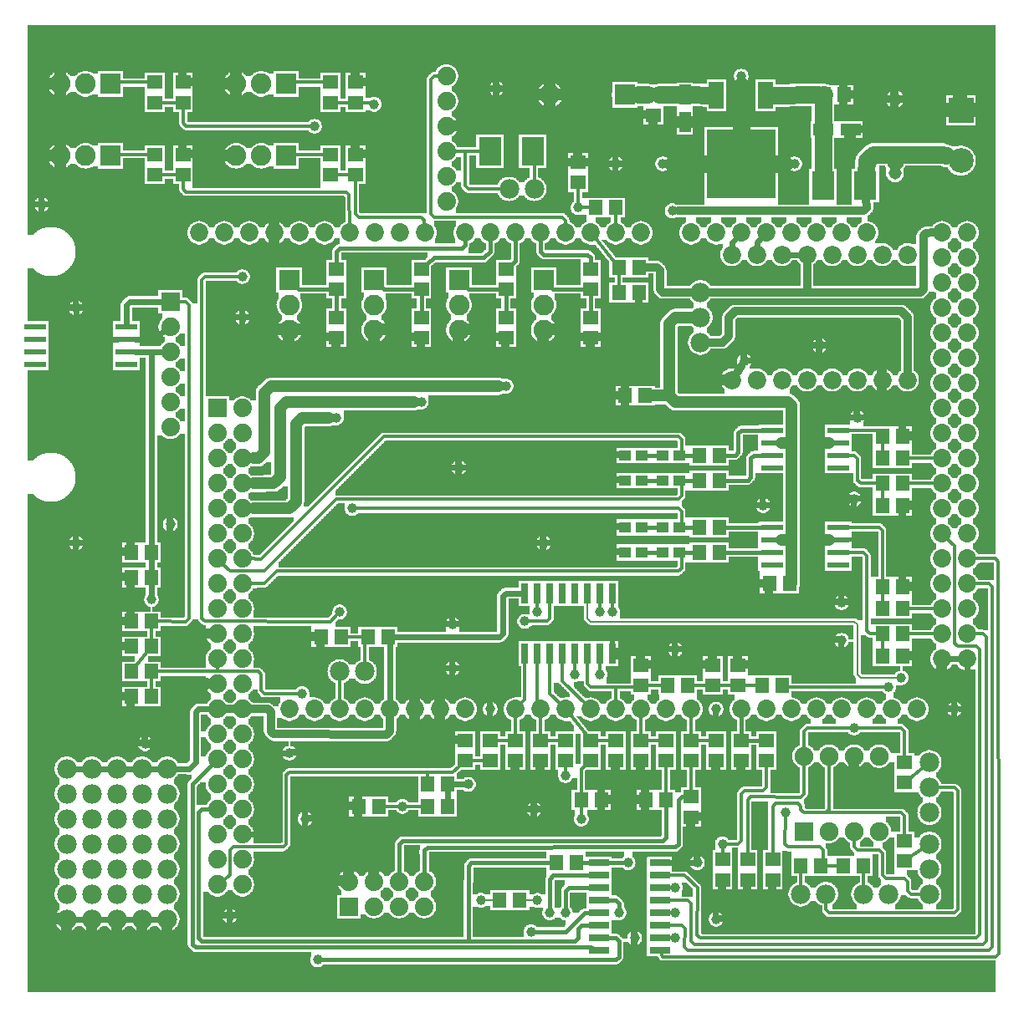
<source format=gtl>
G04 MADE WITH FRITZING*
G04 WWW.FRITZING.ORG*
G04 DOUBLE SIDED*
G04 HOLES PLATED*
G04 CONTOUR ON CENTER OF CONTOUR VECTOR*
%ASAXBY*%
%FSLAX23Y23*%
%MOIN*%
%OFA0B0*%
%SFA1.0B1.0*%
%ADD10C,0.075000*%
%ADD11C,0.074000*%
%ADD12C,0.039370*%
%ADD13C,0.072472*%
%ADD14C,0.072445*%
%ADD15C,0.072417*%
%ADD16C,0.078000*%
%ADD17C,0.072917*%
%ADD18C,0.082000*%
%ADD19C,0.051496*%
%ADD20C,0.099055*%
%ADD21R,0.074000X0.074000*%
%ADD22R,0.055118X0.059055*%
%ADD23R,0.275591X0.275591*%
%ADD24R,0.059055X0.106299*%
%ADD25R,0.047244X0.078740*%
%ADD26R,0.059055X0.055118*%
%ADD27R,0.086614X0.023622*%
%ADD28R,0.090086X0.113708*%
%ADD29R,0.026000X0.080000*%
%ADD30R,0.086900X0.024000*%
%ADD31R,0.047244X0.043307*%
%ADD32R,0.078740X0.047244*%
%ADD33R,0.080000X0.026000*%
%ADD34R,0.075000X0.075000*%
%ADD35R,0.082000X0.082000*%
%ADD36R,0.099055X0.099055*%
%ADD37C,0.070000*%
%ADD38C,0.024000*%
%ADD39C,0.012000*%
%ADD40C,0.032000*%
%ADD41C,0.016000*%
%ADD42C,0.048000*%
%ADD43C,0.008000*%
%ADD44R,0.001000X0.001000*%
%LNCOPPER1*%
G90*
G70*
G54D10*
X3282Y2672D03*
X607Y2171D03*
X1820Y2192D03*
X123Y3822D03*
X3430Y2366D03*
X633Y1442D03*
X1174Y1305D03*
X3065Y905D03*
X1801Y1383D03*
X3323Y864D03*
X2410Y857D03*
G54D11*
X1319Y482D03*
X1419Y482D03*
X1519Y482D03*
X1619Y482D03*
X1319Y382D03*
X1419Y382D03*
X1519Y382D03*
X1619Y382D03*
G54D12*
X232Y1832D03*
X2882Y3695D03*
X1282Y1557D03*
X532Y1607D03*
X2457Y257D03*
X2432Y558D03*
X1732Y1507D03*
X232Y2770D03*
X1907Y3645D03*
X3094Y3345D03*
X2607Y3157D03*
X894Y2895D03*
X2244Y732D03*
X2057Y770D03*
X1194Y170D03*
X1844Y408D03*
X2782Y332D03*
X2807Y632D03*
X3519Y1295D03*
X3282Y1445D03*
X1419Y3582D03*
X1332Y1970D03*
X2094Y1832D03*
X1757Y2132D03*
X1082Y995D03*
G54D13*
X2844Y2482D03*
X3544Y2982D03*
X3444Y2982D03*
X3344Y2982D03*
X3244Y2982D03*
X3144Y2982D03*
G54D14*
X3044Y2982D03*
X2944Y2982D03*
G54D13*
X2844Y2982D03*
G54D14*
X3544Y2482D03*
G54D15*
X3444Y2482D03*
G54D14*
X3344Y2482D03*
G54D13*
X3244Y2482D03*
G54D14*
X3144Y2482D03*
G54D15*
X3044Y2482D03*
X2944Y2482D03*
G54D12*
X2707Y557D03*
X2019Y1520D03*
X2232Y3170D03*
X2070Y407D03*
X2569Y3345D03*
X2382Y3345D03*
X607Y1907D03*
G54D11*
X607Y2794D03*
X607Y2694D03*
X607Y2594D03*
X607Y2494D03*
X607Y2394D03*
X607Y2294D03*
G54D12*
X844Y345D03*
X94Y3182D03*
X1144Y732D03*
X2394Y357D03*
X2182Y357D03*
X2119Y357D03*
X2044Y282D03*
X2620Y257D03*
X2619Y357D03*
X2619Y457D03*
X2181Y905D03*
X3469Y1257D03*
X894Y2732D03*
X3344Y2332D03*
X3282Y1595D03*
X2319Y1557D03*
X2619Y1407D03*
X1794Y870D03*
X1132Y1232D03*
X2219Y1307D03*
X2069Y1557D03*
X2319Y1307D03*
X2369Y1557D03*
X1732Y1332D03*
X3732Y1170D03*
X1532Y782D03*
G54D11*
X1707Y3695D03*
X1707Y3595D03*
X1707Y3495D03*
X1707Y3395D03*
X1707Y3295D03*
X1707Y3195D03*
X1707Y3695D03*
X1707Y3595D03*
X1707Y3495D03*
X1707Y3395D03*
X1707Y3295D03*
X1707Y3195D03*
G54D12*
X3057Y757D03*
X1607Y2395D03*
X1944Y2457D03*
X1269Y2332D03*
X1182Y3495D03*
X3332Y1095D03*
X1882Y1170D03*
X507Y1032D03*
X2782Y1170D03*
X3194Y2620D03*
X2969Y1982D03*
X3332Y2007D03*
G54D16*
X594Y332D03*
X494Y332D03*
X394Y332D03*
X294Y332D03*
X194Y332D03*
X594Y932D03*
X494Y932D03*
X394Y932D03*
X294Y932D03*
X194Y932D03*
X194Y732D03*
X294Y732D03*
X394Y732D03*
X494Y732D03*
X494Y432D03*
X494Y532D03*
X194Y432D03*
X194Y532D03*
X294Y432D03*
X294Y532D03*
X394Y432D03*
X394Y532D03*
X594Y432D03*
X594Y532D03*
X194Y832D03*
X294Y832D03*
X394Y832D03*
X494Y832D03*
X494Y632D03*
X594Y632D03*
X1382Y1320D03*
X1282Y1320D03*
X194Y632D03*
X294Y632D03*
X394Y632D03*
X594Y832D03*
X594Y732D03*
G54D12*
X2894Y2557D03*
G54D10*
X3132Y682D03*
X3132Y982D03*
X3232Y682D03*
X3232Y982D03*
X3332Y682D03*
X3332Y982D03*
X3432Y682D03*
X3432Y982D03*
G54D11*
X894Y2370D03*
X894Y2270D03*
X894Y2170D03*
X894Y2070D03*
X894Y1970D03*
X894Y1870D03*
X894Y1770D03*
X894Y1670D03*
X894Y1570D03*
X894Y1470D03*
X894Y1370D03*
X894Y1270D03*
X894Y1170D03*
X894Y1070D03*
X894Y970D03*
X894Y870D03*
X894Y770D03*
X894Y670D03*
X894Y570D03*
X894Y470D03*
X794Y2370D03*
X794Y2270D03*
X794Y2170D03*
X794Y2070D03*
X794Y1970D03*
X794Y1870D03*
X794Y1770D03*
X794Y1670D03*
X794Y1570D03*
X794Y1470D03*
X794Y1370D03*
X794Y1270D03*
X794Y1170D03*
X794Y1070D03*
X794Y970D03*
X794Y870D03*
X794Y770D03*
X794Y670D03*
X794Y570D03*
X794Y470D03*
G54D17*
X2982Y1170D03*
X1382Y1170D03*
X3082Y1170D03*
X3182Y1170D03*
X3282Y1170D03*
X3382Y1170D03*
X3682Y2570D03*
X3482Y1170D03*
X3582Y1170D03*
X1422Y3070D03*
X1982Y1170D03*
X2082Y1170D03*
X2182Y1170D03*
X2282Y1170D03*
X3682Y1770D03*
X2382Y1170D03*
X2482Y1170D03*
X2582Y1170D03*
X2682Y1170D03*
X2182Y3070D03*
X3682Y2970D03*
X3682Y2170D03*
X3682Y1370D03*
X1022Y3070D03*
X1782Y1170D03*
X1782Y3070D03*
X3682Y2770D03*
X3682Y2370D03*
X3682Y1970D03*
X3382Y3070D03*
X3682Y1570D03*
X3282Y3070D03*
X3182Y3070D03*
X3082Y3070D03*
X2982Y3070D03*
X2882Y3070D03*
X2782Y3070D03*
X2682Y3070D03*
X822Y3070D03*
X1222Y3070D03*
X1622Y3070D03*
X1182Y1170D03*
X1582Y1170D03*
X2382Y3070D03*
X1982Y3070D03*
X3682Y3070D03*
X3682Y2870D03*
X3682Y2670D03*
X3682Y2470D03*
X3682Y2270D03*
X3682Y2070D03*
X3682Y1870D03*
X3682Y1670D03*
X3682Y1470D03*
X722Y3070D03*
X922Y3070D03*
X1122Y3070D03*
X1322Y3070D03*
X1522Y3070D03*
X1082Y1170D03*
X1282Y1170D03*
X1482Y1170D03*
X1682Y1170D03*
X2482Y3070D03*
X2282Y3070D03*
X2082Y3070D03*
X1882Y3070D03*
X3782Y3070D03*
X3782Y2970D03*
X3782Y2870D03*
X3782Y2770D03*
X3782Y2670D03*
X3782Y2570D03*
X3782Y2470D03*
X3782Y2370D03*
X3782Y2270D03*
X3782Y2170D03*
X3782Y2070D03*
X3782Y1970D03*
X3782Y1870D03*
X3782Y1770D03*
X3782Y1670D03*
X3782Y1570D03*
X3782Y1470D03*
X3782Y1370D03*
X2882Y1170D03*
G54D18*
X1419Y2882D03*
X1419Y2782D03*
X1419Y2682D03*
X2094Y2882D03*
X2094Y2782D03*
X2094Y2682D03*
X1757Y2882D03*
X1757Y2782D03*
X1757Y2682D03*
X1082Y2882D03*
X1082Y2782D03*
X1082Y2682D03*
G54D16*
X3632Y432D03*
X3632Y532D03*
X3632Y632D03*
X3632Y957D03*
X3632Y857D03*
X3632Y757D03*
X2057Y3245D03*
X1957Y3245D03*
X2719Y2832D03*
X2719Y2732D03*
X2719Y2632D03*
X3119Y432D03*
X3219Y432D03*
X3469Y432D03*
X3369Y432D03*
G54D18*
X2417Y3620D03*
X2119Y3620D03*
G54D19*
X3494Y3307D03*
X3494Y3603D03*
X3494Y3307D03*
X3494Y3603D03*
G54D18*
X369Y3377D03*
X269Y3377D03*
X169Y3377D03*
X1069Y3664D03*
X969Y3664D03*
X869Y3664D03*
X369Y3664D03*
X269Y3664D03*
X169Y3664D03*
X1069Y3377D03*
X969Y3377D03*
X869Y3377D03*
G54D20*
X3757Y3557D03*
X3757Y3357D03*
G54D21*
X1319Y382D03*
G54D22*
X1207Y1457D03*
X1288Y1457D03*
G54D23*
X2882Y3345D03*
G54D24*
X2783Y3618D03*
X2980Y3618D03*
G54D25*
X2657Y3620D03*
X2657Y3510D03*
G54D26*
X2232Y3270D03*
X2232Y3351D03*
G54D22*
X2301Y3170D03*
X2382Y3170D03*
G54D27*
X432Y2595D03*
X69Y2595D03*
X432Y2545D03*
X432Y2645D03*
X432Y2695D03*
X69Y2545D03*
X69Y2645D03*
X69Y2695D03*
G54D28*
X3207Y3257D03*
X3376Y3257D03*
X1882Y3395D03*
X2051Y3395D03*
G54D21*
X607Y2794D03*
G54D29*
X2019Y1390D03*
X2069Y1390D03*
X2119Y1390D03*
X2169Y1390D03*
X2219Y1390D03*
X2269Y1390D03*
X2319Y1390D03*
X2369Y1390D03*
X2369Y1632D03*
X2319Y1632D03*
X2269Y1632D03*
X2219Y1632D03*
X2169Y1632D03*
X2119Y1632D03*
X2069Y1632D03*
X2019Y1632D03*
G54D30*
X3269Y2132D03*
X3269Y2182D03*
X3269Y2232D03*
X3269Y2282D03*
X3004Y2282D03*
X3004Y2232D03*
X3004Y2182D03*
X3004Y2132D03*
X3269Y1745D03*
X3269Y1795D03*
X3269Y1845D03*
X3269Y1895D03*
X3004Y1895D03*
X3004Y1845D03*
X3004Y1795D03*
X3004Y1745D03*
G54D31*
X2569Y1795D03*
X2636Y1795D03*
X2569Y1895D03*
X2636Y1895D03*
X2569Y2082D03*
X2636Y2082D03*
X2569Y2182D03*
X2636Y2182D03*
X2419Y1795D03*
X2486Y1795D03*
X2419Y1895D03*
X2486Y1895D03*
X2419Y2082D03*
X2486Y2082D03*
X2419Y2182D03*
X2486Y2182D03*
G54D32*
X3207Y3482D03*
X3317Y3482D03*
G54D33*
X2557Y207D03*
X2557Y257D03*
X2557Y307D03*
X2557Y357D03*
X2557Y407D03*
X2557Y457D03*
X2557Y507D03*
X2557Y557D03*
X2315Y557D03*
X2315Y507D03*
X2315Y457D03*
X2315Y407D03*
X2315Y357D03*
X2315Y307D03*
X2315Y257D03*
X2315Y207D03*
G54D22*
X2144Y557D03*
X2225Y557D03*
X532Y1220D03*
X451Y1220D03*
X532Y1520D03*
X451Y1520D03*
X2394Y2932D03*
X2475Y2932D03*
X3292Y3620D03*
X3211Y3620D03*
G54D26*
X2532Y3539D03*
X2532Y3620D03*
G54D22*
X532Y1420D03*
X451Y1420D03*
X532Y1320D03*
X451Y1320D03*
X532Y1795D03*
X451Y1795D03*
G54D26*
X1344Y3302D03*
X1344Y3382D03*
X1244Y3589D03*
X1244Y3670D03*
X1344Y3589D03*
X1344Y3670D03*
X1244Y3302D03*
X1244Y3382D03*
X657Y3589D03*
X657Y3670D03*
X544Y3589D03*
X544Y3670D03*
X657Y3302D03*
X657Y3382D03*
X544Y3302D03*
X544Y3382D03*
G54D22*
X3525Y2257D03*
X3444Y2257D03*
X3525Y1982D03*
X3444Y1982D03*
X3525Y2070D03*
X3444Y2070D03*
X3525Y2170D03*
X3444Y2170D03*
X2419Y2420D03*
X2500Y2420D03*
X3525Y1382D03*
X3444Y1382D03*
X3525Y1470D03*
X3444Y1470D03*
X3525Y1570D03*
X3444Y1570D03*
X3525Y1657D03*
X3444Y1657D03*
G54D26*
X1269Y2652D03*
X1269Y2732D03*
X1607Y2652D03*
X1607Y2732D03*
X1944Y2652D03*
X1944Y2732D03*
X2282Y2652D03*
X2282Y2732D03*
X1269Y2926D03*
X1269Y2845D03*
X1607Y2926D03*
X1607Y2845D03*
X1944Y2926D03*
X1944Y2845D03*
X2282Y2926D03*
X2282Y2845D03*
G54D22*
X2714Y2082D03*
X2794Y2082D03*
X2794Y2182D03*
X2714Y2182D03*
X1713Y782D03*
X1632Y782D03*
X2325Y807D03*
X2244Y807D03*
X532Y1695D03*
X451Y1695D03*
X2994Y1670D03*
X3075Y1670D03*
G54D26*
X2769Y1345D03*
X2769Y1264D03*
X2082Y964D03*
X2082Y1045D03*
G54D22*
X1394Y1457D03*
X1475Y1457D03*
X2475Y2832D03*
X2394Y2832D03*
G54D26*
X1982Y964D03*
X1982Y1045D03*
G54D22*
X1713Y870D03*
X1632Y870D03*
G54D26*
X1782Y1045D03*
X1782Y964D03*
G54D22*
X3044Y1266D03*
X2964Y1266D03*
G54D26*
X2482Y1264D03*
X2482Y1345D03*
X3532Y877D03*
X3532Y957D03*
G54D22*
X3289Y545D03*
X3369Y545D03*
X3200Y545D03*
X3119Y545D03*
G54D26*
X3532Y564D03*
X3532Y645D03*
X3007Y570D03*
X3007Y489D03*
X2682Y739D03*
X2682Y820D03*
G54D22*
X2501Y807D03*
X2582Y807D03*
G54D34*
X3132Y682D03*
G54D21*
X794Y2370D03*
G54D35*
X1419Y2882D03*
X2094Y2882D03*
X1757Y2882D03*
X1082Y2882D03*
X2418Y3620D03*
X369Y3377D03*
X1069Y3664D03*
X369Y3664D03*
X1069Y3377D03*
G54D36*
X3757Y3557D03*
G54D26*
X2882Y964D03*
X2882Y1045D03*
X2807Y489D03*
X2807Y570D03*
X2907Y489D03*
X2907Y570D03*
G54D22*
X1357Y782D03*
X1438Y782D03*
G54D26*
X1882Y964D03*
X1882Y1045D03*
X2182Y964D03*
X2182Y1045D03*
X2982Y964D03*
X2982Y1045D03*
X2682Y964D03*
X2682Y1045D03*
X2582Y964D03*
X2582Y1045D03*
X2782Y964D03*
X2782Y1045D03*
X2482Y964D03*
X2482Y1045D03*
X2282Y964D03*
X2282Y1045D03*
X2382Y964D03*
X2382Y1045D03*
G54D22*
X2714Y1795D03*
X2794Y1795D03*
X2794Y1895D03*
X2714Y1895D03*
X2669Y1266D03*
X2589Y1266D03*
G54D26*
X2869Y1264D03*
X2869Y1345D03*
G54D22*
X1919Y407D03*
X2000Y407D03*
G54D37*
X2882Y3488D02*
X2882Y3654D01*
G54D38*
D02*
X469Y2595D02*
X532Y2595D01*
D02*
X432Y2782D02*
X432Y2701D01*
D02*
X445Y2795D02*
X432Y2782D01*
G54D39*
D02*
X1245Y1519D02*
X1272Y1548D01*
D02*
X745Y1520D02*
X1245Y1519D01*
G54D38*
D02*
X576Y2794D02*
X445Y2795D01*
D02*
X232Y2657D02*
X232Y2751D01*
D02*
X245Y2645D02*
X232Y2657D01*
D02*
X394Y2645D02*
X245Y2645D01*
D02*
X532Y2645D02*
X469Y2645D01*
D02*
X581Y2677D02*
X532Y2645D01*
G54D39*
D02*
X1382Y1457D02*
X1382Y1344D01*
D02*
X1394Y1457D02*
X1382Y1457D01*
D02*
X1282Y1194D02*
X1282Y1295D01*
D02*
X2964Y1264D02*
X2964Y1266D01*
D02*
X2669Y1264D02*
X2669Y1266D01*
D02*
X2589Y1264D02*
X2589Y1266D01*
D02*
X3044Y1257D02*
X3044Y1266D01*
D02*
X3456Y1257D02*
X3044Y1257D01*
D02*
X2893Y1264D02*
X2964Y1264D01*
D02*
X2793Y1264D02*
X2845Y1264D01*
D02*
X2745Y1264D02*
X2669Y1264D01*
D02*
X2506Y1264D02*
X2589Y1264D01*
D02*
X2482Y1257D02*
X2382Y1257D01*
D02*
X2482Y1264D02*
X2482Y1257D01*
G54D38*
D02*
X1931Y1620D02*
X1944Y1633D01*
D02*
X1497Y1457D02*
X1920Y1458D01*
D02*
X1932Y1470D02*
X1931Y1620D01*
D02*
X1920Y1458D02*
X1932Y1470D01*
D02*
X1944Y1633D02*
X2012Y1632D01*
D02*
X1482Y1457D02*
X1475Y1457D01*
D02*
X1482Y1200D02*
X1482Y1457D01*
G54D39*
D02*
X1310Y1457D02*
X1372Y1457D01*
G54D38*
D02*
X564Y932D02*
X524Y932D01*
D02*
X464Y932D02*
X424Y932D01*
D02*
X364Y932D02*
X324Y932D01*
D02*
X264Y332D02*
X224Y332D01*
D02*
X364Y332D02*
X324Y332D01*
D02*
X464Y332D02*
X424Y332D01*
D02*
X564Y332D02*
X524Y332D01*
D02*
X264Y932D02*
X224Y932D01*
G54D39*
D02*
X732Y1533D02*
X745Y1520D01*
D02*
X732Y2883D02*
X732Y1533D01*
D02*
X744Y2895D02*
X732Y2883D01*
D02*
X881Y2895D02*
X744Y2895D01*
D02*
X532Y1296D02*
X532Y1244D01*
D02*
X532Y1496D02*
X532Y1444D01*
G54D37*
D02*
X3025Y3345D02*
X3053Y3345D01*
D02*
X2738Y3345D02*
X2611Y3345D01*
D02*
X2675Y3620D02*
X2759Y3619D01*
D02*
X2556Y3620D02*
X2639Y3620D01*
D02*
X2472Y3620D02*
X2508Y3620D01*
G54D40*
D02*
X3382Y3169D02*
X3380Y3208D01*
D02*
X3370Y3157D02*
X3382Y3169D01*
D02*
X2631Y3157D02*
X3370Y3157D01*
G54D37*
D02*
X3207Y3464D02*
X3207Y3307D01*
G54D40*
D02*
X3607Y3058D02*
X3620Y3069D01*
D02*
X3607Y2845D02*
X3607Y3058D01*
D02*
X3620Y3069D02*
X3646Y3070D01*
D02*
X3595Y2833D02*
X3607Y2845D01*
D02*
X3144Y2833D02*
X3595Y2833D01*
G54D38*
D02*
X576Y2595D02*
X532Y2595D01*
G54D37*
D02*
X3004Y3619D02*
X3189Y3620D01*
G54D41*
D02*
X2816Y1795D02*
X2966Y1795D01*
G54D39*
D02*
X813Y1752D02*
X845Y1720D01*
D02*
X845Y1720D02*
X982Y1720D01*
D02*
X982Y1720D02*
X1269Y2007D01*
G54D38*
D02*
X1006Y683D02*
X1006Y982D01*
D02*
X1006Y982D02*
X1020Y994D01*
D02*
X1020Y994D02*
X1063Y995D01*
D02*
X994Y670D02*
X1006Y683D01*
D02*
X925Y670D02*
X994Y670D01*
G54D39*
D02*
X1345Y1970D02*
X2631Y1970D01*
D02*
X1307Y3232D02*
X769Y3232D01*
D02*
X1320Y3220D02*
X1307Y3232D01*
D02*
X1322Y3094D02*
X1320Y3220D01*
G54D42*
D02*
X644Y1032D02*
X537Y1032D01*
D02*
X657Y1258D02*
X657Y1045D01*
D02*
X657Y1045D02*
X644Y1032D01*
D02*
X669Y1270D02*
X657Y1258D01*
D02*
X752Y1270D02*
X669Y1270D01*
G54D38*
D02*
X532Y1771D02*
X532Y1719D01*
D02*
X3207Y3620D02*
X3211Y3620D01*
G54D37*
D02*
X3382Y3357D02*
X3407Y3382D01*
D02*
X3407Y3382D02*
X3495Y3382D01*
D02*
X3379Y3307D02*
X3382Y3357D01*
G54D38*
D02*
X3769Y1170D02*
X3782Y1182D01*
D02*
X3782Y1182D02*
X3782Y1340D01*
D02*
X3751Y1170D02*
X3769Y1170D01*
D02*
X3752Y1370D02*
X3712Y1370D01*
D02*
X2591Y557D02*
X2688Y557D01*
G54D39*
D02*
X2232Y3183D02*
X2232Y3248D01*
D02*
X2107Y1520D02*
X2119Y1533D01*
D02*
X2119Y1533D02*
X2119Y1598D01*
D02*
X2033Y1520D02*
X2107Y1520D01*
D02*
X1645Y3682D02*
X1657Y3695D01*
D02*
X1657Y3695D02*
X1681Y3695D01*
D02*
X1645Y3144D02*
X1645Y3682D01*
D02*
X1657Y3132D02*
X1645Y3144D01*
D02*
X2169Y3132D02*
X1657Y3132D01*
D02*
X2181Y3119D02*
X2169Y3132D01*
D02*
X2182Y3094D02*
X2181Y3119D01*
D02*
X2279Y3170D02*
X2245Y3170D01*
D02*
X2382Y3146D02*
X2382Y3094D01*
G54D43*
D02*
X2269Y1532D02*
X2269Y1598D01*
D02*
X2282Y1519D02*
X2269Y1532D01*
D02*
X3345Y1507D02*
X3332Y1519D01*
D02*
X3345Y1308D02*
X3345Y1507D01*
D02*
X3357Y1294D02*
X3345Y1308D01*
D02*
X3332Y1519D02*
X2282Y1519D01*
D02*
X3506Y1295D02*
X3357Y1294D01*
G54D39*
D02*
X2319Y1598D02*
X2319Y1571D01*
D02*
X554Y1320D02*
X794Y1320D01*
G54D43*
D02*
X2056Y407D02*
X2022Y407D01*
G54D41*
D02*
X2619Y620D02*
X2632Y632D01*
D02*
X2582Y657D02*
X2582Y783D01*
D02*
X2569Y645D02*
X2582Y657D01*
D02*
X2644Y820D02*
X2658Y820D01*
D02*
X2632Y807D02*
X2644Y820D01*
D02*
X2632Y632D02*
X2632Y807D01*
D02*
X1632Y619D02*
X2619Y620D01*
D02*
X1619Y607D02*
X1632Y619D01*
D02*
X1619Y508D02*
X1619Y607D01*
D02*
X1532Y645D02*
X2569Y645D01*
D02*
X1520Y633D02*
X1532Y645D01*
D02*
X1519Y508D02*
X1520Y633D01*
G54D43*
D02*
X1897Y407D02*
X1858Y408D01*
G54D37*
D02*
X3207Y3620D02*
X3211Y3620D01*
D02*
X3207Y3500D02*
X3207Y3620D01*
G54D39*
D02*
X2057Y3395D02*
X2051Y3395D01*
D02*
X2057Y3269D02*
X2057Y3395D01*
D02*
X1844Y3395D02*
X1782Y3395D01*
D02*
X1782Y3395D02*
X1732Y3395D01*
D02*
X1781Y3257D02*
X1782Y3395D01*
D02*
X1795Y3245D02*
X1781Y3257D01*
D02*
X1932Y3245D02*
X1795Y3245D01*
G54D40*
D02*
X831Y1170D02*
X858Y1170D01*
G54D41*
D02*
X2119Y490D02*
X2132Y507D01*
D02*
X2132Y507D02*
X2280Y507D01*
D02*
X2119Y371D02*
X2119Y490D01*
D02*
X2181Y445D02*
X2194Y458D01*
D02*
X2194Y458D02*
X2280Y457D01*
D02*
X2182Y371D02*
X2181Y445D01*
D02*
X2395Y395D02*
X2382Y408D01*
D02*
X2382Y408D02*
X2349Y408D01*
D02*
X2395Y371D02*
X2395Y395D01*
D02*
X2382Y257D02*
X2349Y257D01*
D02*
X2394Y245D02*
X2382Y257D01*
D02*
X2394Y182D02*
X2394Y245D01*
D02*
X2382Y170D02*
X2394Y182D01*
D02*
X1208Y170D02*
X2382Y170D01*
D02*
X2882Y1067D02*
X2882Y1145D01*
D02*
X2906Y1045D02*
X2958Y1045D01*
D02*
X1795Y544D02*
X1795Y245D01*
D02*
X1806Y557D02*
X1795Y544D01*
D02*
X2122Y557D02*
X1806Y557D01*
D02*
X2247Y557D02*
X2280Y557D01*
G54D39*
D02*
X3819Y257D02*
X3831Y270D01*
D02*
X2706Y269D02*
X2720Y257D01*
D02*
X2707Y457D02*
X2706Y269D01*
D02*
X2720Y257D02*
X3819Y257D01*
D02*
X2656Y507D02*
X2707Y457D01*
D02*
X2591Y507D02*
X2656Y507D01*
D02*
X3745Y1420D02*
X3732Y1432D01*
D02*
X3831Y270D02*
X3831Y1407D01*
D02*
X3831Y1407D02*
X3819Y1420D01*
D02*
X3819Y1420D02*
X3745Y1420D01*
D02*
X3732Y1820D02*
X3699Y1852D01*
D02*
X3732Y1432D02*
X3732Y1820D01*
D02*
X2591Y257D02*
X2607Y257D01*
D02*
X2591Y357D02*
X2606Y357D01*
D02*
X2591Y457D02*
X2606Y457D01*
G54D41*
D02*
X1157Y220D02*
X707Y220D01*
D02*
X2282Y220D02*
X1157Y220D01*
D02*
X2296Y215D02*
X2282Y220D01*
D02*
X694Y233D02*
X694Y870D01*
D02*
X707Y220D02*
X694Y233D01*
D02*
X694Y870D02*
X776Y952D01*
G54D39*
D02*
X2682Y395D02*
X2682Y245D01*
D02*
X2695Y232D02*
X3844Y232D01*
D02*
X2682Y245D02*
X2695Y232D01*
D02*
X2670Y407D02*
X2682Y395D01*
D02*
X2591Y407D02*
X2670Y407D01*
D02*
X3844Y232D02*
X3857Y245D01*
D02*
X3857Y245D02*
X3857Y1458D01*
D02*
X3857Y1458D02*
X3845Y1470D01*
D02*
X3845Y1470D02*
X3807Y1470D01*
D02*
X1545Y782D02*
X1610Y782D01*
G54D38*
D02*
X1713Y846D02*
X1713Y806D01*
G54D39*
D02*
X1732Y919D02*
X1632Y919D01*
D02*
X1758Y942D02*
X1732Y919D01*
G54D38*
D02*
X1775Y870D02*
X1735Y870D01*
G54D39*
D02*
X2682Y842D02*
X2682Y942D01*
D02*
X2582Y831D02*
X2582Y942D01*
G54D42*
D02*
X3182Y2008D02*
X3182Y2220D01*
D02*
X3182Y1857D02*
X3182Y2008D01*
D02*
X3194Y2233D02*
X3231Y2232D01*
D02*
X3182Y2220D02*
X3194Y2233D01*
D02*
X3194Y1845D02*
X3182Y1857D01*
D02*
X3231Y1845D02*
X3194Y1845D01*
D02*
X2522Y2420D02*
X2594Y2420D01*
D02*
X3182Y2008D02*
X3302Y2007D01*
G54D39*
D02*
X3419Y2283D02*
X3307Y2282D01*
D02*
X3422Y2279D02*
X3419Y2283D01*
D02*
X3444Y1882D02*
X3432Y1896D01*
D02*
X3432Y1896D02*
X3307Y1895D01*
D02*
X3444Y1681D02*
X3444Y1882D01*
D02*
X3520Y757D02*
X3220Y757D01*
D02*
X3532Y745D02*
X3520Y757D01*
D02*
X3612Y618D02*
X3556Y580D01*
D02*
X3532Y667D02*
X3532Y745D01*
D02*
X3731Y357D02*
X3744Y370D01*
D02*
X3219Y370D02*
X3232Y357D01*
D02*
X3731Y857D02*
X3656Y857D01*
D02*
X3232Y357D02*
X3731Y357D01*
D02*
X3744Y845D02*
X3731Y857D01*
D02*
X3744Y370D02*
X3744Y845D01*
D02*
X3219Y408D02*
X3219Y370D01*
D02*
X1460Y782D02*
X1518Y782D01*
D02*
X2182Y942D02*
X2181Y918D01*
G54D41*
D02*
X2257Y357D02*
X2182Y282D01*
D02*
X2182Y282D02*
X2058Y282D01*
D02*
X2280Y357D02*
X2257Y357D01*
D02*
X2418Y558D02*
X2349Y557D01*
D02*
X2233Y295D02*
X2232Y257D01*
D02*
X2232Y257D02*
X2219Y245D01*
D02*
X2244Y308D02*
X2233Y295D01*
D02*
X2219Y245D02*
X1795Y245D01*
D02*
X2280Y308D02*
X2244Y308D01*
D02*
X1182Y245D02*
X732Y245D01*
D02*
X1795Y245D02*
X1182Y245D01*
D02*
X720Y757D02*
X732Y770D01*
D02*
X732Y770D02*
X769Y770D01*
D02*
X719Y258D02*
X720Y757D01*
D02*
X732Y245D02*
X719Y258D01*
G54D39*
D02*
X3344Y2169D02*
X3331Y2182D01*
D02*
X3344Y2082D02*
X3344Y2169D01*
D02*
X3357Y2070D02*
X3344Y2082D01*
D02*
X3331Y2182D02*
X3307Y2182D01*
D02*
X3422Y2070D02*
X3357Y2070D01*
G54D41*
D02*
X2919Y2170D02*
X2932Y2182D01*
D02*
X2932Y2182D02*
X2966Y2182D01*
D02*
X2919Y2094D02*
X2919Y2170D01*
D02*
X2907Y2082D02*
X2919Y2094D01*
D02*
X2816Y2082D02*
X2907Y2082D01*
G54D39*
D02*
X2644Y1895D02*
X2636Y1895D01*
D02*
X2644Y1957D02*
X2644Y1895D01*
D02*
X2631Y1970D02*
X2644Y1957D01*
D02*
X920Y1670D02*
X982Y1670D01*
D02*
X1032Y1720D02*
X2631Y1720D01*
D02*
X2631Y1720D02*
X2644Y1733D01*
D02*
X982Y1670D02*
X1032Y1720D01*
D02*
X2644Y1795D02*
X2636Y1795D01*
D02*
X2644Y1733D02*
X2644Y1795D01*
D02*
X1118Y1232D02*
X981Y1232D01*
D02*
X3381Y1782D02*
X3370Y1795D01*
D02*
X3381Y1482D02*
X3381Y1782D01*
D02*
X3394Y1470D02*
X3381Y1482D01*
D02*
X3370Y1795D02*
X3307Y1795D01*
D02*
X3422Y1470D02*
X3394Y1470D01*
D02*
X970Y1307D02*
X957Y1320D01*
D02*
X957Y1320D02*
X794Y1320D01*
D02*
X970Y1244D02*
X970Y1307D01*
D02*
X981Y1232D02*
X970Y1244D01*
D02*
X794Y1344D02*
X794Y1320D01*
D02*
X2170Y1283D02*
X2264Y1187D01*
D02*
X2169Y1356D02*
X2170Y1283D01*
D02*
X2219Y1321D02*
X2219Y1356D01*
D02*
X2319Y1321D02*
X2319Y1356D01*
D02*
X2069Y1598D02*
X2069Y1571D01*
D02*
X2369Y1598D02*
X2369Y1571D01*
G54D40*
D02*
X2497Y2932D02*
X2544Y2933D01*
G54D37*
D02*
X3682Y3382D02*
X3697Y3377D01*
D02*
X3495Y3382D02*
X3682Y3382D01*
G54D39*
D02*
X2375Y2956D02*
X2297Y3051D01*
D02*
X2394Y2908D02*
X2394Y2856D01*
G54D42*
D02*
X2594Y2707D02*
X2620Y2733D01*
D02*
X2594Y2420D02*
X2594Y2707D01*
G54D40*
D02*
X2684Y2832D02*
X2570Y2832D01*
D02*
X2570Y2832D02*
X2557Y2845D01*
G54D42*
D02*
X2620Y2733D02*
X2678Y2732D01*
D02*
X3081Y2232D02*
X3042Y2232D01*
G54D41*
D02*
X2966Y1895D02*
X2816Y1895D01*
D02*
X2869Y2195D02*
X2857Y2183D01*
D02*
X2869Y2270D02*
X2869Y2195D01*
D02*
X2882Y2283D02*
X2869Y2270D01*
D02*
X2857Y2183D02*
X2816Y2182D01*
D02*
X2966Y2282D02*
X2882Y2283D01*
G54D39*
D02*
X2482Y1067D02*
X2482Y1145D01*
D02*
X2982Y942D02*
X2982Y857D01*
D02*
X2870Y633D02*
X2820Y632D01*
D02*
X2882Y644D02*
X2870Y633D01*
D02*
X2882Y833D02*
X2882Y644D01*
D02*
X2894Y845D02*
X2882Y833D01*
D02*
X2969Y845D02*
X2894Y845D01*
D02*
X2982Y857D02*
X2969Y845D01*
D02*
X2264Y1067D02*
X2197Y1151D01*
D02*
X1982Y1067D02*
X1982Y1145D01*
D02*
X2506Y1045D02*
X2558Y1045D01*
D02*
X2706Y1045D02*
X2758Y1045D01*
D02*
X2682Y1067D02*
X2682Y1145D01*
G54D38*
D02*
X532Y1819D02*
X532Y2595D01*
D02*
X532Y1626D02*
X532Y1671D01*
G54D40*
D02*
X2557Y2920D02*
X2544Y2933D01*
D02*
X2557Y2845D02*
X2557Y2920D01*
G54D38*
D02*
X707Y957D02*
X707Y1157D01*
D02*
X707Y1157D02*
X719Y1170D01*
D02*
X682Y932D02*
X707Y957D01*
D02*
X624Y932D02*
X682Y932D01*
G54D39*
D02*
X1069Y3382D02*
X1220Y3382D01*
D02*
X1069Y3403D02*
X1069Y3382D01*
D02*
X2269Y1270D02*
X2269Y1356D01*
D02*
X2282Y1258D02*
X2269Y1270D01*
D02*
X2382Y1257D02*
X2282Y1258D01*
G54D42*
D02*
X3081Y1670D02*
X3081Y1845D01*
D02*
X3075Y1670D02*
X3081Y1670D01*
G54D41*
D02*
X2504Y2082D02*
X2551Y2082D01*
D02*
X2654Y2082D02*
X2692Y2082D01*
D02*
X2504Y2182D02*
X2551Y2182D01*
D02*
X2654Y2182D02*
X2692Y2182D01*
G54D39*
D02*
X2382Y1257D02*
X2382Y1194D01*
G54D41*
D02*
X2504Y1895D02*
X2551Y1895D01*
D02*
X2692Y1895D02*
X2654Y1895D01*
D02*
X2692Y1795D02*
X2654Y1795D01*
D02*
X2504Y1795D02*
X2551Y1795D01*
G54D42*
D02*
X2594Y2420D02*
X2620Y2394D01*
G54D39*
D02*
X1958Y1045D02*
X1906Y1045D01*
D02*
X1806Y964D02*
X1858Y964D01*
D02*
X2106Y1045D02*
X2158Y1045D01*
D02*
X2082Y1145D02*
X2082Y1067D01*
D02*
X857Y620D02*
X844Y607D01*
D02*
X844Y507D02*
X815Y485D01*
D02*
X844Y607D02*
X844Y507D01*
D02*
X1057Y620D02*
X857Y620D01*
D02*
X1069Y632D02*
X1057Y620D01*
D02*
X1069Y907D02*
X1069Y632D01*
D02*
X1081Y919D02*
X1069Y907D01*
D02*
X1632Y919D02*
X1081Y919D01*
D02*
X1632Y894D02*
X1632Y919D01*
D02*
X2306Y1045D02*
X2358Y1045D01*
D02*
X2245Y932D02*
X2258Y943D01*
D02*
X2244Y831D02*
X2245Y932D01*
D02*
X2244Y746D02*
X2244Y783D01*
D02*
X2019Y1207D02*
X2019Y1356D01*
D02*
X1999Y1187D02*
X2019Y1207D01*
D02*
X2070Y1195D02*
X2071Y1192D01*
D02*
X2069Y1356D02*
X2070Y1195D01*
G54D40*
D02*
X2864Y2512D02*
X2881Y2537D01*
G54D39*
D02*
X2119Y1232D02*
X2164Y1187D01*
D02*
X2119Y1356D02*
X2119Y1232D01*
D02*
X3519Y1095D02*
X3345Y1095D01*
D02*
X3532Y1082D02*
X3519Y1095D01*
D02*
X3532Y979D02*
X3532Y1082D01*
D02*
X3145Y1095D02*
X3318Y1095D01*
D02*
X3132Y1082D02*
X3145Y1095D01*
D02*
X3132Y1005D02*
X3132Y1082D01*
D02*
X3545Y445D02*
X3557Y432D01*
D02*
X3545Y483D02*
X3545Y445D01*
D02*
X3557Y432D02*
X3607Y432D01*
D02*
X3532Y495D02*
X3545Y483D01*
D02*
X3445Y595D02*
X3445Y507D01*
D02*
X3445Y507D02*
X3457Y495D01*
D02*
X3432Y607D02*
X3445Y595D01*
D02*
X3457Y495D02*
X3532Y495D01*
D02*
X3345Y607D02*
X3432Y607D01*
D02*
X3332Y620D02*
X3345Y607D01*
D02*
X3332Y659D02*
X3332Y620D01*
D02*
X3132Y833D02*
X3132Y959D01*
D02*
X3119Y819D02*
X3132Y833D01*
D02*
X2920Y820D02*
X3119Y819D01*
D02*
X2907Y592D02*
X2907Y807D01*
D02*
X2907Y807D02*
X2920Y820D01*
D02*
X3556Y896D02*
X3613Y942D01*
D02*
X3444Y1633D02*
X3444Y1594D01*
D02*
X3444Y2233D02*
X3444Y2194D01*
G54D42*
D02*
X3081Y1845D02*
X3081Y2232D01*
D02*
X3042Y1845D02*
X3081Y1845D01*
D02*
X3069Y2395D02*
X3081Y2383D01*
D02*
X3081Y2383D02*
X3081Y2232D01*
D02*
X2745Y2395D02*
X3069Y2395D01*
D02*
X2620Y2394D02*
X2745Y2395D01*
G54D37*
D02*
X3495Y3382D02*
X3495Y3356D01*
G54D38*
D02*
X2845Y3032D02*
X2861Y3048D01*
D02*
X2944Y3032D02*
X2960Y3049D01*
D02*
X2845Y3012D02*
X2845Y3032D01*
D02*
X2944Y3012D02*
X2944Y3032D01*
G54D39*
D02*
X3007Y783D02*
X3019Y795D01*
D02*
X3007Y592D02*
X3007Y783D01*
D02*
X3232Y833D02*
X3232Y959D01*
D02*
X3232Y769D02*
X3232Y833D01*
D02*
X3220Y757D02*
X3232Y769D01*
D02*
X3119Y769D02*
X3132Y757D01*
D02*
X3119Y783D02*
X3119Y769D01*
D02*
X3132Y757D02*
X3220Y757D01*
D02*
X3107Y795D02*
X3119Y783D01*
D02*
X3019Y795D02*
X3107Y795D01*
G54D40*
D02*
X1481Y1082D02*
X1470Y1069D01*
D02*
X1482Y1134D02*
X1481Y1082D01*
G54D39*
D02*
X3444Y1446D02*
X3444Y1406D01*
D02*
X3444Y2046D02*
X3444Y2006D01*
D02*
X1069Y3670D02*
X1220Y3670D01*
D02*
X1069Y3691D02*
X1069Y3670D01*
G54D41*
D02*
X2282Y2754D02*
X2282Y2823D01*
D02*
X1944Y2823D02*
X1944Y2754D01*
D02*
X1794Y2845D02*
X1920Y2845D01*
D02*
X1775Y2863D02*
X1794Y2845D01*
D02*
X2132Y2845D02*
X2258Y2845D01*
D02*
X2113Y2864D02*
X2132Y2845D01*
D02*
X2095Y2983D02*
X2269Y2983D01*
D02*
X2269Y2983D02*
X2282Y2970D01*
D02*
X2282Y2970D02*
X2282Y2948D01*
D02*
X2082Y2995D02*
X2095Y2983D01*
D02*
X2082Y3045D02*
X2082Y2995D01*
D02*
X1457Y2845D02*
X1438Y2864D01*
D02*
X1583Y2845D02*
X1457Y2845D01*
D02*
X1607Y2823D02*
X1607Y2754D01*
D02*
X1119Y2845D02*
X1101Y2863D01*
D02*
X1245Y2845D02*
X1119Y2845D01*
D02*
X1269Y2754D02*
X1269Y2823D01*
G54D42*
D02*
X1070Y2395D02*
X1577Y2395D01*
D02*
X1044Y2370D02*
X1070Y2395D01*
D02*
X1044Y2094D02*
X1044Y2370D01*
D02*
X1019Y2070D02*
X1044Y2094D01*
D02*
X937Y2070D02*
X1019Y2070D01*
G54D41*
D02*
X1781Y3021D02*
X1782Y3045D01*
D02*
X1769Y3008D02*
X1781Y3021D01*
D02*
X1270Y2995D02*
X1282Y3008D01*
D02*
X1282Y3008D02*
X1769Y3008D01*
D02*
X1270Y2948D02*
X1270Y2995D01*
D02*
X1856Y2970D02*
X1882Y2995D01*
D02*
X1657Y2970D02*
X1856Y2970D01*
D02*
X1882Y2995D02*
X1882Y3045D01*
D02*
X1631Y2947D02*
X1657Y2970D01*
D02*
X1982Y2958D02*
X1968Y2946D01*
D02*
X1982Y3045D02*
X1982Y2958D01*
G54D42*
D02*
X981Y2195D02*
X957Y2170D01*
D02*
X981Y2433D02*
X981Y2195D01*
D02*
X957Y2170D02*
X937Y2170D01*
D02*
X1007Y2457D02*
X981Y2433D01*
D02*
X1131Y2332D02*
X1107Y2307D01*
D02*
X1107Y1995D02*
X1082Y1970D01*
D02*
X1107Y2307D02*
X1107Y1995D01*
D02*
X1082Y1970D02*
X937Y1970D01*
D02*
X1239Y2332D02*
X1131Y2332D01*
D02*
X1914Y2457D02*
X1007Y2457D01*
G54D40*
D02*
X2832Y2733D02*
X2857Y2758D01*
D02*
X2832Y2657D02*
X2832Y2733D01*
D02*
X2807Y2632D02*
X2832Y2657D01*
D02*
X2857Y2758D02*
X3520Y2758D01*
D02*
X2755Y2632D02*
X2807Y2632D01*
D02*
X3144Y2833D02*
X2755Y2832D01*
D02*
X3144Y2947D02*
X3144Y2833D01*
D02*
X3545Y2733D02*
X3544Y2518D01*
D02*
X3520Y2758D02*
X3545Y2733D01*
G54D39*
D02*
X513Y1396D02*
X471Y1344D01*
D02*
X682Y1832D02*
X682Y1533D01*
D02*
X669Y1519D02*
X554Y1520D01*
D02*
X682Y1533D02*
X669Y1519D01*
D02*
X682Y2782D02*
X682Y1832D01*
D02*
X633Y2795D02*
X669Y2795D01*
D02*
X669Y2795D02*
X682Y2782D01*
D02*
X1168Y3495D02*
X670Y3495D01*
D02*
X657Y3508D02*
X657Y3567D01*
D02*
X670Y3495D02*
X657Y3508D01*
D02*
X369Y3670D02*
X369Y3691D01*
D02*
X520Y3670D02*
X369Y3670D01*
D02*
X568Y3589D02*
X633Y3589D01*
D02*
X657Y3245D02*
X657Y3280D01*
D02*
X670Y3232D02*
X657Y3245D01*
D02*
X769Y3232D02*
X670Y3232D01*
D02*
X369Y3382D02*
X369Y3403D01*
D02*
X520Y3382D02*
X369Y3382D01*
D02*
X633Y3302D02*
X568Y3302D01*
D02*
X1419Y3589D02*
X1419Y3596D01*
D02*
X1368Y3589D02*
X1419Y3589D01*
D02*
X1320Y3589D02*
X1268Y3589D01*
D02*
X1619Y3120D02*
X1620Y3094D01*
D02*
X1606Y3133D02*
X1619Y3120D01*
D02*
X1357Y3133D02*
X1606Y3133D01*
D02*
X1344Y3145D02*
X1357Y3133D01*
D02*
X1344Y3280D02*
X1344Y3145D01*
D02*
X1268Y3302D02*
X1320Y3302D01*
G54D38*
D02*
X3114Y2982D02*
X3074Y2982D01*
G54D39*
D02*
X3369Y521D02*
X3369Y457D01*
D02*
X3267Y545D02*
X3222Y545D01*
D02*
X2631Y2007D02*
X2644Y2020D01*
D02*
X2644Y2082D02*
X2636Y2082D01*
D02*
X2644Y2020D02*
X2644Y2082D01*
D02*
X1269Y2007D02*
X2631Y2007D01*
D02*
X3657Y2070D02*
X3547Y2070D01*
D02*
X3547Y2170D02*
X3657Y2170D01*
D02*
X3869Y207D02*
X3882Y220D01*
D02*
X3882Y1658D02*
X3869Y1670D01*
D02*
X2644Y307D02*
X2657Y295D01*
D02*
X2670Y207D02*
X3869Y207D01*
D02*
X2656Y220D02*
X2670Y207D01*
D02*
X2657Y295D02*
X2656Y220D01*
D02*
X2591Y307D02*
X2644Y307D01*
D02*
X3882Y220D02*
X3882Y1658D01*
D02*
X3869Y1670D02*
X3807Y1670D01*
D02*
X2807Y592D02*
X2807Y619D01*
D02*
X3894Y182D02*
X3907Y195D01*
D02*
X3906Y1757D02*
X3895Y1770D01*
D02*
X2569Y183D02*
X3894Y182D01*
D02*
X2561Y200D02*
X2569Y183D01*
D02*
X3907Y195D02*
X3906Y1757D01*
D02*
X3895Y1770D02*
X3807Y1770D01*
G54D38*
D02*
X719Y1170D02*
X763Y1170D01*
G54D39*
D02*
X3657Y1570D02*
X3547Y1570D01*
D02*
X3657Y1470D02*
X3547Y1470D01*
D02*
X1457Y2257D02*
X2631Y2258D01*
D02*
X2644Y2182D02*
X2636Y2182D01*
D02*
X2644Y2245D02*
X2644Y2182D01*
D02*
X2631Y2258D02*
X2644Y2245D01*
D02*
X970Y1769D02*
X1457Y2257D01*
D02*
X920Y1770D02*
X970Y1769D01*
G54D40*
D02*
X1007Y1157D02*
X994Y1170D01*
D02*
X1007Y1082D02*
X1007Y1157D01*
D02*
X994Y1170D02*
X931Y1170D01*
D02*
X1019Y1070D02*
X1007Y1082D01*
D02*
X1470Y1069D02*
X1019Y1070D01*
G54D39*
D02*
X3119Y457D02*
X3119Y521D01*
D02*
X3056Y632D02*
X3057Y744D01*
D02*
X3070Y620D02*
X3056Y632D01*
D02*
X3207Y607D02*
X3195Y620D01*
D02*
X3207Y545D02*
X3207Y607D01*
D02*
X3195Y620D02*
X3070Y620D01*
D02*
X3200Y545D02*
X3207Y545D01*
G36*
X1746Y3371D02*
X1746Y3367D01*
X1744Y3367D01*
X1744Y3365D01*
X1742Y3365D01*
X1742Y3363D01*
X1740Y3363D01*
X1740Y3361D01*
X1738Y3361D01*
X1738Y3359D01*
X1736Y3359D01*
X1736Y3357D01*
X1734Y3357D01*
X1734Y3355D01*
X1730Y3355D01*
X1730Y3335D01*
X1732Y3335D01*
X1732Y3333D01*
X1736Y3333D01*
X1736Y3331D01*
X1738Y3331D01*
X1738Y3329D01*
X1740Y3329D01*
X1740Y3327D01*
X1742Y3327D01*
X1742Y3325D01*
X1744Y3325D01*
X1744Y3323D01*
X1746Y3323D01*
X1746Y3319D01*
X1766Y3319D01*
X1766Y3371D01*
X1746Y3371D01*
G37*
D02*
G36*
X2302Y3131D02*
X2302Y3111D01*
X2304Y3111D01*
X2304Y3109D01*
X2308Y3109D01*
X2308Y3107D01*
X2310Y3107D01*
X2310Y3105D01*
X2314Y3105D01*
X2314Y3103D01*
X2316Y3103D01*
X2316Y3099D01*
X2318Y3099D01*
X2318Y3097D01*
X2320Y3097D01*
X2320Y3095D01*
X2322Y3095D01*
X2322Y3091D01*
X2342Y3091D01*
X2342Y3095D01*
X2344Y3095D01*
X2344Y3097D01*
X2346Y3097D01*
X2346Y3101D01*
X2348Y3101D01*
X2348Y3103D01*
X2350Y3103D01*
X2350Y3105D01*
X2354Y3105D01*
X2354Y3107D01*
X2356Y3107D01*
X2356Y3109D01*
X2360Y3109D01*
X2360Y3111D01*
X2362Y3111D01*
X2362Y3131D01*
X2302Y3131D01*
G37*
D02*
G36*
X2702Y3131D02*
X2702Y3111D01*
X2704Y3111D01*
X2704Y3109D01*
X2708Y3109D01*
X2708Y3107D01*
X2710Y3107D01*
X2710Y3105D01*
X2714Y3105D01*
X2714Y3103D01*
X2716Y3103D01*
X2716Y3099D01*
X2718Y3099D01*
X2718Y3097D01*
X2720Y3097D01*
X2720Y3095D01*
X2722Y3095D01*
X2722Y3091D01*
X2742Y3091D01*
X2742Y3095D01*
X2744Y3095D01*
X2744Y3097D01*
X2746Y3097D01*
X2746Y3101D01*
X2748Y3101D01*
X2748Y3103D01*
X2750Y3103D01*
X2750Y3105D01*
X2754Y3105D01*
X2754Y3107D01*
X2756Y3107D01*
X2756Y3109D01*
X2760Y3109D01*
X2760Y3111D01*
X2762Y3111D01*
X2762Y3131D01*
X2702Y3131D01*
G37*
D02*
G36*
X2802Y3131D02*
X2802Y3111D01*
X2804Y3111D01*
X2804Y3109D01*
X2808Y3109D01*
X2808Y3107D01*
X2810Y3107D01*
X2810Y3105D01*
X2814Y3105D01*
X2814Y3103D01*
X2816Y3103D01*
X2816Y3099D01*
X2818Y3099D01*
X2818Y3097D01*
X2820Y3097D01*
X2820Y3095D01*
X2822Y3095D01*
X2822Y3091D01*
X2842Y3091D01*
X2842Y3095D01*
X2844Y3095D01*
X2844Y3097D01*
X2846Y3097D01*
X2846Y3101D01*
X2848Y3101D01*
X2848Y3103D01*
X2850Y3103D01*
X2850Y3105D01*
X2854Y3105D01*
X2854Y3107D01*
X2856Y3107D01*
X2856Y3109D01*
X2860Y3109D01*
X2860Y3111D01*
X2862Y3111D01*
X2862Y3131D01*
X2802Y3131D01*
G37*
D02*
G36*
X2902Y3131D02*
X2902Y3111D01*
X2904Y3111D01*
X2904Y3109D01*
X2908Y3109D01*
X2908Y3107D01*
X2910Y3107D01*
X2910Y3105D01*
X2914Y3105D01*
X2914Y3103D01*
X2916Y3103D01*
X2916Y3099D01*
X2918Y3099D01*
X2918Y3097D01*
X2920Y3097D01*
X2920Y3095D01*
X2922Y3095D01*
X2922Y3091D01*
X2942Y3091D01*
X2942Y3095D01*
X2944Y3095D01*
X2944Y3097D01*
X2946Y3097D01*
X2946Y3101D01*
X2948Y3101D01*
X2948Y3103D01*
X2950Y3103D01*
X2950Y3105D01*
X2954Y3105D01*
X2954Y3107D01*
X2956Y3107D01*
X2956Y3109D01*
X2960Y3109D01*
X2960Y3111D01*
X2962Y3111D01*
X2962Y3131D01*
X2902Y3131D01*
G37*
D02*
G36*
X3002Y3131D02*
X3002Y3111D01*
X3004Y3111D01*
X3004Y3109D01*
X3008Y3109D01*
X3008Y3107D01*
X3010Y3107D01*
X3010Y3105D01*
X3014Y3105D01*
X3014Y3103D01*
X3016Y3103D01*
X3016Y3099D01*
X3018Y3099D01*
X3018Y3097D01*
X3020Y3097D01*
X3020Y3095D01*
X3022Y3095D01*
X3022Y3091D01*
X3042Y3091D01*
X3042Y3095D01*
X3044Y3095D01*
X3044Y3097D01*
X3046Y3097D01*
X3046Y3101D01*
X3048Y3101D01*
X3048Y3103D01*
X3050Y3103D01*
X3050Y3105D01*
X3054Y3105D01*
X3054Y3107D01*
X3056Y3107D01*
X3056Y3109D01*
X3060Y3109D01*
X3060Y3111D01*
X3062Y3111D01*
X3062Y3131D01*
X3002Y3131D01*
G37*
D02*
G36*
X3102Y3131D02*
X3102Y3111D01*
X3104Y3111D01*
X3104Y3109D01*
X3108Y3109D01*
X3108Y3107D01*
X3110Y3107D01*
X3110Y3105D01*
X3114Y3105D01*
X3114Y3103D01*
X3116Y3103D01*
X3116Y3099D01*
X3118Y3099D01*
X3118Y3097D01*
X3120Y3097D01*
X3120Y3095D01*
X3122Y3095D01*
X3122Y3091D01*
X3142Y3091D01*
X3142Y3095D01*
X3144Y3095D01*
X3144Y3097D01*
X3146Y3097D01*
X3146Y3101D01*
X3148Y3101D01*
X3148Y3103D01*
X3150Y3103D01*
X3150Y3105D01*
X3154Y3105D01*
X3154Y3107D01*
X3156Y3107D01*
X3156Y3109D01*
X3160Y3109D01*
X3160Y3111D01*
X3162Y3111D01*
X3162Y3131D01*
X3102Y3131D01*
G37*
D02*
G36*
X3202Y3131D02*
X3202Y3111D01*
X3204Y3111D01*
X3204Y3109D01*
X3208Y3109D01*
X3208Y3107D01*
X3210Y3107D01*
X3210Y3105D01*
X3214Y3105D01*
X3214Y3103D01*
X3216Y3103D01*
X3216Y3099D01*
X3218Y3099D01*
X3218Y3097D01*
X3220Y3097D01*
X3220Y3095D01*
X3222Y3095D01*
X3222Y3091D01*
X3242Y3091D01*
X3242Y3095D01*
X3244Y3095D01*
X3244Y3097D01*
X3246Y3097D01*
X3246Y3101D01*
X3248Y3101D01*
X3248Y3103D01*
X3250Y3103D01*
X3250Y3105D01*
X3254Y3105D01*
X3254Y3107D01*
X3256Y3107D01*
X3256Y3109D01*
X3260Y3109D01*
X3260Y3111D01*
X3262Y3111D01*
X3262Y3131D01*
X3202Y3131D01*
G37*
D02*
G36*
X3302Y3131D02*
X3302Y3111D01*
X3304Y3111D01*
X3304Y3109D01*
X3308Y3109D01*
X3308Y3107D01*
X3310Y3107D01*
X3310Y3105D01*
X3314Y3105D01*
X3314Y3103D01*
X3316Y3103D01*
X3316Y3099D01*
X3318Y3099D01*
X3318Y3097D01*
X3320Y3097D01*
X3320Y3095D01*
X3322Y3095D01*
X3322Y3091D01*
X3342Y3091D01*
X3342Y3095D01*
X3344Y3095D01*
X3344Y3097D01*
X3346Y3097D01*
X3346Y3101D01*
X3348Y3101D01*
X3348Y3103D01*
X3350Y3103D01*
X3350Y3105D01*
X3354Y3105D01*
X3354Y3107D01*
X3356Y3107D01*
X3356Y3109D01*
X3360Y3109D01*
X3360Y3111D01*
X3362Y3111D01*
X3362Y3131D01*
X3302Y3131D01*
G37*
D02*
G36*
X1658Y3117D02*
X1658Y3097D01*
X1660Y3097D01*
X1660Y3095D01*
X1662Y3095D01*
X1662Y3091D01*
X1664Y3091D01*
X1664Y3087D01*
X1666Y3087D01*
X1666Y3081D01*
X1668Y3081D01*
X1668Y3059D01*
X1666Y3059D01*
X1666Y3053D01*
X1664Y3053D01*
X1664Y3049D01*
X1662Y3049D01*
X1662Y3027D01*
X1742Y3027D01*
X1742Y3049D01*
X1740Y3049D01*
X1740Y3051D01*
X1738Y3051D01*
X1738Y3059D01*
X1736Y3059D01*
X1736Y3081D01*
X1738Y3081D01*
X1738Y3087D01*
X1740Y3087D01*
X1740Y3091D01*
X1742Y3091D01*
X1742Y3095D01*
X1744Y3095D01*
X1744Y3097D01*
X1746Y3097D01*
X1746Y3117D01*
X1658Y3117D01*
G37*
D02*
G36*
X1822Y3049D02*
X1822Y3045D01*
X1820Y3045D01*
X1820Y3043D01*
X1818Y3043D01*
X1818Y3039D01*
X1816Y3039D01*
X1816Y3037D01*
X1814Y3037D01*
X1814Y3035D01*
X1812Y3035D01*
X1812Y3033D01*
X1808Y3033D01*
X1808Y3031D01*
X1806Y3031D01*
X1806Y3029D01*
X1802Y3029D01*
X1802Y3027D01*
X1800Y3027D01*
X1800Y3019D01*
X1798Y3019D01*
X1798Y3013D01*
X1796Y3013D01*
X1796Y3009D01*
X1794Y3009D01*
X1794Y2989D01*
X1850Y2989D01*
X1850Y2991D01*
X1852Y2991D01*
X1852Y2993D01*
X1854Y2993D01*
X1854Y2995D01*
X1856Y2995D01*
X1856Y2997D01*
X1858Y2997D01*
X1858Y2999D01*
X1860Y2999D01*
X1860Y3001D01*
X1862Y3001D01*
X1862Y3003D01*
X1864Y3003D01*
X1864Y3027D01*
X1862Y3027D01*
X1862Y3029D01*
X1858Y3029D01*
X1858Y3031D01*
X1856Y3031D01*
X1856Y3033D01*
X1852Y3033D01*
X1852Y3035D01*
X1850Y3035D01*
X1850Y3037D01*
X1848Y3037D01*
X1848Y3039D01*
X1846Y3039D01*
X1846Y3041D01*
X1844Y3041D01*
X1844Y3045D01*
X1842Y3045D01*
X1842Y3049D01*
X1822Y3049D01*
G37*
D02*
G36*
X3722Y3049D02*
X3722Y3045D01*
X3720Y3045D01*
X3720Y3043D01*
X3718Y3043D01*
X3718Y3039D01*
X3716Y3039D01*
X3716Y3037D01*
X3714Y3037D01*
X3714Y3035D01*
X3712Y3035D01*
X3712Y3033D01*
X3708Y3033D01*
X3708Y3031D01*
X3706Y3031D01*
X3706Y3029D01*
X3704Y3029D01*
X3704Y3009D01*
X3708Y3009D01*
X3708Y3007D01*
X3710Y3007D01*
X3710Y3005D01*
X3714Y3005D01*
X3714Y3003D01*
X3716Y3003D01*
X3716Y2999D01*
X3718Y2999D01*
X3718Y2997D01*
X3720Y2997D01*
X3720Y2995D01*
X3722Y2995D01*
X3722Y2991D01*
X3742Y2991D01*
X3742Y2995D01*
X3744Y2995D01*
X3744Y2997D01*
X3746Y2997D01*
X3746Y3001D01*
X3748Y3001D01*
X3748Y3003D01*
X3750Y3003D01*
X3750Y3005D01*
X3754Y3005D01*
X3754Y3007D01*
X3756Y3007D01*
X3756Y3009D01*
X3760Y3009D01*
X3760Y3029D01*
X3758Y3029D01*
X3758Y3031D01*
X3756Y3031D01*
X3756Y3033D01*
X3752Y3033D01*
X3752Y3035D01*
X3750Y3035D01*
X3750Y3037D01*
X3748Y3037D01*
X3748Y3039D01*
X3746Y3039D01*
X3746Y3041D01*
X3744Y3041D01*
X3744Y3045D01*
X3742Y3045D01*
X3742Y3049D01*
X3722Y3049D01*
G37*
D02*
G36*
X3184Y2961D02*
X3184Y2957D01*
X3182Y2957D01*
X3182Y2955D01*
X3180Y2955D01*
X3180Y2953D01*
X3178Y2953D01*
X3178Y2949D01*
X3176Y2949D01*
X3176Y2947D01*
X3172Y2947D01*
X3172Y2945D01*
X3170Y2945D01*
X3170Y2937D01*
X3232Y2937D01*
X3232Y2939D01*
X3226Y2939D01*
X3226Y2941D01*
X3222Y2941D01*
X3222Y2943D01*
X3218Y2943D01*
X3218Y2945D01*
X3216Y2945D01*
X3216Y2947D01*
X3214Y2947D01*
X3214Y2949D01*
X3212Y2949D01*
X3212Y2951D01*
X3210Y2951D01*
X3210Y2953D01*
X3208Y2953D01*
X3208Y2955D01*
X3206Y2955D01*
X3206Y2959D01*
X3204Y2959D01*
X3204Y2961D01*
X3184Y2961D01*
G37*
D02*
G36*
X3284Y2961D02*
X3284Y2957D01*
X3282Y2957D01*
X3282Y2955D01*
X3280Y2955D01*
X3280Y2953D01*
X3278Y2953D01*
X3278Y2949D01*
X3276Y2949D01*
X3276Y2947D01*
X3272Y2947D01*
X3272Y2945D01*
X3270Y2945D01*
X3270Y2943D01*
X3266Y2943D01*
X3266Y2941D01*
X3262Y2941D01*
X3262Y2939D01*
X3256Y2939D01*
X3256Y2937D01*
X3332Y2937D01*
X3332Y2939D01*
X3326Y2939D01*
X3326Y2941D01*
X3322Y2941D01*
X3322Y2943D01*
X3318Y2943D01*
X3318Y2945D01*
X3316Y2945D01*
X3316Y2947D01*
X3314Y2947D01*
X3314Y2949D01*
X3312Y2949D01*
X3312Y2951D01*
X3310Y2951D01*
X3310Y2953D01*
X3308Y2953D01*
X3308Y2955D01*
X3306Y2955D01*
X3306Y2959D01*
X3304Y2959D01*
X3304Y2961D01*
X3284Y2961D01*
G37*
D02*
G36*
X3384Y2961D02*
X3384Y2957D01*
X3382Y2957D01*
X3382Y2955D01*
X3380Y2955D01*
X3380Y2951D01*
X3378Y2951D01*
X3378Y2949D01*
X3376Y2949D01*
X3376Y2947D01*
X3372Y2947D01*
X3372Y2945D01*
X3370Y2945D01*
X3370Y2943D01*
X3366Y2943D01*
X3366Y2941D01*
X3362Y2941D01*
X3362Y2939D01*
X3356Y2939D01*
X3356Y2937D01*
X3432Y2937D01*
X3432Y2939D01*
X3426Y2939D01*
X3426Y2941D01*
X3422Y2941D01*
X3422Y2943D01*
X3418Y2943D01*
X3418Y2945D01*
X3416Y2945D01*
X3416Y2947D01*
X3414Y2947D01*
X3414Y2949D01*
X3412Y2949D01*
X3412Y2951D01*
X3410Y2951D01*
X3410Y2953D01*
X3408Y2953D01*
X3408Y2955D01*
X3406Y2955D01*
X3406Y2959D01*
X3404Y2959D01*
X3404Y2961D01*
X3384Y2961D01*
G37*
D02*
G36*
X3484Y2961D02*
X3484Y2957D01*
X3482Y2957D01*
X3482Y2955D01*
X3480Y2955D01*
X3480Y2951D01*
X3478Y2951D01*
X3478Y2949D01*
X3476Y2949D01*
X3476Y2947D01*
X3472Y2947D01*
X3472Y2945D01*
X3470Y2945D01*
X3470Y2943D01*
X3466Y2943D01*
X3466Y2941D01*
X3462Y2941D01*
X3462Y2939D01*
X3456Y2939D01*
X3456Y2937D01*
X3532Y2937D01*
X3532Y2939D01*
X3526Y2939D01*
X3526Y2941D01*
X3522Y2941D01*
X3522Y2943D01*
X3518Y2943D01*
X3518Y2945D01*
X3516Y2945D01*
X3516Y2947D01*
X3514Y2947D01*
X3514Y2949D01*
X3512Y2949D01*
X3512Y2951D01*
X3510Y2951D01*
X3510Y2953D01*
X3508Y2953D01*
X3508Y2955D01*
X3506Y2955D01*
X3506Y2959D01*
X3504Y2959D01*
X3504Y2961D01*
X3484Y2961D01*
G37*
D02*
G36*
X3556Y2939D02*
X3556Y2937D01*
X3580Y2937D01*
X3580Y2939D01*
X3556Y2939D01*
G37*
D02*
G36*
X3170Y2937D02*
X3170Y2935D01*
X3580Y2935D01*
X3580Y2937D01*
X3170Y2937D01*
G37*
D02*
G36*
X3170Y2937D02*
X3170Y2935D01*
X3580Y2935D01*
X3580Y2937D01*
X3170Y2937D01*
G37*
D02*
G36*
X3170Y2937D02*
X3170Y2935D01*
X3580Y2935D01*
X3580Y2937D01*
X3170Y2937D01*
G37*
D02*
G36*
X3170Y2937D02*
X3170Y2935D01*
X3580Y2935D01*
X3580Y2937D01*
X3170Y2937D01*
G37*
D02*
G36*
X3170Y2937D02*
X3170Y2935D01*
X3580Y2935D01*
X3580Y2937D01*
X3170Y2937D01*
G37*
D02*
G36*
X3170Y2935D02*
X3170Y2859D01*
X3580Y2859D01*
X3580Y2935D01*
X3170Y2935D01*
G37*
D02*
G36*
X3722Y2949D02*
X3722Y2945D01*
X3720Y2945D01*
X3720Y2943D01*
X3718Y2943D01*
X3718Y2939D01*
X3716Y2939D01*
X3716Y2937D01*
X3714Y2937D01*
X3714Y2935D01*
X3712Y2935D01*
X3712Y2933D01*
X3708Y2933D01*
X3708Y2931D01*
X3706Y2931D01*
X3706Y2929D01*
X3704Y2929D01*
X3704Y2909D01*
X3708Y2909D01*
X3708Y2907D01*
X3710Y2907D01*
X3710Y2905D01*
X3714Y2905D01*
X3714Y2903D01*
X3716Y2903D01*
X3716Y2899D01*
X3718Y2899D01*
X3718Y2897D01*
X3720Y2897D01*
X3720Y2895D01*
X3722Y2895D01*
X3722Y2891D01*
X3742Y2891D01*
X3742Y2895D01*
X3744Y2895D01*
X3744Y2897D01*
X3746Y2897D01*
X3746Y2901D01*
X3748Y2901D01*
X3748Y2903D01*
X3750Y2903D01*
X3750Y2905D01*
X3754Y2905D01*
X3754Y2907D01*
X3756Y2907D01*
X3756Y2909D01*
X3760Y2909D01*
X3760Y2929D01*
X3758Y2929D01*
X3758Y2931D01*
X3756Y2931D01*
X3756Y2933D01*
X3752Y2933D01*
X3752Y2935D01*
X3750Y2935D01*
X3750Y2937D01*
X3748Y2937D01*
X3748Y2939D01*
X3746Y2939D01*
X3746Y2941D01*
X3744Y2941D01*
X3744Y2945D01*
X3742Y2945D01*
X3742Y2949D01*
X3722Y2949D01*
G37*
D02*
G36*
X3722Y2849D02*
X3722Y2845D01*
X3720Y2845D01*
X3720Y2843D01*
X3718Y2843D01*
X3718Y2839D01*
X3716Y2839D01*
X3716Y2837D01*
X3714Y2837D01*
X3714Y2835D01*
X3712Y2835D01*
X3712Y2833D01*
X3708Y2833D01*
X3708Y2831D01*
X3706Y2831D01*
X3706Y2829D01*
X3704Y2829D01*
X3704Y2809D01*
X3708Y2809D01*
X3708Y2807D01*
X3710Y2807D01*
X3710Y2805D01*
X3714Y2805D01*
X3714Y2803D01*
X3716Y2803D01*
X3716Y2799D01*
X3718Y2799D01*
X3718Y2797D01*
X3720Y2797D01*
X3720Y2795D01*
X3722Y2795D01*
X3722Y2791D01*
X3742Y2791D01*
X3742Y2795D01*
X3744Y2795D01*
X3744Y2797D01*
X3746Y2797D01*
X3746Y2801D01*
X3748Y2801D01*
X3748Y2803D01*
X3750Y2803D01*
X3750Y2805D01*
X3754Y2805D01*
X3754Y2807D01*
X3756Y2807D01*
X3756Y2809D01*
X3760Y2809D01*
X3760Y2829D01*
X3758Y2829D01*
X3758Y2831D01*
X3756Y2831D01*
X3756Y2833D01*
X3752Y2833D01*
X3752Y2835D01*
X3750Y2835D01*
X3750Y2837D01*
X3748Y2837D01*
X3748Y2839D01*
X3746Y2839D01*
X3746Y2841D01*
X3744Y2841D01*
X3744Y2845D01*
X3742Y2845D01*
X3742Y2849D01*
X3722Y2849D01*
G37*
D02*
G36*
X454Y2773D02*
X454Y2717D01*
X484Y2717D01*
X484Y2617D01*
X566Y2617D01*
X566Y2619D01*
X568Y2619D01*
X568Y2621D01*
X570Y2621D01*
X570Y2623D01*
X572Y2623D01*
X572Y2627D01*
X574Y2627D01*
X574Y2629D01*
X578Y2629D01*
X578Y2631D01*
X580Y2631D01*
X580Y2633D01*
X582Y2633D01*
X582Y2635D01*
X584Y2635D01*
X584Y2655D01*
X580Y2655D01*
X580Y2657D01*
X578Y2657D01*
X578Y2659D01*
X576Y2659D01*
X576Y2661D01*
X574Y2661D01*
X574Y2663D01*
X572Y2663D01*
X572Y2665D01*
X570Y2665D01*
X570Y2667D01*
X568Y2667D01*
X568Y2671D01*
X566Y2671D01*
X566Y2673D01*
X564Y2673D01*
X564Y2679D01*
X562Y2679D01*
X562Y2687D01*
X560Y2687D01*
X560Y2703D01*
X562Y2703D01*
X562Y2709D01*
X564Y2709D01*
X564Y2715D01*
X566Y2715D01*
X566Y2719D01*
X568Y2719D01*
X568Y2721D01*
X570Y2721D01*
X570Y2723D01*
X572Y2723D01*
X572Y2727D01*
X574Y2727D01*
X574Y2747D01*
X560Y2747D01*
X560Y2773D01*
X454Y2773D01*
G37*
D02*
G36*
X3722Y2749D02*
X3722Y2745D01*
X3720Y2745D01*
X3720Y2743D01*
X3718Y2743D01*
X3718Y2739D01*
X3716Y2739D01*
X3716Y2737D01*
X3714Y2737D01*
X3714Y2735D01*
X3712Y2735D01*
X3712Y2733D01*
X3708Y2733D01*
X3708Y2731D01*
X3706Y2731D01*
X3706Y2729D01*
X3704Y2729D01*
X3704Y2709D01*
X3708Y2709D01*
X3708Y2707D01*
X3710Y2707D01*
X3710Y2705D01*
X3714Y2705D01*
X3714Y2703D01*
X3716Y2703D01*
X3716Y2699D01*
X3718Y2699D01*
X3718Y2697D01*
X3720Y2697D01*
X3720Y2695D01*
X3722Y2695D01*
X3722Y2691D01*
X3742Y2691D01*
X3742Y2695D01*
X3744Y2695D01*
X3744Y2697D01*
X3746Y2697D01*
X3746Y2701D01*
X3748Y2701D01*
X3748Y2703D01*
X3750Y2703D01*
X3750Y2705D01*
X3754Y2705D01*
X3754Y2707D01*
X3756Y2707D01*
X3756Y2709D01*
X3760Y2709D01*
X3760Y2729D01*
X3758Y2729D01*
X3758Y2731D01*
X3756Y2731D01*
X3756Y2733D01*
X3752Y2733D01*
X3752Y2735D01*
X3750Y2735D01*
X3750Y2737D01*
X3748Y2737D01*
X3748Y2739D01*
X3746Y2739D01*
X3746Y2741D01*
X3744Y2741D01*
X3744Y2745D01*
X3742Y2745D01*
X3742Y2749D01*
X3722Y2749D01*
G37*
D02*
G36*
X2866Y2731D02*
X2866Y2729D01*
X2864Y2729D01*
X2864Y2727D01*
X2862Y2727D01*
X2862Y2725D01*
X2860Y2725D01*
X2860Y2723D01*
X2858Y2723D01*
X2858Y2651D01*
X2856Y2651D01*
X2856Y2649D01*
X3204Y2649D01*
X3204Y2647D01*
X3208Y2647D01*
X3208Y2645D01*
X3212Y2645D01*
X3212Y2643D01*
X3214Y2643D01*
X3214Y2641D01*
X3216Y2641D01*
X3216Y2639D01*
X3218Y2639D01*
X3218Y2637D01*
X3220Y2637D01*
X3220Y2633D01*
X3222Y2633D01*
X3222Y2627D01*
X3224Y2627D01*
X3224Y2613D01*
X3222Y2613D01*
X3222Y2607D01*
X3220Y2607D01*
X3220Y2603D01*
X3218Y2603D01*
X3218Y2601D01*
X3216Y2601D01*
X3216Y2599D01*
X3214Y2599D01*
X3214Y2597D01*
X3212Y2597D01*
X3212Y2595D01*
X3208Y2595D01*
X3208Y2593D01*
X3204Y2593D01*
X3204Y2591D01*
X3518Y2591D01*
X3518Y2723D01*
X3516Y2723D01*
X3516Y2725D01*
X3514Y2725D01*
X3514Y2727D01*
X3512Y2727D01*
X3512Y2729D01*
X3510Y2729D01*
X3510Y2731D01*
X2866Y2731D01*
G37*
D02*
G36*
X2634Y2699D02*
X2634Y2697D01*
X2632Y2697D01*
X2632Y2695D01*
X2630Y2695D01*
X2630Y2693D01*
X2628Y2693D01*
X2628Y2583D01*
X2712Y2583D01*
X2712Y2585D01*
X2704Y2585D01*
X2704Y2587D01*
X2698Y2587D01*
X2698Y2589D01*
X2696Y2589D01*
X2696Y2591D01*
X2692Y2591D01*
X2692Y2593D01*
X2690Y2593D01*
X2690Y2595D01*
X2686Y2595D01*
X2686Y2597D01*
X2684Y2597D01*
X2684Y2599D01*
X2682Y2599D01*
X2682Y2603D01*
X2680Y2603D01*
X2680Y2605D01*
X2678Y2605D01*
X2678Y2609D01*
X2676Y2609D01*
X2676Y2611D01*
X2674Y2611D01*
X2674Y2617D01*
X2672Y2617D01*
X2672Y2625D01*
X2670Y2625D01*
X2670Y2639D01*
X2672Y2639D01*
X2672Y2647D01*
X2674Y2647D01*
X2674Y2653D01*
X2676Y2653D01*
X2676Y2657D01*
X2678Y2657D01*
X2678Y2659D01*
X2680Y2659D01*
X2680Y2663D01*
X2682Y2663D01*
X2682Y2665D01*
X2684Y2665D01*
X2684Y2667D01*
X2686Y2667D01*
X2686Y2669D01*
X2688Y2669D01*
X2688Y2671D01*
X2690Y2671D01*
X2690Y2673D01*
X2692Y2673D01*
X2692Y2693D01*
X2690Y2693D01*
X2690Y2695D01*
X2686Y2695D01*
X2686Y2697D01*
X2684Y2697D01*
X2684Y2699D01*
X2634Y2699D01*
G37*
D02*
G36*
X2856Y2649D02*
X2856Y2645D01*
X2854Y2645D01*
X2854Y2643D01*
X2852Y2643D01*
X2852Y2639D01*
X2850Y2639D01*
X2850Y2637D01*
X2848Y2637D01*
X2848Y2635D01*
X2846Y2635D01*
X2846Y2633D01*
X2844Y2633D01*
X2844Y2631D01*
X2842Y2631D01*
X2842Y2629D01*
X2840Y2629D01*
X2840Y2627D01*
X2838Y2627D01*
X2838Y2625D01*
X2836Y2625D01*
X2836Y2623D01*
X2834Y2623D01*
X2834Y2621D01*
X2832Y2621D01*
X2832Y2619D01*
X2830Y2619D01*
X2830Y2617D01*
X2828Y2617D01*
X2828Y2615D01*
X2826Y2615D01*
X2826Y2613D01*
X2822Y2613D01*
X2822Y2611D01*
X2820Y2611D01*
X2820Y2609D01*
X2816Y2609D01*
X2816Y2607D01*
X2760Y2607D01*
X2760Y2603D01*
X2758Y2603D01*
X2758Y2601D01*
X2756Y2601D01*
X2756Y2599D01*
X2754Y2599D01*
X2754Y2597D01*
X2752Y2597D01*
X2752Y2595D01*
X2750Y2595D01*
X2750Y2593D01*
X2746Y2593D01*
X2746Y2591D01*
X3184Y2591D01*
X3184Y2593D01*
X3180Y2593D01*
X3180Y2595D01*
X3176Y2595D01*
X3176Y2597D01*
X3174Y2597D01*
X3174Y2599D01*
X3172Y2599D01*
X3172Y2601D01*
X3170Y2601D01*
X3170Y2605D01*
X3168Y2605D01*
X3168Y2609D01*
X3166Y2609D01*
X3166Y2617D01*
X3164Y2617D01*
X3164Y2623D01*
X3166Y2623D01*
X3166Y2631D01*
X3168Y2631D01*
X3168Y2635D01*
X3170Y2635D01*
X3170Y2637D01*
X3172Y2637D01*
X3172Y2641D01*
X3174Y2641D01*
X3174Y2643D01*
X3178Y2643D01*
X3178Y2645D01*
X3180Y2645D01*
X3180Y2647D01*
X3186Y2647D01*
X3186Y2649D01*
X2856Y2649D01*
G37*
D02*
G36*
X2744Y2591D02*
X2744Y2589D01*
X3518Y2589D01*
X3518Y2591D01*
X2744Y2591D01*
G37*
D02*
G36*
X2744Y2591D02*
X2744Y2589D01*
X3518Y2589D01*
X3518Y2591D01*
X2744Y2591D01*
G37*
D02*
G36*
X2740Y2589D02*
X2740Y2587D01*
X2902Y2587D01*
X2902Y2585D01*
X2908Y2585D01*
X2908Y2583D01*
X2910Y2583D01*
X2910Y2581D01*
X2914Y2581D01*
X2914Y2579D01*
X2916Y2579D01*
X2916Y2577D01*
X2918Y2577D01*
X2918Y2573D01*
X2920Y2573D01*
X2920Y2571D01*
X2922Y2571D01*
X2922Y2565D01*
X2924Y2565D01*
X2924Y2551D01*
X2922Y2551D01*
X2922Y2545D01*
X2920Y2545D01*
X2920Y2541D01*
X2918Y2541D01*
X2918Y2539D01*
X2916Y2539D01*
X2916Y2537D01*
X2914Y2537D01*
X2914Y2529D01*
X3450Y2529D01*
X3450Y2527D01*
X3458Y2527D01*
X3458Y2525D01*
X3464Y2525D01*
X3464Y2523D01*
X3468Y2523D01*
X3468Y2521D01*
X3470Y2521D01*
X3470Y2519D01*
X3474Y2519D01*
X3474Y2517D01*
X3476Y2517D01*
X3476Y2515D01*
X3478Y2515D01*
X3478Y2513D01*
X3480Y2513D01*
X3480Y2511D01*
X3482Y2511D01*
X3482Y2507D01*
X3484Y2507D01*
X3484Y2503D01*
X3504Y2503D01*
X3504Y2507D01*
X3506Y2507D01*
X3506Y2509D01*
X3508Y2509D01*
X3508Y2511D01*
X3510Y2511D01*
X3510Y2515D01*
X3512Y2515D01*
X3512Y2517D01*
X3516Y2517D01*
X3516Y2519D01*
X3518Y2519D01*
X3518Y2589D01*
X2740Y2589D01*
G37*
D02*
G36*
X2734Y2587D02*
X2734Y2585D01*
X2726Y2585D01*
X2726Y2583D01*
X2882Y2583D01*
X2882Y2585D01*
X2888Y2585D01*
X2888Y2587D01*
X2734Y2587D01*
G37*
D02*
G36*
X2628Y2583D02*
X2628Y2581D01*
X2878Y2581D01*
X2878Y2583D01*
X2628Y2583D01*
G37*
D02*
G36*
X2628Y2583D02*
X2628Y2581D01*
X2878Y2581D01*
X2878Y2583D01*
X2628Y2583D01*
G37*
D02*
G36*
X2628Y2581D02*
X2628Y2529D01*
X2850Y2529D01*
X2850Y2527D01*
X2872Y2527D01*
X2872Y2539D01*
X2870Y2539D01*
X2870Y2543D01*
X2868Y2543D01*
X2868Y2545D01*
X2866Y2545D01*
X2866Y2555D01*
X2864Y2555D01*
X2864Y2561D01*
X2866Y2561D01*
X2866Y2569D01*
X2868Y2569D01*
X2868Y2573D01*
X2870Y2573D01*
X2870Y2575D01*
X2872Y2575D01*
X2872Y2577D01*
X2874Y2577D01*
X2874Y2579D01*
X2876Y2579D01*
X2876Y2581D01*
X2628Y2581D01*
G37*
D02*
G36*
X2628Y2529D02*
X2628Y2433D01*
X2630Y2433D01*
X2630Y2431D01*
X2632Y2431D01*
X2632Y2429D01*
X2814Y2429D01*
X2814Y2449D01*
X2812Y2449D01*
X2812Y2451D01*
X2810Y2451D01*
X2810Y2453D01*
X2808Y2453D01*
X2808Y2455D01*
X2806Y2455D01*
X2806Y2459D01*
X2804Y2459D01*
X2804Y2463D01*
X2802Y2463D01*
X2802Y2467D01*
X2800Y2467D01*
X2800Y2475D01*
X2798Y2475D01*
X2798Y2491D01*
X2800Y2491D01*
X2800Y2497D01*
X2802Y2497D01*
X2802Y2503D01*
X2804Y2503D01*
X2804Y2507D01*
X2806Y2507D01*
X2806Y2509D01*
X2808Y2509D01*
X2808Y2511D01*
X2810Y2511D01*
X2810Y2515D01*
X2812Y2515D01*
X2812Y2517D01*
X2816Y2517D01*
X2816Y2519D01*
X2818Y2519D01*
X2818Y2521D01*
X2822Y2521D01*
X2822Y2523D01*
X2824Y2523D01*
X2824Y2525D01*
X2830Y2525D01*
X2830Y2527D01*
X2838Y2527D01*
X2838Y2529D01*
X2628Y2529D01*
G37*
D02*
G36*
X2914Y2529D02*
X2914Y2527D01*
X2938Y2527D01*
X2938Y2529D01*
X2914Y2529D01*
G37*
D02*
G36*
X2950Y2529D02*
X2950Y2527D01*
X2958Y2527D01*
X2958Y2525D01*
X2964Y2525D01*
X2964Y2523D01*
X2968Y2523D01*
X2968Y2521D01*
X2970Y2521D01*
X2970Y2519D01*
X2974Y2519D01*
X2974Y2517D01*
X2976Y2517D01*
X2976Y2515D01*
X2978Y2515D01*
X2978Y2513D01*
X2980Y2513D01*
X2980Y2511D01*
X2982Y2511D01*
X2982Y2507D01*
X2984Y2507D01*
X2984Y2503D01*
X3004Y2503D01*
X3004Y2507D01*
X3006Y2507D01*
X3006Y2509D01*
X3008Y2509D01*
X3008Y2511D01*
X3010Y2511D01*
X3010Y2515D01*
X3012Y2515D01*
X3012Y2517D01*
X3016Y2517D01*
X3016Y2519D01*
X3018Y2519D01*
X3018Y2521D01*
X3022Y2521D01*
X3022Y2523D01*
X3024Y2523D01*
X3024Y2525D01*
X3030Y2525D01*
X3030Y2527D01*
X3038Y2527D01*
X3038Y2529D01*
X2950Y2529D01*
G37*
D02*
G36*
X3050Y2529D02*
X3050Y2527D01*
X3058Y2527D01*
X3058Y2525D01*
X3064Y2525D01*
X3064Y2523D01*
X3068Y2523D01*
X3068Y2521D01*
X3070Y2521D01*
X3070Y2519D01*
X3074Y2519D01*
X3074Y2517D01*
X3076Y2517D01*
X3076Y2515D01*
X3078Y2515D01*
X3078Y2513D01*
X3080Y2513D01*
X3080Y2511D01*
X3082Y2511D01*
X3082Y2507D01*
X3084Y2507D01*
X3084Y2503D01*
X3104Y2503D01*
X3104Y2507D01*
X3106Y2507D01*
X3106Y2509D01*
X3108Y2509D01*
X3108Y2511D01*
X3110Y2511D01*
X3110Y2515D01*
X3112Y2515D01*
X3112Y2517D01*
X3116Y2517D01*
X3116Y2519D01*
X3118Y2519D01*
X3118Y2521D01*
X3122Y2521D01*
X3122Y2523D01*
X3124Y2523D01*
X3124Y2525D01*
X3130Y2525D01*
X3130Y2527D01*
X3138Y2527D01*
X3138Y2529D01*
X3050Y2529D01*
G37*
D02*
G36*
X3150Y2529D02*
X3150Y2527D01*
X3158Y2527D01*
X3158Y2525D01*
X3164Y2525D01*
X3164Y2523D01*
X3168Y2523D01*
X3168Y2521D01*
X3170Y2521D01*
X3170Y2519D01*
X3174Y2519D01*
X3174Y2517D01*
X3176Y2517D01*
X3176Y2515D01*
X3178Y2515D01*
X3178Y2513D01*
X3180Y2513D01*
X3180Y2511D01*
X3182Y2511D01*
X3182Y2507D01*
X3184Y2507D01*
X3184Y2503D01*
X3204Y2503D01*
X3204Y2507D01*
X3206Y2507D01*
X3206Y2509D01*
X3208Y2509D01*
X3208Y2511D01*
X3210Y2511D01*
X3210Y2515D01*
X3212Y2515D01*
X3212Y2517D01*
X3216Y2517D01*
X3216Y2519D01*
X3218Y2519D01*
X3218Y2521D01*
X3222Y2521D01*
X3222Y2523D01*
X3224Y2523D01*
X3224Y2525D01*
X3230Y2525D01*
X3230Y2527D01*
X3238Y2527D01*
X3238Y2529D01*
X3150Y2529D01*
G37*
D02*
G36*
X3250Y2529D02*
X3250Y2527D01*
X3258Y2527D01*
X3258Y2525D01*
X3264Y2525D01*
X3264Y2523D01*
X3268Y2523D01*
X3268Y2521D01*
X3270Y2521D01*
X3270Y2519D01*
X3274Y2519D01*
X3274Y2517D01*
X3276Y2517D01*
X3276Y2515D01*
X3278Y2515D01*
X3278Y2513D01*
X3280Y2513D01*
X3280Y2511D01*
X3282Y2511D01*
X3282Y2507D01*
X3284Y2507D01*
X3284Y2503D01*
X3304Y2503D01*
X3304Y2507D01*
X3306Y2507D01*
X3306Y2509D01*
X3308Y2509D01*
X3308Y2511D01*
X3310Y2511D01*
X3310Y2515D01*
X3312Y2515D01*
X3312Y2517D01*
X3316Y2517D01*
X3316Y2519D01*
X3318Y2519D01*
X3318Y2521D01*
X3322Y2521D01*
X3322Y2523D01*
X3324Y2523D01*
X3324Y2525D01*
X3330Y2525D01*
X3330Y2527D01*
X3338Y2527D01*
X3338Y2529D01*
X3250Y2529D01*
G37*
D02*
G36*
X3350Y2529D02*
X3350Y2527D01*
X3358Y2527D01*
X3358Y2525D01*
X3364Y2525D01*
X3364Y2523D01*
X3368Y2523D01*
X3368Y2521D01*
X3370Y2521D01*
X3370Y2519D01*
X3374Y2519D01*
X3374Y2517D01*
X3376Y2517D01*
X3376Y2515D01*
X3378Y2515D01*
X3378Y2513D01*
X3380Y2513D01*
X3380Y2511D01*
X3382Y2511D01*
X3382Y2507D01*
X3384Y2507D01*
X3384Y2503D01*
X3404Y2503D01*
X3404Y2507D01*
X3406Y2507D01*
X3406Y2509D01*
X3408Y2509D01*
X3408Y2511D01*
X3410Y2511D01*
X3410Y2515D01*
X3412Y2515D01*
X3412Y2517D01*
X3416Y2517D01*
X3416Y2519D01*
X3418Y2519D01*
X3418Y2521D01*
X3422Y2521D01*
X3422Y2523D01*
X3424Y2523D01*
X3424Y2525D01*
X3430Y2525D01*
X3430Y2527D01*
X3438Y2527D01*
X3438Y2529D01*
X3350Y2529D01*
G37*
D02*
G36*
X646Y2669D02*
X646Y2667D01*
X644Y2667D01*
X644Y2665D01*
X642Y2665D01*
X642Y2661D01*
X640Y2661D01*
X640Y2659D01*
X636Y2659D01*
X636Y2657D01*
X634Y2657D01*
X634Y2655D01*
X630Y2655D01*
X630Y2635D01*
X632Y2635D01*
X632Y2633D01*
X634Y2633D01*
X634Y2631D01*
X638Y2631D01*
X638Y2629D01*
X640Y2629D01*
X640Y2627D01*
X642Y2627D01*
X642Y2625D01*
X644Y2625D01*
X644Y2621D01*
X646Y2621D01*
X646Y2619D01*
X666Y2619D01*
X666Y2669D01*
X646Y2669D01*
G37*
D02*
G36*
X3722Y2649D02*
X3722Y2645D01*
X3720Y2645D01*
X3720Y2643D01*
X3718Y2643D01*
X3718Y2639D01*
X3716Y2639D01*
X3716Y2637D01*
X3714Y2637D01*
X3714Y2635D01*
X3712Y2635D01*
X3712Y2633D01*
X3708Y2633D01*
X3708Y2631D01*
X3706Y2631D01*
X3706Y2629D01*
X3704Y2629D01*
X3704Y2609D01*
X3708Y2609D01*
X3708Y2607D01*
X3710Y2607D01*
X3710Y2605D01*
X3714Y2605D01*
X3714Y2603D01*
X3716Y2603D01*
X3716Y2599D01*
X3718Y2599D01*
X3718Y2597D01*
X3720Y2597D01*
X3720Y2595D01*
X3722Y2595D01*
X3722Y2591D01*
X3742Y2591D01*
X3742Y2595D01*
X3744Y2595D01*
X3744Y2597D01*
X3746Y2597D01*
X3746Y2601D01*
X3748Y2601D01*
X3748Y2603D01*
X3750Y2603D01*
X3750Y2605D01*
X3754Y2605D01*
X3754Y2607D01*
X3756Y2607D01*
X3756Y2609D01*
X3760Y2609D01*
X3760Y2629D01*
X3758Y2629D01*
X3758Y2631D01*
X3756Y2631D01*
X3756Y2633D01*
X3752Y2633D01*
X3752Y2635D01*
X3750Y2635D01*
X3750Y2637D01*
X3748Y2637D01*
X3748Y2639D01*
X3746Y2639D01*
X3746Y2641D01*
X3744Y2641D01*
X3744Y2645D01*
X3742Y2645D01*
X3742Y2649D01*
X3722Y2649D01*
G37*
D02*
G36*
X646Y2569D02*
X646Y2567D01*
X644Y2567D01*
X644Y2565D01*
X642Y2565D01*
X642Y2561D01*
X640Y2561D01*
X640Y2559D01*
X636Y2559D01*
X636Y2557D01*
X634Y2557D01*
X634Y2555D01*
X630Y2555D01*
X630Y2535D01*
X632Y2535D01*
X632Y2533D01*
X634Y2533D01*
X634Y2531D01*
X638Y2531D01*
X638Y2529D01*
X640Y2529D01*
X640Y2527D01*
X642Y2527D01*
X642Y2525D01*
X644Y2525D01*
X644Y2521D01*
X646Y2521D01*
X646Y2519D01*
X666Y2519D01*
X666Y2569D01*
X646Y2569D01*
G37*
D02*
G36*
X3722Y2549D02*
X3722Y2545D01*
X3720Y2545D01*
X3720Y2543D01*
X3718Y2543D01*
X3718Y2539D01*
X3716Y2539D01*
X3716Y2537D01*
X3714Y2537D01*
X3714Y2535D01*
X3712Y2535D01*
X3712Y2533D01*
X3708Y2533D01*
X3708Y2531D01*
X3706Y2531D01*
X3706Y2529D01*
X3704Y2529D01*
X3704Y2509D01*
X3708Y2509D01*
X3708Y2507D01*
X3710Y2507D01*
X3710Y2505D01*
X3714Y2505D01*
X3714Y2503D01*
X3716Y2503D01*
X3716Y2499D01*
X3718Y2499D01*
X3718Y2497D01*
X3720Y2497D01*
X3720Y2495D01*
X3722Y2495D01*
X3722Y2491D01*
X3742Y2491D01*
X3742Y2495D01*
X3744Y2495D01*
X3744Y2497D01*
X3746Y2497D01*
X3746Y2501D01*
X3748Y2501D01*
X3748Y2503D01*
X3750Y2503D01*
X3750Y2505D01*
X3754Y2505D01*
X3754Y2507D01*
X3756Y2507D01*
X3756Y2509D01*
X3760Y2509D01*
X3760Y2529D01*
X3758Y2529D01*
X3758Y2531D01*
X3756Y2531D01*
X3756Y2533D01*
X3752Y2533D01*
X3752Y2535D01*
X3750Y2535D01*
X3750Y2537D01*
X3748Y2537D01*
X3748Y2539D01*
X3746Y2539D01*
X3746Y2541D01*
X3744Y2541D01*
X3744Y2545D01*
X3742Y2545D01*
X3742Y2549D01*
X3722Y2549D01*
G37*
D02*
G36*
X646Y2469D02*
X646Y2467D01*
X644Y2467D01*
X644Y2465D01*
X642Y2465D01*
X642Y2461D01*
X640Y2461D01*
X640Y2459D01*
X636Y2459D01*
X636Y2457D01*
X634Y2457D01*
X634Y2455D01*
X630Y2455D01*
X630Y2435D01*
X632Y2435D01*
X632Y2433D01*
X634Y2433D01*
X634Y2431D01*
X638Y2431D01*
X638Y2429D01*
X640Y2429D01*
X640Y2427D01*
X642Y2427D01*
X642Y2425D01*
X644Y2425D01*
X644Y2421D01*
X646Y2421D01*
X646Y2419D01*
X666Y2419D01*
X666Y2469D01*
X646Y2469D01*
G37*
D02*
G36*
X3722Y2449D02*
X3722Y2445D01*
X3720Y2445D01*
X3720Y2443D01*
X3718Y2443D01*
X3718Y2439D01*
X3716Y2439D01*
X3716Y2437D01*
X3714Y2437D01*
X3714Y2435D01*
X3712Y2435D01*
X3712Y2433D01*
X3708Y2433D01*
X3708Y2431D01*
X3706Y2431D01*
X3706Y2429D01*
X3704Y2429D01*
X3704Y2409D01*
X3708Y2409D01*
X3708Y2407D01*
X3710Y2407D01*
X3710Y2405D01*
X3714Y2405D01*
X3714Y2403D01*
X3716Y2403D01*
X3716Y2399D01*
X3718Y2399D01*
X3718Y2397D01*
X3720Y2397D01*
X3720Y2395D01*
X3722Y2395D01*
X3722Y2391D01*
X3742Y2391D01*
X3742Y2395D01*
X3744Y2395D01*
X3744Y2397D01*
X3746Y2397D01*
X3746Y2401D01*
X3748Y2401D01*
X3748Y2403D01*
X3750Y2403D01*
X3750Y2405D01*
X3754Y2405D01*
X3754Y2407D01*
X3756Y2407D01*
X3756Y2409D01*
X3760Y2409D01*
X3760Y2429D01*
X3758Y2429D01*
X3758Y2431D01*
X3756Y2431D01*
X3756Y2433D01*
X3752Y2433D01*
X3752Y2435D01*
X3750Y2435D01*
X3750Y2437D01*
X3748Y2437D01*
X3748Y2439D01*
X3746Y2439D01*
X3746Y2441D01*
X3744Y2441D01*
X3744Y2445D01*
X3742Y2445D01*
X3742Y2449D01*
X3722Y2449D01*
G37*
D02*
G36*
X646Y2369D02*
X646Y2367D01*
X644Y2367D01*
X644Y2365D01*
X642Y2365D01*
X642Y2361D01*
X640Y2361D01*
X640Y2359D01*
X636Y2359D01*
X636Y2357D01*
X634Y2357D01*
X634Y2355D01*
X630Y2355D01*
X630Y2335D01*
X632Y2335D01*
X632Y2333D01*
X634Y2333D01*
X634Y2331D01*
X638Y2331D01*
X638Y2329D01*
X640Y2329D01*
X640Y2327D01*
X642Y2327D01*
X642Y2325D01*
X644Y2325D01*
X644Y2321D01*
X646Y2321D01*
X646Y2319D01*
X666Y2319D01*
X666Y2369D01*
X646Y2369D01*
G37*
D02*
G36*
X3722Y2349D02*
X3722Y2345D01*
X3720Y2345D01*
X3720Y2343D01*
X3718Y2343D01*
X3718Y2339D01*
X3716Y2339D01*
X3716Y2337D01*
X3714Y2337D01*
X3714Y2335D01*
X3712Y2335D01*
X3712Y2333D01*
X3708Y2333D01*
X3708Y2331D01*
X3706Y2331D01*
X3706Y2329D01*
X3704Y2329D01*
X3704Y2309D01*
X3708Y2309D01*
X3708Y2307D01*
X3710Y2307D01*
X3710Y2305D01*
X3714Y2305D01*
X3714Y2303D01*
X3716Y2303D01*
X3716Y2299D01*
X3718Y2299D01*
X3718Y2297D01*
X3720Y2297D01*
X3720Y2295D01*
X3722Y2295D01*
X3722Y2291D01*
X3742Y2291D01*
X3742Y2295D01*
X3744Y2295D01*
X3744Y2297D01*
X3746Y2297D01*
X3746Y2301D01*
X3748Y2301D01*
X3748Y2303D01*
X3750Y2303D01*
X3750Y2305D01*
X3754Y2305D01*
X3754Y2307D01*
X3756Y2307D01*
X3756Y2309D01*
X3760Y2309D01*
X3760Y2329D01*
X3758Y2329D01*
X3758Y2331D01*
X3756Y2331D01*
X3756Y2333D01*
X3752Y2333D01*
X3752Y2335D01*
X3750Y2335D01*
X3750Y2337D01*
X3748Y2337D01*
X3748Y2339D01*
X3746Y2339D01*
X3746Y2341D01*
X3744Y2341D01*
X3744Y2345D01*
X3742Y2345D01*
X3742Y2349D01*
X3722Y2349D01*
G37*
D02*
G36*
X3322Y2267D02*
X3322Y2199D01*
X3334Y2199D01*
X3334Y2197D01*
X3340Y2197D01*
X3340Y2195D01*
X3342Y2195D01*
X3342Y2193D01*
X3344Y2193D01*
X3344Y2191D01*
X3346Y2191D01*
X3346Y2189D01*
X3348Y2189D01*
X3348Y2187D01*
X3350Y2187D01*
X3350Y2185D01*
X3352Y2185D01*
X3352Y2183D01*
X3354Y2183D01*
X3354Y2181D01*
X3356Y2181D01*
X3356Y2179D01*
X3358Y2179D01*
X3358Y2175D01*
X3360Y2175D01*
X3360Y2131D01*
X3406Y2131D01*
X3406Y2267D01*
X3322Y2267D01*
G37*
D02*
G36*
X3562Y2153D02*
X3562Y2131D01*
X3656Y2131D01*
X3656Y2133D01*
X3652Y2133D01*
X3652Y2135D01*
X3650Y2135D01*
X3650Y2137D01*
X3648Y2137D01*
X3648Y2139D01*
X3646Y2139D01*
X3646Y2141D01*
X3644Y2141D01*
X3644Y2145D01*
X3642Y2145D01*
X3642Y2149D01*
X3640Y2149D01*
X3640Y2153D01*
X3562Y2153D01*
G37*
D02*
G36*
X3360Y2131D02*
X3360Y2129D01*
X3658Y2129D01*
X3658Y2131D01*
X3360Y2131D01*
G37*
D02*
G36*
X3360Y2131D02*
X3360Y2129D01*
X3658Y2129D01*
X3658Y2131D01*
X3360Y2131D01*
G37*
D02*
G36*
X3360Y2129D02*
X3360Y2109D01*
X3562Y2109D01*
X3562Y2085D01*
X3638Y2085D01*
X3638Y2087D01*
X3640Y2087D01*
X3640Y2091D01*
X3642Y2091D01*
X3642Y2095D01*
X3644Y2095D01*
X3644Y2097D01*
X3646Y2097D01*
X3646Y2101D01*
X3648Y2101D01*
X3648Y2103D01*
X3650Y2103D01*
X3650Y2105D01*
X3654Y2105D01*
X3654Y2107D01*
X3656Y2107D01*
X3656Y2109D01*
X3660Y2109D01*
X3660Y2129D01*
X3360Y2129D01*
G37*
D02*
G36*
X3360Y2109D02*
X3360Y2089D01*
X3362Y2089D01*
X3362Y2087D01*
X3406Y2087D01*
X3406Y2109D01*
X3360Y2109D01*
G37*
D02*
G36*
X646Y2269D02*
X646Y2267D01*
X644Y2267D01*
X644Y2265D01*
X642Y2265D01*
X642Y2261D01*
X640Y2261D01*
X640Y2259D01*
X636Y2259D01*
X636Y2257D01*
X634Y2257D01*
X634Y2255D01*
X632Y2255D01*
X632Y2253D01*
X628Y2253D01*
X628Y2251D01*
X622Y2251D01*
X622Y2249D01*
X616Y2249D01*
X616Y2247D01*
X666Y2247D01*
X666Y2269D01*
X646Y2269D01*
G37*
D02*
G36*
X554Y2263D02*
X554Y2247D01*
X598Y2247D01*
X598Y2249D01*
X592Y2249D01*
X592Y2251D01*
X586Y2251D01*
X586Y2253D01*
X584Y2253D01*
X584Y2255D01*
X580Y2255D01*
X580Y2257D01*
X578Y2257D01*
X578Y2259D01*
X576Y2259D01*
X576Y2261D01*
X574Y2261D01*
X574Y2263D01*
X554Y2263D01*
G37*
D02*
G36*
X554Y2247D02*
X554Y2245D01*
X666Y2245D01*
X666Y2247D01*
X554Y2247D01*
G37*
D02*
G36*
X554Y2247D02*
X554Y2245D01*
X666Y2245D01*
X666Y2247D01*
X554Y2247D01*
G37*
D02*
G36*
X554Y2245D02*
X554Y1937D01*
X614Y1937D01*
X614Y1935D01*
X620Y1935D01*
X620Y1933D01*
X624Y1933D01*
X624Y1931D01*
X626Y1931D01*
X626Y1929D01*
X628Y1929D01*
X628Y1927D01*
X630Y1927D01*
X630Y1925D01*
X632Y1925D01*
X632Y1921D01*
X634Y1921D01*
X634Y1917D01*
X636Y1917D01*
X636Y1899D01*
X634Y1899D01*
X634Y1893D01*
X632Y1893D01*
X632Y1891D01*
X630Y1891D01*
X630Y1887D01*
X628Y1887D01*
X628Y1885D01*
X624Y1885D01*
X624Y1883D01*
X622Y1883D01*
X622Y1881D01*
X618Y1881D01*
X618Y1879D01*
X610Y1879D01*
X610Y1877D01*
X666Y1877D01*
X666Y2245D01*
X554Y2245D01*
G37*
D02*
G36*
X554Y1937D02*
X554Y1877D01*
X604Y1877D01*
X604Y1879D01*
X596Y1879D01*
X596Y1881D01*
X592Y1881D01*
X592Y1883D01*
X588Y1883D01*
X588Y1885D01*
X586Y1885D01*
X586Y1887D01*
X584Y1887D01*
X584Y1889D01*
X582Y1889D01*
X582Y1893D01*
X580Y1893D01*
X580Y1897D01*
X578Y1897D01*
X578Y1917D01*
X580Y1917D01*
X580Y1921D01*
X582Y1921D01*
X582Y1925D01*
X584Y1925D01*
X584Y1927D01*
X586Y1927D01*
X586Y1929D01*
X588Y1929D01*
X588Y1931D01*
X590Y1931D01*
X590Y1933D01*
X594Y1933D01*
X594Y1935D01*
X600Y1935D01*
X600Y1937D01*
X554Y1937D01*
G37*
D02*
G36*
X554Y1877D02*
X554Y1875D01*
X666Y1875D01*
X666Y1877D01*
X554Y1877D01*
G37*
D02*
G36*
X554Y1877D02*
X554Y1875D01*
X666Y1875D01*
X666Y1877D01*
X554Y1877D01*
G37*
D02*
G36*
X554Y1875D02*
X554Y1835D01*
X568Y1835D01*
X568Y1833D01*
X570Y1833D01*
X570Y1755D01*
X554Y1755D01*
X554Y1735D01*
X568Y1735D01*
X568Y1733D01*
X570Y1733D01*
X570Y1655D01*
X554Y1655D01*
X554Y1625D01*
X556Y1625D01*
X556Y1623D01*
X558Y1623D01*
X558Y1619D01*
X560Y1619D01*
X560Y1613D01*
X562Y1613D01*
X562Y1603D01*
X560Y1603D01*
X560Y1595D01*
X558Y1595D01*
X558Y1591D01*
X556Y1591D01*
X556Y1589D01*
X554Y1589D01*
X554Y1587D01*
X552Y1587D01*
X552Y1585D01*
X550Y1585D01*
X550Y1583D01*
X548Y1583D01*
X548Y1581D01*
X544Y1581D01*
X544Y1579D01*
X536Y1579D01*
X536Y1559D01*
X570Y1559D01*
X570Y1535D01*
X662Y1535D01*
X662Y1537D01*
X664Y1537D01*
X664Y1539D01*
X666Y1539D01*
X666Y1875D01*
X554Y1875D01*
G37*
D02*
G36*
X3722Y2249D02*
X3722Y2245D01*
X3720Y2245D01*
X3720Y2243D01*
X3718Y2243D01*
X3718Y2239D01*
X3716Y2239D01*
X3716Y2237D01*
X3714Y2237D01*
X3714Y2235D01*
X3712Y2235D01*
X3712Y2233D01*
X3708Y2233D01*
X3708Y2231D01*
X3706Y2231D01*
X3706Y2229D01*
X3704Y2229D01*
X3704Y2209D01*
X3708Y2209D01*
X3708Y2207D01*
X3710Y2207D01*
X3710Y2205D01*
X3714Y2205D01*
X3714Y2203D01*
X3716Y2203D01*
X3716Y2199D01*
X3718Y2199D01*
X3718Y2197D01*
X3720Y2197D01*
X3720Y2195D01*
X3722Y2195D01*
X3722Y2191D01*
X3742Y2191D01*
X3742Y2195D01*
X3744Y2195D01*
X3744Y2197D01*
X3746Y2197D01*
X3746Y2201D01*
X3748Y2201D01*
X3748Y2203D01*
X3750Y2203D01*
X3750Y2205D01*
X3754Y2205D01*
X3754Y2207D01*
X3756Y2207D01*
X3756Y2209D01*
X3760Y2209D01*
X3760Y2229D01*
X3758Y2229D01*
X3758Y2231D01*
X3756Y2231D01*
X3756Y2233D01*
X3752Y2233D01*
X3752Y2235D01*
X3750Y2235D01*
X3750Y2237D01*
X3748Y2237D01*
X3748Y2239D01*
X3746Y2239D01*
X3746Y2241D01*
X3744Y2241D01*
X3744Y2245D01*
X3742Y2245D01*
X3742Y2249D01*
X3722Y2249D01*
G37*
D02*
G36*
X834Y2247D02*
X834Y2243D01*
X832Y2243D01*
X832Y2241D01*
X830Y2241D01*
X830Y2239D01*
X828Y2239D01*
X828Y2237D01*
X826Y2237D01*
X826Y2235D01*
X824Y2235D01*
X824Y2233D01*
X822Y2233D01*
X822Y2231D01*
X818Y2231D01*
X818Y2209D01*
X822Y2209D01*
X822Y2207D01*
X824Y2207D01*
X824Y2205D01*
X826Y2205D01*
X826Y2203D01*
X828Y2203D01*
X828Y2201D01*
X830Y2201D01*
X830Y2199D01*
X832Y2199D01*
X832Y2197D01*
X834Y2197D01*
X834Y2193D01*
X854Y2193D01*
X854Y2195D01*
X856Y2195D01*
X856Y2197D01*
X858Y2197D01*
X858Y2201D01*
X860Y2201D01*
X860Y2203D01*
X862Y2203D01*
X862Y2205D01*
X864Y2205D01*
X864Y2207D01*
X868Y2207D01*
X868Y2209D01*
X870Y2209D01*
X870Y2231D01*
X866Y2231D01*
X866Y2233D01*
X864Y2233D01*
X864Y2235D01*
X862Y2235D01*
X862Y2237D01*
X860Y2237D01*
X860Y2239D01*
X858Y2239D01*
X858Y2241D01*
X856Y2241D01*
X856Y2245D01*
X854Y2245D01*
X854Y2247D01*
X834Y2247D01*
G37*
D02*
G36*
X2888Y2265D02*
X2888Y2191D01*
X2886Y2191D01*
X2886Y2187D01*
X2884Y2187D01*
X2884Y2183D01*
X2882Y2183D01*
X2882Y2181D01*
X2880Y2181D01*
X2880Y2179D01*
X2878Y2179D01*
X2878Y2177D01*
X2876Y2177D01*
X2876Y2175D01*
X2874Y2175D01*
X2874Y2173D01*
X2872Y2173D01*
X2872Y2171D01*
X2870Y2171D01*
X2870Y2169D01*
X2868Y2169D01*
X2868Y2167D01*
X2864Y2167D01*
X2864Y2165D01*
X2832Y2165D01*
X2832Y2143D01*
X2902Y2143D01*
X2902Y2177D01*
X2904Y2177D01*
X2904Y2181D01*
X2906Y2181D01*
X2906Y2183D01*
X2908Y2183D01*
X2908Y2185D01*
X2910Y2185D01*
X2910Y2187D01*
X2912Y2187D01*
X2912Y2189D01*
X2914Y2189D01*
X2914Y2191D01*
X2916Y2191D01*
X2916Y2193D01*
X2918Y2193D01*
X2918Y2195D01*
X2920Y2195D01*
X2920Y2197D01*
X2924Y2197D01*
X2924Y2199D01*
X2932Y2199D01*
X2932Y2201D01*
X2950Y2201D01*
X2950Y2265D01*
X2888Y2265D01*
G37*
D02*
G36*
X1464Y2241D02*
X1464Y2239D01*
X1462Y2239D01*
X1462Y2237D01*
X1460Y2237D01*
X1460Y2235D01*
X1458Y2235D01*
X1458Y2233D01*
X1456Y2233D01*
X1456Y2231D01*
X1454Y2231D01*
X1454Y2229D01*
X1452Y2229D01*
X1452Y2227D01*
X1450Y2227D01*
X1450Y2225D01*
X1448Y2225D01*
X1448Y2223D01*
X1446Y2223D01*
X1446Y2221D01*
X1444Y2221D01*
X1444Y2219D01*
X1442Y2219D01*
X1442Y2217D01*
X1440Y2217D01*
X1440Y2215D01*
X1438Y2215D01*
X1438Y2213D01*
X1436Y2213D01*
X1436Y2211D01*
X1434Y2211D01*
X1434Y2209D01*
X1432Y2209D01*
X1432Y2207D01*
X1430Y2207D01*
X1430Y2205D01*
X1428Y2205D01*
X1428Y2203D01*
X1426Y2203D01*
X1426Y2201D01*
X1424Y2201D01*
X1424Y2199D01*
X1422Y2199D01*
X1422Y2197D01*
X1420Y2197D01*
X1420Y2195D01*
X1418Y2195D01*
X1418Y2193D01*
X1416Y2193D01*
X1416Y2191D01*
X1414Y2191D01*
X1414Y2189D01*
X1412Y2189D01*
X1412Y2187D01*
X1410Y2187D01*
X1410Y2185D01*
X1408Y2185D01*
X1408Y2183D01*
X1406Y2183D01*
X1406Y2181D01*
X1404Y2181D01*
X1404Y2179D01*
X1402Y2179D01*
X1402Y2177D01*
X1400Y2177D01*
X1400Y2175D01*
X1398Y2175D01*
X1398Y2173D01*
X1396Y2173D01*
X1396Y2171D01*
X1394Y2171D01*
X1394Y2169D01*
X1392Y2169D01*
X1392Y2167D01*
X1390Y2167D01*
X1390Y2165D01*
X1388Y2165D01*
X1388Y2163D01*
X1386Y2163D01*
X1386Y2161D01*
X1768Y2161D01*
X1768Y2159D01*
X1772Y2159D01*
X1772Y2157D01*
X1774Y2157D01*
X1774Y2155D01*
X1778Y2155D01*
X1778Y2151D01*
X1780Y2151D01*
X1780Y2149D01*
X1782Y2149D01*
X1782Y2147D01*
X1784Y2147D01*
X1784Y2143D01*
X2676Y2143D01*
X2676Y2151D01*
X2386Y2151D01*
X2386Y2213D01*
X2628Y2213D01*
X2628Y2239D01*
X2626Y2239D01*
X2626Y2241D01*
X1464Y2241D01*
G37*
D02*
G36*
X1384Y2161D02*
X1384Y2159D01*
X1382Y2159D01*
X1382Y2157D01*
X1380Y2157D01*
X1380Y2155D01*
X1378Y2155D01*
X1378Y2153D01*
X1376Y2153D01*
X1376Y2151D01*
X1374Y2151D01*
X1374Y2149D01*
X1372Y2149D01*
X1372Y2147D01*
X1370Y2147D01*
X1370Y2145D01*
X1368Y2145D01*
X1368Y2143D01*
X1366Y2143D01*
X1366Y2141D01*
X1364Y2141D01*
X1364Y2139D01*
X1362Y2139D01*
X1362Y2137D01*
X1360Y2137D01*
X1360Y2135D01*
X1358Y2135D01*
X1358Y2133D01*
X1356Y2133D01*
X1356Y2131D01*
X1354Y2131D01*
X1354Y2129D01*
X1352Y2129D01*
X1352Y2127D01*
X1350Y2127D01*
X1350Y2125D01*
X1348Y2125D01*
X1348Y2123D01*
X1346Y2123D01*
X1346Y2121D01*
X1344Y2121D01*
X1344Y2119D01*
X1342Y2119D01*
X1342Y2117D01*
X1340Y2117D01*
X1340Y2115D01*
X1338Y2115D01*
X1338Y2113D01*
X1336Y2113D01*
X1336Y2111D01*
X1334Y2111D01*
X1334Y2109D01*
X1332Y2109D01*
X1332Y2107D01*
X1330Y2107D01*
X1330Y2105D01*
X1328Y2105D01*
X1328Y2103D01*
X1748Y2103D01*
X1748Y2105D01*
X1744Y2105D01*
X1744Y2107D01*
X1740Y2107D01*
X1740Y2109D01*
X1738Y2109D01*
X1738Y2111D01*
X1736Y2111D01*
X1736Y2113D01*
X1734Y2113D01*
X1734Y2115D01*
X1732Y2115D01*
X1732Y2119D01*
X1730Y2119D01*
X1730Y2123D01*
X1728Y2123D01*
X1728Y2143D01*
X1730Y2143D01*
X1730Y2147D01*
X1732Y2147D01*
X1732Y2149D01*
X1734Y2149D01*
X1734Y2153D01*
X1736Y2153D01*
X1736Y2155D01*
X1740Y2155D01*
X1740Y2157D01*
X1742Y2157D01*
X1742Y2159D01*
X1746Y2159D01*
X1746Y2161D01*
X1384Y2161D01*
G37*
D02*
G36*
X1784Y2143D02*
X1784Y2141D01*
X2902Y2141D01*
X2902Y2143D01*
X1784Y2143D01*
G37*
D02*
G36*
X1784Y2143D02*
X1784Y2141D01*
X2902Y2141D01*
X2902Y2143D01*
X1784Y2143D01*
G37*
D02*
G36*
X1786Y2141D02*
X1786Y2123D01*
X1784Y2123D01*
X1784Y2121D01*
X2832Y2121D01*
X2832Y2101D01*
X2902Y2101D01*
X2902Y2141D01*
X1786Y2141D01*
G37*
D02*
G36*
X1784Y2121D02*
X1784Y2119D01*
X1782Y2119D01*
X1782Y2115D01*
X1780Y2115D01*
X1780Y2113D01*
X1778Y2113D01*
X1778Y2111D01*
X1776Y2111D01*
X1776Y2109D01*
X1774Y2109D01*
X1774Y2107D01*
X1770Y2107D01*
X1770Y2105D01*
X1766Y2105D01*
X1766Y2103D01*
X2386Y2103D01*
X2386Y2113D01*
X2676Y2113D01*
X2676Y2121D01*
X1784Y2121D01*
G37*
D02*
G36*
X1326Y2103D02*
X1326Y2101D01*
X2386Y2101D01*
X2386Y2103D01*
X1326Y2103D01*
G37*
D02*
G36*
X1326Y2103D02*
X1326Y2101D01*
X2386Y2101D01*
X2386Y2103D01*
X1326Y2103D01*
G37*
D02*
G36*
X1324Y2101D02*
X1324Y2099D01*
X1322Y2099D01*
X1322Y2097D01*
X1320Y2097D01*
X1320Y2095D01*
X1318Y2095D01*
X1318Y2093D01*
X1316Y2093D01*
X1316Y2091D01*
X1314Y2091D01*
X1314Y2089D01*
X1312Y2089D01*
X1312Y2087D01*
X1310Y2087D01*
X1310Y2085D01*
X1308Y2085D01*
X1308Y2083D01*
X1306Y2083D01*
X1306Y2081D01*
X1304Y2081D01*
X1304Y2079D01*
X1302Y2079D01*
X1302Y2077D01*
X1300Y2077D01*
X1300Y2075D01*
X1298Y2075D01*
X1298Y2073D01*
X1296Y2073D01*
X1296Y2071D01*
X1294Y2071D01*
X1294Y2069D01*
X1292Y2069D01*
X1292Y2067D01*
X1290Y2067D01*
X1290Y2065D01*
X1288Y2065D01*
X1288Y2063D01*
X1286Y2063D01*
X1286Y2061D01*
X1284Y2061D01*
X1284Y2059D01*
X1282Y2059D01*
X1282Y2057D01*
X1280Y2057D01*
X1280Y2055D01*
X1278Y2055D01*
X1278Y2053D01*
X1276Y2053D01*
X1276Y2051D01*
X1274Y2051D01*
X1274Y2049D01*
X1272Y2049D01*
X1272Y2047D01*
X1270Y2047D01*
X1270Y2045D01*
X1268Y2045D01*
X1268Y2043D01*
X1266Y2043D01*
X1266Y2023D01*
X2626Y2023D01*
X2626Y2025D01*
X2628Y2025D01*
X2628Y2051D01*
X2386Y2051D01*
X2386Y2101D01*
X1324Y2101D01*
G37*
D02*
G36*
X990Y2155D02*
X990Y2153D01*
X988Y2153D01*
X988Y2151D01*
X986Y2151D01*
X986Y2149D01*
X984Y2149D01*
X984Y2147D01*
X980Y2147D01*
X980Y2145D01*
X978Y2145D01*
X978Y2143D01*
X976Y2143D01*
X976Y2141D01*
X972Y2141D01*
X972Y2139D01*
X968Y2139D01*
X968Y2137D01*
X926Y2137D01*
X926Y2135D01*
X924Y2135D01*
X924Y2133D01*
X922Y2133D01*
X922Y2131D01*
X918Y2131D01*
X918Y2109D01*
X922Y2109D01*
X922Y2107D01*
X924Y2107D01*
X924Y2105D01*
X926Y2105D01*
X926Y2103D01*
X980Y2103D01*
X980Y2105D01*
X1008Y2105D01*
X1008Y2107D01*
X1010Y2107D01*
X1010Y2155D01*
X990Y2155D01*
G37*
D02*
G36*
X3722Y2149D02*
X3722Y2145D01*
X3720Y2145D01*
X3720Y2143D01*
X3718Y2143D01*
X3718Y2139D01*
X3716Y2139D01*
X3716Y2137D01*
X3714Y2137D01*
X3714Y2135D01*
X3712Y2135D01*
X3712Y2133D01*
X3708Y2133D01*
X3708Y2131D01*
X3706Y2131D01*
X3706Y2129D01*
X3704Y2129D01*
X3704Y2109D01*
X3708Y2109D01*
X3708Y2107D01*
X3710Y2107D01*
X3710Y2105D01*
X3714Y2105D01*
X3714Y2103D01*
X3716Y2103D01*
X3716Y2099D01*
X3718Y2099D01*
X3718Y2097D01*
X3720Y2097D01*
X3720Y2095D01*
X3722Y2095D01*
X3722Y2091D01*
X3742Y2091D01*
X3742Y2095D01*
X3744Y2095D01*
X3744Y2097D01*
X3746Y2097D01*
X3746Y2101D01*
X3748Y2101D01*
X3748Y2103D01*
X3750Y2103D01*
X3750Y2105D01*
X3754Y2105D01*
X3754Y2107D01*
X3756Y2107D01*
X3756Y2109D01*
X3760Y2109D01*
X3760Y2129D01*
X3758Y2129D01*
X3758Y2131D01*
X3756Y2131D01*
X3756Y2133D01*
X3752Y2133D01*
X3752Y2135D01*
X3750Y2135D01*
X3750Y2137D01*
X3748Y2137D01*
X3748Y2139D01*
X3746Y2139D01*
X3746Y2141D01*
X3744Y2141D01*
X3744Y2145D01*
X3742Y2145D01*
X3742Y2149D01*
X3722Y2149D01*
G37*
D02*
G36*
X834Y2147D02*
X834Y2143D01*
X832Y2143D01*
X832Y2141D01*
X830Y2141D01*
X830Y2139D01*
X828Y2139D01*
X828Y2137D01*
X826Y2137D01*
X826Y2135D01*
X824Y2135D01*
X824Y2133D01*
X822Y2133D01*
X822Y2131D01*
X818Y2131D01*
X818Y2109D01*
X822Y2109D01*
X822Y2107D01*
X824Y2107D01*
X824Y2105D01*
X826Y2105D01*
X826Y2103D01*
X828Y2103D01*
X828Y2101D01*
X830Y2101D01*
X830Y2099D01*
X832Y2099D01*
X832Y2097D01*
X834Y2097D01*
X834Y2093D01*
X854Y2093D01*
X854Y2095D01*
X856Y2095D01*
X856Y2097D01*
X858Y2097D01*
X858Y2101D01*
X860Y2101D01*
X860Y2103D01*
X862Y2103D01*
X862Y2105D01*
X864Y2105D01*
X864Y2107D01*
X868Y2107D01*
X868Y2109D01*
X870Y2109D01*
X870Y2131D01*
X866Y2131D01*
X866Y2133D01*
X864Y2133D01*
X864Y2135D01*
X862Y2135D01*
X862Y2137D01*
X860Y2137D01*
X860Y2139D01*
X858Y2139D01*
X858Y2141D01*
X856Y2141D01*
X856Y2145D01*
X854Y2145D01*
X854Y2147D01*
X834Y2147D01*
G37*
D02*
G36*
X2938Y2111D02*
X2938Y2091D01*
X2936Y2091D01*
X2936Y2085D01*
X2934Y2085D01*
X2934Y2083D01*
X2932Y2083D01*
X2932Y2081D01*
X2930Y2081D01*
X2930Y2079D01*
X2928Y2079D01*
X2928Y2077D01*
X2926Y2077D01*
X2926Y2075D01*
X2924Y2075D01*
X2924Y2073D01*
X2922Y2073D01*
X2922Y2071D01*
X2920Y2071D01*
X2920Y2069D01*
X2918Y2069D01*
X2918Y2067D01*
X2914Y2067D01*
X2914Y2065D01*
X2832Y2065D01*
X2832Y2043D01*
X2660Y2043D01*
X2660Y2015D01*
X2658Y2015D01*
X2658Y2011D01*
X2980Y2011D01*
X2980Y2009D01*
X2984Y2009D01*
X2984Y2007D01*
X2988Y2007D01*
X2988Y2005D01*
X2990Y2005D01*
X2990Y2003D01*
X2992Y2003D01*
X2992Y2001D01*
X2994Y2001D01*
X2994Y1997D01*
X2996Y1997D01*
X2996Y1993D01*
X2998Y1993D01*
X2998Y1983D01*
X3000Y1983D01*
X3000Y1981D01*
X2998Y1981D01*
X2998Y1971D01*
X2996Y1971D01*
X2996Y1967D01*
X2994Y1967D01*
X2994Y1965D01*
X2992Y1965D01*
X2992Y1963D01*
X2990Y1963D01*
X2990Y1961D01*
X2988Y1961D01*
X2988Y1959D01*
X2986Y1959D01*
X2986Y1957D01*
X2982Y1957D01*
X2982Y1955D01*
X2978Y1955D01*
X2978Y1953D01*
X3048Y1953D01*
X3048Y2111D01*
X2938Y2111D01*
G37*
D02*
G36*
X2656Y2011D02*
X2656Y2009D01*
X2654Y2009D01*
X2654Y2007D01*
X2652Y2007D01*
X2652Y2005D01*
X2650Y2005D01*
X2650Y2003D01*
X2648Y2003D01*
X2648Y2001D01*
X2646Y2001D01*
X2646Y1999D01*
X2644Y1999D01*
X2644Y1979D01*
X2646Y1979D01*
X2646Y1977D01*
X2648Y1977D01*
X2648Y1975D01*
X2650Y1975D01*
X2650Y1973D01*
X2652Y1973D01*
X2652Y1971D01*
X2654Y1971D01*
X2654Y1969D01*
X2656Y1969D01*
X2656Y1967D01*
X2658Y1967D01*
X2658Y1963D01*
X2660Y1963D01*
X2660Y1953D01*
X2962Y1953D01*
X2962Y1955D01*
X2956Y1955D01*
X2956Y1957D01*
X2952Y1957D01*
X2952Y1959D01*
X2950Y1959D01*
X2950Y1961D01*
X2948Y1961D01*
X2948Y1963D01*
X2946Y1963D01*
X2946Y1965D01*
X2944Y1965D01*
X2944Y1969D01*
X2942Y1969D01*
X2942Y1975D01*
X2940Y1975D01*
X2940Y1991D01*
X2942Y1991D01*
X2942Y1995D01*
X2944Y1995D01*
X2944Y1999D01*
X2946Y1999D01*
X2946Y2001D01*
X2948Y2001D01*
X2948Y2003D01*
X2950Y2003D01*
X2950Y2005D01*
X2952Y2005D01*
X2952Y2007D01*
X2954Y2007D01*
X2954Y2009D01*
X2958Y2009D01*
X2958Y2011D01*
X2656Y2011D01*
G37*
D02*
G36*
X2660Y1953D02*
X2660Y1951D01*
X3048Y1951D01*
X3048Y1953D01*
X2660Y1953D01*
G37*
D02*
G36*
X2660Y1953D02*
X2660Y1951D01*
X3048Y1951D01*
X3048Y1953D01*
X2660Y1953D01*
G37*
D02*
G36*
X2660Y1951D02*
X2660Y1935D01*
X2832Y1935D01*
X2832Y1913D01*
X2950Y1913D01*
X2950Y1915D01*
X2952Y1915D01*
X2952Y1917D01*
X3048Y1917D01*
X3048Y1951D01*
X2660Y1951D01*
G37*
D02*
G36*
X1054Y2057D02*
X1054Y2055D01*
X1052Y2055D01*
X1052Y2053D01*
X1050Y2053D01*
X1050Y2051D01*
X1048Y2051D01*
X1048Y2049D01*
X1046Y2049D01*
X1046Y2047D01*
X1042Y2047D01*
X1042Y2045D01*
X1040Y2045D01*
X1040Y2043D01*
X1038Y2043D01*
X1038Y2041D01*
X1034Y2041D01*
X1034Y2039D01*
X1030Y2039D01*
X1030Y2037D01*
X988Y2037D01*
X988Y2035D01*
X924Y2035D01*
X924Y2033D01*
X922Y2033D01*
X922Y2031D01*
X918Y2031D01*
X918Y2009D01*
X922Y2009D01*
X922Y2007D01*
X924Y2007D01*
X924Y2005D01*
X926Y2005D01*
X926Y2003D01*
X1068Y2003D01*
X1068Y2005D01*
X1070Y2005D01*
X1070Y2007D01*
X1072Y2007D01*
X1072Y2009D01*
X1074Y2009D01*
X1074Y2057D01*
X1054Y2057D01*
G37*
D02*
G36*
X3722Y2049D02*
X3722Y2045D01*
X3720Y2045D01*
X3720Y2043D01*
X3718Y2043D01*
X3718Y2039D01*
X3716Y2039D01*
X3716Y2037D01*
X3714Y2037D01*
X3714Y2035D01*
X3712Y2035D01*
X3712Y2033D01*
X3708Y2033D01*
X3708Y2031D01*
X3706Y2031D01*
X3706Y2029D01*
X3704Y2029D01*
X3704Y2009D01*
X3708Y2009D01*
X3708Y2007D01*
X3710Y2007D01*
X3710Y2005D01*
X3714Y2005D01*
X3714Y2003D01*
X3716Y2003D01*
X3716Y1999D01*
X3718Y1999D01*
X3718Y1997D01*
X3720Y1997D01*
X3720Y1995D01*
X3722Y1995D01*
X3722Y1991D01*
X3742Y1991D01*
X3742Y1995D01*
X3744Y1995D01*
X3744Y1997D01*
X3746Y1997D01*
X3746Y2001D01*
X3748Y2001D01*
X3748Y2003D01*
X3750Y2003D01*
X3750Y2005D01*
X3754Y2005D01*
X3754Y2007D01*
X3756Y2007D01*
X3756Y2009D01*
X3760Y2009D01*
X3760Y2029D01*
X3758Y2029D01*
X3758Y2031D01*
X3756Y2031D01*
X3756Y2033D01*
X3752Y2033D01*
X3752Y2035D01*
X3750Y2035D01*
X3750Y2037D01*
X3748Y2037D01*
X3748Y2039D01*
X3746Y2039D01*
X3746Y2041D01*
X3744Y2041D01*
X3744Y2045D01*
X3742Y2045D01*
X3742Y2049D01*
X3722Y2049D01*
G37*
D02*
G36*
X834Y2047D02*
X834Y2043D01*
X832Y2043D01*
X832Y2041D01*
X830Y2041D01*
X830Y2039D01*
X828Y2039D01*
X828Y2037D01*
X826Y2037D01*
X826Y2035D01*
X824Y2035D01*
X824Y2033D01*
X822Y2033D01*
X822Y2031D01*
X818Y2031D01*
X818Y2009D01*
X822Y2009D01*
X822Y2007D01*
X824Y2007D01*
X824Y2005D01*
X826Y2005D01*
X826Y2003D01*
X828Y2003D01*
X828Y2001D01*
X830Y2001D01*
X830Y1999D01*
X832Y1999D01*
X832Y1997D01*
X834Y1997D01*
X834Y1993D01*
X854Y1993D01*
X854Y1995D01*
X856Y1995D01*
X856Y1997D01*
X858Y1997D01*
X858Y2001D01*
X860Y2001D01*
X860Y2003D01*
X862Y2003D01*
X862Y2005D01*
X864Y2005D01*
X864Y2007D01*
X868Y2007D01*
X868Y2009D01*
X870Y2009D01*
X870Y2031D01*
X866Y2031D01*
X866Y2033D01*
X864Y2033D01*
X864Y2035D01*
X862Y2035D01*
X862Y2037D01*
X860Y2037D01*
X860Y2039D01*
X858Y2039D01*
X858Y2041D01*
X856Y2041D01*
X856Y2045D01*
X854Y2045D01*
X854Y2047D01*
X834Y2047D01*
G37*
D02*
G36*
X40Y3897D02*
X40Y3741D01*
X1718Y3741D01*
X1718Y3739D01*
X1726Y3739D01*
X1726Y3737D01*
X1728Y3737D01*
X1728Y3735D01*
X1732Y3735D01*
X1732Y3733D01*
X1736Y3733D01*
X1736Y3731D01*
X1738Y3731D01*
X1738Y3729D01*
X1740Y3729D01*
X1740Y3727D01*
X1742Y3727D01*
X1742Y3725D01*
X2886Y3725D01*
X2886Y3723D01*
X2894Y3723D01*
X2894Y3721D01*
X2898Y3721D01*
X2898Y3719D01*
X2900Y3719D01*
X2900Y3717D01*
X2902Y3717D01*
X2902Y3715D01*
X2904Y3715D01*
X2904Y3713D01*
X2906Y3713D01*
X2906Y3711D01*
X2908Y3711D01*
X2908Y3707D01*
X2910Y3707D01*
X2910Y3699D01*
X2912Y3699D01*
X2912Y3689D01*
X2910Y3689D01*
X2910Y3683D01*
X2908Y3683D01*
X2908Y3681D01*
X3020Y3681D01*
X3020Y3665D01*
X3220Y3665D01*
X3220Y3663D01*
X3226Y3663D01*
X3226Y3661D01*
X3232Y3661D01*
X3232Y3659D01*
X3330Y3659D01*
X3330Y3639D01*
X3498Y3639D01*
X3498Y3637D01*
X3506Y3637D01*
X3506Y3635D01*
X3512Y3635D01*
X3512Y3633D01*
X3514Y3633D01*
X3514Y3631D01*
X3518Y3631D01*
X3518Y3629D01*
X3520Y3629D01*
X3520Y3627D01*
X3522Y3627D01*
X3522Y3623D01*
X3524Y3623D01*
X3524Y3621D01*
X3526Y3621D01*
X3526Y3617D01*
X3816Y3617D01*
X3816Y3497D01*
X3896Y3497D01*
X3896Y3897D01*
X40Y3897D01*
G37*
D02*
G36*
X40Y3741D02*
X40Y3715D01*
X1120Y3715D01*
X1120Y3707D01*
X1384Y3707D01*
X1384Y3611D01*
X1430Y3611D01*
X1430Y3609D01*
X1434Y3609D01*
X1434Y3607D01*
X1438Y3607D01*
X1438Y3605D01*
X1440Y3605D01*
X1440Y3603D01*
X1442Y3603D01*
X1442Y3601D01*
X1444Y3601D01*
X1444Y3597D01*
X1446Y3597D01*
X1446Y3593D01*
X1448Y3593D01*
X1448Y3583D01*
X1450Y3583D01*
X1450Y3581D01*
X1448Y3581D01*
X1448Y3571D01*
X1446Y3571D01*
X1446Y3567D01*
X1444Y3567D01*
X1444Y3565D01*
X1442Y3565D01*
X1442Y3563D01*
X1440Y3563D01*
X1440Y3561D01*
X1438Y3561D01*
X1438Y3559D01*
X1436Y3559D01*
X1436Y3557D01*
X1432Y3557D01*
X1432Y3555D01*
X1428Y3555D01*
X1428Y3553D01*
X1628Y3553D01*
X1628Y3683D01*
X1630Y3683D01*
X1630Y3689D01*
X1632Y3689D01*
X1632Y3693D01*
X1634Y3693D01*
X1634Y3695D01*
X1636Y3695D01*
X1636Y3697D01*
X1638Y3697D01*
X1638Y3699D01*
X1640Y3699D01*
X1640Y3701D01*
X1642Y3701D01*
X1642Y3703D01*
X1644Y3703D01*
X1644Y3705D01*
X1646Y3705D01*
X1646Y3707D01*
X1648Y3707D01*
X1648Y3709D01*
X1652Y3709D01*
X1652Y3711D01*
X1664Y3711D01*
X1664Y3715D01*
X1666Y3715D01*
X1666Y3719D01*
X1668Y3719D01*
X1668Y3723D01*
X1670Y3723D01*
X1670Y3725D01*
X1672Y3725D01*
X1672Y3727D01*
X1674Y3727D01*
X1674Y3729D01*
X1676Y3729D01*
X1676Y3731D01*
X1678Y3731D01*
X1678Y3733D01*
X1682Y3733D01*
X1682Y3735D01*
X1684Y3735D01*
X1684Y3737D01*
X1688Y3737D01*
X1688Y3739D01*
X1694Y3739D01*
X1694Y3741D01*
X40Y3741D01*
G37*
D02*
G36*
X1744Y3725D02*
X1744Y3723D01*
X1746Y3723D01*
X1746Y3719D01*
X1748Y3719D01*
X1748Y3715D01*
X1750Y3715D01*
X1750Y3711D01*
X1752Y3711D01*
X1752Y3703D01*
X1754Y3703D01*
X1754Y3687D01*
X1752Y3687D01*
X1752Y3681D01*
X2822Y3681D01*
X2822Y3665D01*
X2876Y3665D01*
X2876Y3667D01*
X2870Y3667D01*
X2870Y3669D01*
X2866Y3669D01*
X2866Y3671D01*
X2864Y3671D01*
X2864Y3673D01*
X2860Y3673D01*
X2860Y3677D01*
X2858Y3677D01*
X2858Y3679D01*
X2856Y3679D01*
X2856Y3683D01*
X2854Y3683D01*
X2854Y3689D01*
X2852Y3689D01*
X2852Y3701D01*
X2854Y3701D01*
X2854Y3707D01*
X2856Y3707D01*
X2856Y3711D01*
X2858Y3711D01*
X2858Y3713D01*
X2860Y3713D01*
X2860Y3715D01*
X2862Y3715D01*
X2862Y3717D01*
X2864Y3717D01*
X2864Y3719D01*
X2866Y3719D01*
X2866Y3721D01*
X2870Y3721D01*
X2870Y3723D01*
X2878Y3723D01*
X2878Y3725D01*
X1744Y3725D01*
G37*
D02*
G36*
X40Y3715D02*
X40Y3613D01*
X160Y3613D01*
X160Y3615D01*
X152Y3615D01*
X152Y3617D01*
X148Y3617D01*
X148Y3619D01*
X144Y3619D01*
X144Y3621D01*
X140Y3621D01*
X140Y3623D01*
X138Y3623D01*
X138Y3625D01*
X136Y3625D01*
X136Y3627D01*
X134Y3627D01*
X134Y3629D01*
X132Y3629D01*
X132Y3631D01*
X130Y3631D01*
X130Y3633D01*
X128Y3633D01*
X128Y3635D01*
X126Y3635D01*
X126Y3639D01*
X124Y3639D01*
X124Y3643D01*
X122Y3643D01*
X122Y3649D01*
X120Y3649D01*
X120Y3657D01*
X118Y3657D01*
X118Y3671D01*
X120Y3671D01*
X120Y3681D01*
X122Y3681D01*
X122Y3685D01*
X124Y3685D01*
X124Y3689D01*
X126Y3689D01*
X126Y3693D01*
X128Y3693D01*
X128Y3695D01*
X130Y3695D01*
X130Y3697D01*
X132Y3697D01*
X132Y3699D01*
X134Y3699D01*
X134Y3701D01*
X136Y3701D01*
X136Y3703D01*
X138Y3703D01*
X138Y3705D01*
X140Y3705D01*
X140Y3707D01*
X144Y3707D01*
X144Y3709D01*
X148Y3709D01*
X148Y3711D01*
X152Y3711D01*
X152Y3713D01*
X160Y3713D01*
X160Y3715D01*
X40Y3715D01*
G37*
D02*
G36*
X180Y3715D02*
X180Y3713D01*
X186Y3713D01*
X186Y3711D01*
X192Y3711D01*
X192Y3709D01*
X194Y3709D01*
X194Y3707D01*
X198Y3707D01*
X198Y3705D01*
X200Y3705D01*
X200Y3703D01*
X204Y3703D01*
X204Y3701D01*
X206Y3701D01*
X206Y3699D01*
X208Y3699D01*
X208Y3695D01*
X230Y3695D01*
X230Y3697D01*
X232Y3697D01*
X232Y3699D01*
X234Y3699D01*
X234Y3701D01*
X236Y3701D01*
X236Y3703D01*
X238Y3703D01*
X238Y3705D01*
X240Y3705D01*
X240Y3707D01*
X244Y3707D01*
X244Y3709D01*
X248Y3709D01*
X248Y3711D01*
X252Y3711D01*
X252Y3713D01*
X260Y3713D01*
X260Y3715D01*
X180Y3715D01*
G37*
D02*
G36*
X280Y3715D02*
X280Y3713D01*
X286Y3713D01*
X286Y3711D01*
X292Y3711D01*
X292Y3709D01*
X294Y3709D01*
X294Y3707D01*
X298Y3707D01*
X298Y3705D01*
X318Y3705D01*
X318Y3715D01*
X280Y3715D01*
G37*
D02*
G36*
X420Y3715D02*
X420Y3707D01*
X696Y3707D01*
X696Y3613D01*
X860Y3613D01*
X860Y3615D01*
X852Y3615D01*
X852Y3617D01*
X848Y3617D01*
X848Y3619D01*
X844Y3619D01*
X844Y3621D01*
X840Y3621D01*
X840Y3623D01*
X838Y3623D01*
X838Y3625D01*
X836Y3625D01*
X836Y3627D01*
X834Y3627D01*
X834Y3629D01*
X832Y3629D01*
X832Y3631D01*
X830Y3631D01*
X830Y3633D01*
X828Y3633D01*
X828Y3635D01*
X826Y3635D01*
X826Y3639D01*
X824Y3639D01*
X824Y3643D01*
X822Y3643D01*
X822Y3649D01*
X820Y3649D01*
X820Y3657D01*
X818Y3657D01*
X818Y3671D01*
X820Y3671D01*
X820Y3681D01*
X822Y3681D01*
X822Y3685D01*
X824Y3685D01*
X824Y3689D01*
X826Y3689D01*
X826Y3693D01*
X828Y3693D01*
X828Y3695D01*
X830Y3695D01*
X830Y3697D01*
X832Y3697D01*
X832Y3699D01*
X834Y3699D01*
X834Y3701D01*
X836Y3701D01*
X836Y3703D01*
X838Y3703D01*
X838Y3705D01*
X840Y3705D01*
X840Y3707D01*
X844Y3707D01*
X844Y3709D01*
X848Y3709D01*
X848Y3711D01*
X852Y3711D01*
X852Y3713D01*
X860Y3713D01*
X860Y3715D01*
X420Y3715D01*
G37*
D02*
G36*
X880Y3715D02*
X880Y3713D01*
X886Y3713D01*
X886Y3711D01*
X892Y3711D01*
X892Y3709D01*
X894Y3709D01*
X894Y3707D01*
X898Y3707D01*
X898Y3705D01*
X900Y3705D01*
X900Y3703D01*
X904Y3703D01*
X904Y3701D01*
X906Y3701D01*
X906Y3699D01*
X908Y3699D01*
X908Y3695D01*
X930Y3695D01*
X930Y3697D01*
X932Y3697D01*
X932Y3699D01*
X934Y3699D01*
X934Y3701D01*
X936Y3701D01*
X936Y3703D01*
X938Y3703D01*
X938Y3705D01*
X940Y3705D01*
X940Y3707D01*
X944Y3707D01*
X944Y3709D01*
X948Y3709D01*
X948Y3711D01*
X952Y3711D01*
X952Y3713D01*
X960Y3713D01*
X960Y3715D01*
X880Y3715D01*
G37*
D02*
G36*
X980Y3715D02*
X980Y3713D01*
X986Y3713D01*
X986Y3711D01*
X992Y3711D01*
X992Y3709D01*
X994Y3709D01*
X994Y3707D01*
X998Y3707D01*
X998Y3705D01*
X1018Y3705D01*
X1018Y3715D01*
X980Y3715D01*
G37*
D02*
G36*
X420Y3707D02*
X420Y3685D01*
X504Y3685D01*
X504Y3707D01*
X420Y3707D01*
G37*
D02*
G36*
X584Y3707D02*
X584Y3605D01*
X618Y3605D01*
X618Y3707D01*
X584Y3707D01*
G37*
D02*
G36*
X1120Y3707D02*
X1120Y3685D01*
X1204Y3685D01*
X1204Y3707D01*
X1120Y3707D01*
G37*
D02*
G36*
X1284Y3707D02*
X1284Y3605D01*
X1304Y3605D01*
X1304Y3707D01*
X1284Y3707D01*
G37*
D02*
G36*
X1752Y3681D02*
X1752Y3679D01*
X1750Y3679D01*
X1750Y3675D01*
X1912Y3675D01*
X1912Y3673D01*
X1918Y3673D01*
X1918Y3671D01*
X2470Y3671D01*
X2470Y3669D01*
X2690Y3669D01*
X2690Y3665D01*
X2744Y3665D01*
X2744Y3681D01*
X1752Y3681D01*
G37*
D02*
G36*
X2908Y3681D02*
X2908Y3679D01*
X2906Y3679D01*
X2906Y3677D01*
X2904Y3677D01*
X2904Y3675D01*
X2902Y3675D01*
X2902Y3673D01*
X2900Y3673D01*
X2900Y3671D01*
X2898Y3671D01*
X2898Y3669D01*
X2894Y3669D01*
X2894Y3667D01*
X2888Y3667D01*
X2888Y3665D01*
X2940Y3665D01*
X2940Y3681D01*
X2908Y3681D01*
G37*
D02*
G36*
X1748Y3675D02*
X1748Y3671D01*
X1746Y3671D01*
X1746Y3667D01*
X1744Y3667D01*
X1744Y3665D01*
X1742Y3665D01*
X1742Y3663D01*
X1740Y3663D01*
X1740Y3661D01*
X1738Y3661D01*
X1738Y3659D01*
X1736Y3659D01*
X1736Y3657D01*
X1734Y3657D01*
X1734Y3655D01*
X1730Y3655D01*
X1730Y3635D01*
X1732Y3635D01*
X1732Y3633D01*
X1736Y3633D01*
X1736Y3631D01*
X1738Y3631D01*
X1738Y3629D01*
X1740Y3629D01*
X1740Y3627D01*
X1742Y3627D01*
X1742Y3625D01*
X1744Y3625D01*
X1744Y3623D01*
X1746Y3623D01*
X1746Y3619D01*
X1748Y3619D01*
X1748Y3615D01*
X1900Y3615D01*
X1900Y3617D01*
X1894Y3617D01*
X1894Y3619D01*
X1890Y3619D01*
X1890Y3621D01*
X1888Y3621D01*
X1888Y3623D01*
X1886Y3623D01*
X1886Y3625D01*
X1884Y3625D01*
X1884Y3627D01*
X1882Y3627D01*
X1882Y3631D01*
X1880Y3631D01*
X1880Y3635D01*
X1878Y3635D01*
X1878Y3655D01*
X1880Y3655D01*
X1880Y3659D01*
X1882Y3659D01*
X1882Y3663D01*
X1884Y3663D01*
X1884Y3665D01*
X1886Y3665D01*
X1886Y3667D01*
X1888Y3667D01*
X1888Y3669D01*
X1892Y3669D01*
X1892Y3671D01*
X1896Y3671D01*
X1896Y3673D01*
X1902Y3673D01*
X1902Y3675D01*
X1748Y3675D01*
G37*
D02*
G36*
X1922Y3671D02*
X1922Y3669D01*
X1926Y3669D01*
X1926Y3667D01*
X1928Y3667D01*
X1928Y3665D01*
X1930Y3665D01*
X1930Y3661D01*
X1932Y3661D01*
X1932Y3659D01*
X1934Y3659D01*
X1934Y3653D01*
X1936Y3653D01*
X1936Y3635D01*
X1934Y3635D01*
X1934Y3631D01*
X1932Y3631D01*
X1932Y3627D01*
X1930Y3627D01*
X1930Y3625D01*
X1928Y3625D01*
X1928Y3623D01*
X1926Y3623D01*
X1926Y3621D01*
X1922Y3621D01*
X1922Y3619D01*
X1920Y3619D01*
X1920Y3617D01*
X1914Y3617D01*
X1914Y3615D01*
X2068Y3615D01*
X2068Y3627D01*
X2070Y3627D01*
X2070Y3635D01*
X2072Y3635D01*
X2072Y3641D01*
X2074Y3641D01*
X2074Y3645D01*
X2076Y3645D01*
X2076Y3647D01*
X2078Y3647D01*
X2078Y3651D01*
X2080Y3651D01*
X2080Y3653D01*
X2082Y3653D01*
X2082Y3655D01*
X2084Y3655D01*
X2084Y3657D01*
X2086Y3657D01*
X2086Y3659D01*
X2088Y3659D01*
X2088Y3661D01*
X2090Y3661D01*
X2090Y3663D01*
X2094Y3663D01*
X2094Y3665D01*
X2098Y3665D01*
X2098Y3667D01*
X2102Y3667D01*
X2102Y3669D01*
X2112Y3669D01*
X2112Y3671D01*
X1922Y3671D01*
G37*
D02*
G36*
X2128Y3671D02*
X2128Y3669D01*
X2136Y3669D01*
X2136Y3667D01*
X2140Y3667D01*
X2140Y3665D01*
X2144Y3665D01*
X2144Y3663D01*
X2148Y3663D01*
X2148Y3661D01*
X2150Y3661D01*
X2150Y3659D01*
X2152Y3659D01*
X2152Y3657D01*
X2156Y3657D01*
X2156Y3653D01*
X2158Y3653D01*
X2158Y3651D01*
X2160Y3651D01*
X2160Y3649D01*
X2162Y3649D01*
X2162Y3645D01*
X2164Y3645D01*
X2164Y3643D01*
X2166Y3643D01*
X2166Y3637D01*
X2168Y3637D01*
X2168Y3631D01*
X2170Y3631D01*
X2170Y3609D01*
X2168Y3609D01*
X2168Y3601D01*
X2166Y3601D01*
X2166Y3597D01*
X2164Y3597D01*
X2164Y3593D01*
X2162Y3593D01*
X2162Y3591D01*
X2160Y3591D01*
X2160Y3589D01*
X2158Y3589D01*
X2158Y3585D01*
X2156Y3585D01*
X2156Y3583D01*
X2154Y3583D01*
X2154Y3581D01*
X2150Y3581D01*
X2150Y3579D01*
X2148Y3579D01*
X2148Y3577D01*
X2144Y3577D01*
X2144Y3575D01*
X2142Y3575D01*
X2142Y3573D01*
X2136Y3573D01*
X2136Y3571D01*
X2130Y3571D01*
X2130Y3569D01*
X2368Y3569D01*
X2368Y3613D01*
X2366Y3613D01*
X2366Y3627D01*
X2368Y3627D01*
X2368Y3671D01*
X2128Y3671D01*
G37*
D02*
G36*
X2470Y3669D02*
X2470Y3665D01*
X2516Y3665D01*
X2516Y3663D01*
X2548Y3663D01*
X2548Y3665D01*
X2624Y3665D01*
X2624Y3669D01*
X2470Y3669D01*
G37*
D02*
G36*
X2822Y3665D02*
X2822Y3663D01*
X2940Y3663D01*
X2940Y3665D01*
X2822Y3665D01*
G37*
D02*
G36*
X2822Y3665D02*
X2822Y3663D01*
X2940Y3663D01*
X2940Y3665D01*
X2822Y3665D01*
G37*
D02*
G36*
X3020Y3665D02*
X3020Y3663D01*
X3074Y3663D01*
X3074Y3665D01*
X3020Y3665D01*
G37*
D02*
G36*
X2822Y3663D02*
X2822Y3555D01*
X2940Y3555D01*
X2940Y3663D01*
X2822Y3663D01*
G37*
D02*
G36*
X420Y3653D02*
X420Y3613D01*
X504Y3613D01*
X504Y3653D01*
X420Y3653D01*
G37*
D02*
G36*
X1120Y3653D02*
X1120Y3613D01*
X1204Y3613D01*
X1204Y3653D01*
X1120Y3653D01*
G37*
D02*
G36*
X3330Y3639D02*
X3330Y3581D01*
X3252Y3581D01*
X3252Y3567D01*
X3486Y3567D01*
X3486Y3569D01*
X3480Y3569D01*
X3480Y3571D01*
X3476Y3571D01*
X3476Y3573D01*
X3474Y3573D01*
X3474Y3575D01*
X3470Y3575D01*
X3470Y3577D01*
X3468Y3577D01*
X3468Y3579D01*
X3466Y3579D01*
X3466Y3583D01*
X3464Y3583D01*
X3464Y3585D01*
X3462Y3585D01*
X3462Y3591D01*
X3460Y3591D01*
X3460Y3599D01*
X3458Y3599D01*
X3458Y3607D01*
X3460Y3607D01*
X3460Y3615D01*
X3462Y3615D01*
X3462Y3619D01*
X3464Y3619D01*
X3464Y3623D01*
X3466Y3623D01*
X3466Y3625D01*
X3468Y3625D01*
X3468Y3627D01*
X3470Y3627D01*
X3470Y3629D01*
X3472Y3629D01*
X3472Y3631D01*
X3474Y3631D01*
X3474Y3633D01*
X3478Y3633D01*
X3478Y3635D01*
X3482Y3635D01*
X3482Y3637D01*
X3492Y3637D01*
X3492Y3639D01*
X3330Y3639D01*
G37*
D02*
G36*
X208Y3633D02*
X208Y3629D01*
X206Y3629D01*
X206Y3627D01*
X202Y3627D01*
X202Y3625D01*
X200Y3625D01*
X200Y3623D01*
X198Y3623D01*
X198Y3621D01*
X194Y3621D01*
X194Y3619D01*
X190Y3619D01*
X190Y3617D01*
X186Y3617D01*
X186Y3615D01*
X178Y3615D01*
X178Y3613D01*
X260Y3613D01*
X260Y3615D01*
X252Y3615D01*
X252Y3617D01*
X248Y3617D01*
X248Y3619D01*
X244Y3619D01*
X244Y3621D01*
X240Y3621D01*
X240Y3623D01*
X238Y3623D01*
X238Y3625D01*
X236Y3625D01*
X236Y3627D01*
X234Y3627D01*
X234Y3629D01*
X232Y3629D01*
X232Y3631D01*
X230Y3631D01*
X230Y3633D01*
X208Y3633D01*
G37*
D02*
G36*
X908Y3633D02*
X908Y3629D01*
X906Y3629D01*
X906Y3627D01*
X902Y3627D01*
X902Y3625D01*
X900Y3625D01*
X900Y3623D01*
X898Y3623D01*
X898Y3621D01*
X894Y3621D01*
X894Y3619D01*
X890Y3619D01*
X890Y3617D01*
X886Y3617D01*
X886Y3615D01*
X878Y3615D01*
X878Y3613D01*
X960Y3613D01*
X960Y3615D01*
X952Y3615D01*
X952Y3617D01*
X948Y3617D01*
X948Y3619D01*
X944Y3619D01*
X944Y3621D01*
X940Y3621D01*
X940Y3623D01*
X938Y3623D01*
X938Y3625D01*
X936Y3625D01*
X936Y3627D01*
X934Y3627D01*
X934Y3629D01*
X932Y3629D01*
X932Y3631D01*
X930Y3631D01*
X930Y3633D01*
X908Y3633D01*
G37*
D02*
G36*
X298Y3623D02*
X298Y3621D01*
X294Y3621D01*
X294Y3619D01*
X290Y3619D01*
X290Y3617D01*
X286Y3617D01*
X286Y3615D01*
X278Y3615D01*
X278Y3613D01*
X318Y3613D01*
X318Y3623D01*
X298Y3623D01*
G37*
D02*
G36*
X998Y3623D02*
X998Y3621D01*
X994Y3621D01*
X994Y3619D01*
X990Y3619D01*
X990Y3617D01*
X986Y3617D01*
X986Y3615D01*
X978Y3615D01*
X978Y3613D01*
X1018Y3613D01*
X1018Y3623D01*
X998Y3623D01*
G37*
D02*
G36*
X3528Y3617D02*
X3528Y3611D01*
X3530Y3611D01*
X3530Y3595D01*
X3528Y3595D01*
X3528Y3589D01*
X3526Y3589D01*
X3526Y3585D01*
X3524Y3585D01*
X3524Y3581D01*
X3522Y3581D01*
X3522Y3579D01*
X3520Y3579D01*
X3520Y3577D01*
X3518Y3577D01*
X3518Y3575D01*
X3516Y3575D01*
X3516Y3573D01*
X3512Y3573D01*
X3512Y3571D01*
X3508Y3571D01*
X3508Y3569D01*
X3502Y3569D01*
X3502Y3567D01*
X3698Y3567D01*
X3698Y3617D01*
X3528Y3617D01*
G37*
D02*
G36*
X1750Y3615D02*
X1750Y3613D01*
X2068Y3613D01*
X2068Y3615D01*
X1750Y3615D01*
G37*
D02*
G36*
X1750Y3615D02*
X1750Y3613D01*
X2068Y3613D01*
X2068Y3615D01*
X1750Y3615D01*
G37*
D02*
G36*
X40Y3613D02*
X40Y3611D01*
X504Y3611D01*
X504Y3613D01*
X40Y3613D01*
G37*
D02*
G36*
X40Y3613D02*
X40Y3611D01*
X504Y3611D01*
X504Y3613D01*
X40Y3613D01*
G37*
D02*
G36*
X40Y3613D02*
X40Y3611D01*
X504Y3611D01*
X504Y3613D01*
X40Y3613D01*
G37*
D02*
G36*
X40Y3613D02*
X40Y3611D01*
X504Y3611D01*
X504Y3613D01*
X40Y3613D01*
G37*
D02*
G36*
X696Y3613D02*
X696Y3611D01*
X1204Y3611D01*
X1204Y3613D01*
X696Y3613D01*
G37*
D02*
G36*
X696Y3613D02*
X696Y3611D01*
X1204Y3611D01*
X1204Y3613D01*
X696Y3613D01*
G37*
D02*
G36*
X696Y3613D02*
X696Y3611D01*
X1204Y3611D01*
X1204Y3613D01*
X696Y3613D01*
G37*
D02*
G36*
X696Y3613D02*
X696Y3611D01*
X1204Y3611D01*
X1204Y3613D01*
X696Y3613D01*
G37*
D02*
G36*
X1750Y3613D02*
X1750Y3611D01*
X1752Y3611D01*
X1752Y3603D01*
X1754Y3603D01*
X1754Y3587D01*
X1752Y3587D01*
X1752Y3579D01*
X1750Y3579D01*
X1750Y3575D01*
X1748Y3575D01*
X1748Y3571D01*
X1746Y3571D01*
X1746Y3569D01*
X2108Y3569D01*
X2108Y3571D01*
X2102Y3571D01*
X2102Y3573D01*
X2098Y3573D01*
X2098Y3575D01*
X2094Y3575D01*
X2094Y3577D01*
X2090Y3577D01*
X2090Y3579D01*
X2088Y3579D01*
X2088Y3581D01*
X2086Y3581D01*
X2086Y3583D01*
X2084Y3583D01*
X2084Y3585D01*
X2082Y3585D01*
X2082Y3587D01*
X2080Y3587D01*
X2080Y3589D01*
X2078Y3589D01*
X2078Y3591D01*
X2076Y3591D01*
X2076Y3595D01*
X2074Y3595D01*
X2074Y3599D01*
X2072Y3599D01*
X2072Y3603D01*
X2070Y3603D01*
X2070Y3613D01*
X1750Y3613D01*
G37*
D02*
G36*
X40Y3611D02*
X40Y3551D01*
X506Y3551D01*
X506Y3553D01*
X504Y3553D01*
X504Y3611D01*
X40Y3611D01*
G37*
D02*
G36*
X696Y3611D02*
X696Y3551D01*
X1206Y3551D01*
X1206Y3553D01*
X1204Y3553D01*
X1204Y3611D01*
X696Y3611D01*
G37*
D02*
G36*
X1384Y3611D02*
X1384Y3607D01*
X1404Y3607D01*
X1404Y3609D01*
X1408Y3609D01*
X1408Y3611D01*
X1384Y3611D01*
G37*
D02*
G36*
X2470Y3575D02*
X2470Y3569D01*
X2492Y3569D01*
X2492Y3575D01*
X2470Y3575D01*
G37*
D02*
G36*
X2572Y3575D02*
X2572Y3501D01*
X2624Y3501D01*
X2624Y3575D01*
X2572Y3575D01*
G37*
D02*
G36*
X2690Y3575D02*
X2690Y3555D01*
X2744Y3555D01*
X2744Y3573D01*
X2730Y3573D01*
X2730Y3575D01*
X2690Y3575D01*
G37*
D02*
G36*
X3076Y3575D02*
X3076Y3573D01*
X3020Y3573D01*
X3020Y3555D01*
X3162Y3555D01*
X3162Y3575D01*
X3076Y3575D01*
G37*
D02*
G36*
X584Y3573D02*
X584Y3551D01*
X618Y3551D01*
X618Y3573D01*
X584Y3573D01*
G37*
D02*
G36*
X1284Y3573D02*
X1284Y3551D01*
X1306Y3551D01*
X1306Y3553D01*
X1304Y3553D01*
X1304Y3573D01*
X1284Y3573D01*
G37*
D02*
G36*
X1746Y3569D02*
X1746Y3567D01*
X2492Y3567D01*
X2492Y3569D01*
X1746Y3569D01*
G37*
D02*
G36*
X1746Y3569D02*
X1746Y3567D01*
X2492Y3567D01*
X2492Y3569D01*
X1746Y3569D01*
G37*
D02*
G36*
X1746Y3569D02*
X1746Y3567D01*
X2492Y3567D01*
X2492Y3569D01*
X1746Y3569D01*
G37*
D02*
G36*
X1744Y3567D02*
X1744Y3565D01*
X1742Y3565D01*
X1742Y3563D01*
X1740Y3563D01*
X1740Y3561D01*
X1738Y3561D01*
X1738Y3559D01*
X1736Y3559D01*
X1736Y3557D01*
X1734Y3557D01*
X1734Y3555D01*
X1730Y3555D01*
X1730Y3535D01*
X1732Y3535D01*
X1732Y3533D01*
X1736Y3533D01*
X1736Y3531D01*
X1738Y3531D01*
X1738Y3529D01*
X1740Y3529D01*
X1740Y3527D01*
X1742Y3527D01*
X1742Y3525D01*
X1744Y3525D01*
X1744Y3523D01*
X1746Y3523D01*
X1746Y3519D01*
X1748Y3519D01*
X1748Y3515D01*
X1750Y3515D01*
X1750Y3511D01*
X1752Y3511D01*
X1752Y3503D01*
X1754Y3503D01*
X1754Y3501D01*
X2492Y3501D01*
X2492Y3567D01*
X1744Y3567D01*
G37*
D02*
G36*
X3252Y3567D02*
X3252Y3565D01*
X3698Y3565D01*
X3698Y3567D01*
X3252Y3567D01*
G37*
D02*
G36*
X3252Y3567D02*
X3252Y3565D01*
X3698Y3565D01*
X3698Y3567D01*
X3252Y3567D01*
G37*
D02*
G36*
X3252Y3565D02*
X3252Y3515D01*
X3366Y3515D01*
X3366Y3497D01*
X3698Y3497D01*
X3698Y3565D01*
X3252Y3565D01*
G37*
D02*
G36*
X1384Y3557D02*
X1384Y3553D01*
X1412Y3553D01*
X1412Y3555D01*
X1406Y3555D01*
X1406Y3557D01*
X1384Y3557D01*
G37*
D02*
G36*
X2690Y3555D02*
X2690Y3553D01*
X3162Y3553D01*
X3162Y3555D01*
X2690Y3555D01*
G37*
D02*
G36*
X2690Y3555D02*
X2690Y3553D01*
X3162Y3553D01*
X3162Y3555D01*
X2690Y3555D01*
G37*
D02*
G36*
X2690Y3555D02*
X2690Y3553D01*
X3162Y3553D01*
X3162Y3555D01*
X2690Y3555D01*
G37*
D02*
G36*
X1384Y3553D02*
X1384Y3551D01*
X1628Y3551D01*
X1628Y3553D01*
X1384Y3553D01*
G37*
D02*
G36*
X1384Y3553D02*
X1384Y3551D01*
X1628Y3551D01*
X1628Y3553D01*
X1384Y3553D01*
G37*
D02*
G36*
X2690Y3553D02*
X2690Y3493D01*
X3030Y3493D01*
X3030Y3375D01*
X3098Y3375D01*
X3098Y3373D01*
X3106Y3373D01*
X3106Y3371D01*
X3110Y3371D01*
X3110Y3369D01*
X3112Y3369D01*
X3112Y3367D01*
X3116Y3367D01*
X3116Y3363D01*
X3118Y3363D01*
X3118Y3361D01*
X3120Y3361D01*
X3120Y3357D01*
X3122Y3357D01*
X3122Y3353D01*
X3124Y3353D01*
X3124Y3337D01*
X3122Y3337D01*
X3122Y3331D01*
X3120Y3331D01*
X3120Y3329D01*
X3118Y3329D01*
X3118Y3325D01*
X3116Y3325D01*
X3116Y3323D01*
X3114Y3323D01*
X3114Y3321D01*
X3110Y3321D01*
X3110Y3319D01*
X3106Y3319D01*
X3106Y3317D01*
X3100Y3317D01*
X3100Y3315D01*
X3152Y3315D01*
X3152Y3325D01*
X3162Y3325D01*
X3162Y3449D01*
X3158Y3449D01*
X3158Y3515D01*
X3162Y3515D01*
X3162Y3553D01*
X2690Y3553D01*
G37*
D02*
G36*
X40Y3551D02*
X40Y3549D01*
X642Y3549D01*
X642Y3551D01*
X40Y3551D01*
G37*
D02*
G36*
X40Y3551D02*
X40Y3549D01*
X642Y3549D01*
X642Y3551D01*
X40Y3551D01*
G37*
D02*
G36*
X674Y3551D02*
X674Y3549D01*
X1628Y3549D01*
X1628Y3551D01*
X674Y3551D01*
G37*
D02*
G36*
X674Y3551D02*
X674Y3549D01*
X1628Y3549D01*
X1628Y3551D01*
X674Y3551D01*
G37*
D02*
G36*
X674Y3551D02*
X674Y3549D01*
X1628Y3549D01*
X1628Y3551D01*
X674Y3551D01*
G37*
D02*
G36*
X40Y3549D02*
X40Y3465D01*
X1176Y3465D01*
X1176Y3467D01*
X1170Y3467D01*
X1170Y3469D01*
X1166Y3469D01*
X1166Y3471D01*
X1164Y3471D01*
X1164Y3473D01*
X1160Y3473D01*
X1160Y3477D01*
X1158Y3477D01*
X1158Y3479D01*
X664Y3479D01*
X664Y3481D01*
X660Y3481D01*
X660Y3483D01*
X658Y3483D01*
X658Y3485D01*
X656Y3485D01*
X656Y3487D01*
X654Y3487D01*
X654Y3489D01*
X652Y3489D01*
X652Y3491D01*
X650Y3491D01*
X650Y3493D01*
X648Y3493D01*
X648Y3495D01*
X646Y3495D01*
X646Y3497D01*
X644Y3497D01*
X644Y3501D01*
X642Y3501D01*
X642Y3549D01*
X40Y3549D01*
G37*
D02*
G36*
X674Y3549D02*
X674Y3525D01*
X1186Y3525D01*
X1186Y3523D01*
X1194Y3523D01*
X1194Y3521D01*
X1198Y3521D01*
X1198Y3519D01*
X1200Y3519D01*
X1200Y3517D01*
X1202Y3517D01*
X1202Y3515D01*
X1204Y3515D01*
X1204Y3513D01*
X1206Y3513D01*
X1206Y3511D01*
X1208Y3511D01*
X1208Y3507D01*
X1210Y3507D01*
X1210Y3499D01*
X1212Y3499D01*
X1212Y3489D01*
X1210Y3489D01*
X1210Y3483D01*
X1208Y3483D01*
X1208Y3479D01*
X1206Y3479D01*
X1206Y3477D01*
X1204Y3477D01*
X1204Y3475D01*
X1202Y3475D01*
X1202Y3473D01*
X1200Y3473D01*
X1200Y3471D01*
X1198Y3471D01*
X1198Y3469D01*
X1194Y3469D01*
X1194Y3467D01*
X1188Y3467D01*
X1188Y3465D01*
X1628Y3465D01*
X1628Y3549D01*
X674Y3549D01*
G37*
D02*
G36*
X674Y3525D02*
X674Y3513D01*
X676Y3513D01*
X676Y3511D01*
X1158Y3511D01*
X1158Y3513D01*
X1160Y3513D01*
X1160Y3515D01*
X1162Y3515D01*
X1162Y3517D01*
X1164Y3517D01*
X1164Y3519D01*
X1166Y3519D01*
X1166Y3521D01*
X1170Y3521D01*
X1170Y3523D01*
X1178Y3523D01*
X1178Y3525D01*
X674Y3525D01*
G37*
D02*
G36*
X1754Y3501D02*
X1754Y3499D01*
X2624Y3499D01*
X2624Y3501D01*
X1754Y3501D01*
G37*
D02*
G36*
X1754Y3501D02*
X1754Y3499D01*
X2624Y3499D01*
X2624Y3501D01*
X1754Y3501D01*
G37*
D02*
G36*
X1754Y3499D02*
X1754Y3487D01*
X1752Y3487D01*
X1752Y3479D01*
X1750Y3479D01*
X1750Y3475D01*
X1748Y3475D01*
X1748Y3471D01*
X1746Y3471D01*
X1746Y3467D01*
X1744Y3467D01*
X1744Y3465D01*
X1742Y3465D01*
X1742Y3463D01*
X1740Y3463D01*
X1740Y3461D01*
X1936Y3461D01*
X1936Y3327D01*
X1998Y3327D01*
X1998Y3329D01*
X1996Y3329D01*
X1996Y3461D01*
X2624Y3461D01*
X2624Y3499D01*
X1754Y3499D01*
G37*
D02*
G36*
X3366Y3497D02*
X3366Y3495D01*
X3896Y3495D01*
X3896Y3497D01*
X3366Y3497D01*
G37*
D02*
G36*
X3366Y3497D02*
X3366Y3495D01*
X3896Y3495D01*
X3896Y3497D01*
X3366Y3497D01*
G37*
D02*
G36*
X3366Y3495D02*
X3366Y3449D01*
X3252Y3449D01*
X3252Y3427D01*
X3692Y3427D01*
X3692Y3425D01*
X3698Y3425D01*
X3698Y3423D01*
X3704Y3423D01*
X3704Y3421D01*
X3710Y3421D01*
X3710Y3419D01*
X3716Y3419D01*
X3716Y3417D01*
X3766Y3417D01*
X3766Y3415D01*
X3774Y3415D01*
X3774Y3413D01*
X3780Y3413D01*
X3780Y3411D01*
X3784Y3411D01*
X3784Y3409D01*
X3788Y3409D01*
X3788Y3407D01*
X3790Y3407D01*
X3790Y3405D01*
X3794Y3405D01*
X3794Y3403D01*
X3796Y3403D01*
X3796Y3401D01*
X3798Y3401D01*
X3798Y3399D01*
X3800Y3399D01*
X3800Y3397D01*
X3802Y3397D01*
X3802Y3395D01*
X3804Y3395D01*
X3804Y3393D01*
X3806Y3393D01*
X3806Y3389D01*
X3808Y3389D01*
X3808Y3385D01*
X3810Y3385D01*
X3810Y3381D01*
X3812Y3381D01*
X3812Y3377D01*
X3814Y3377D01*
X3814Y3369D01*
X3816Y3369D01*
X3816Y3345D01*
X3814Y3345D01*
X3814Y3337D01*
X3812Y3337D01*
X3812Y3333D01*
X3810Y3333D01*
X3810Y3329D01*
X3808Y3329D01*
X3808Y3325D01*
X3806Y3325D01*
X3806Y3323D01*
X3804Y3323D01*
X3804Y3319D01*
X3802Y3319D01*
X3802Y3317D01*
X3800Y3317D01*
X3800Y3315D01*
X3798Y3315D01*
X3798Y3313D01*
X3796Y3313D01*
X3796Y3311D01*
X3792Y3311D01*
X3792Y3309D01*
X3790Y3309D01*
X3790Y3307D01*
X3786Y3307D01*
X3786Y3305D01*
X3784Y3305D01*
X3784Y3303D01*
X3778Y3303D01*
X3778Y3301D01*
X3772Y3301D01*
X3772Y3299D01*
X3760Y3299D01*
X3760Y3297D01*
X3896Y3297D01*
X3896Y3495D01*
X3366Y3495D01*
G37*
D02*
G36*
X2690Y3493D02*
X2690Y3461D01*
X2734Y3461D01*
X2734Y3493D01*
X2690Y3493D01*
G37*
D02*
G36*
X40Y3465D02*
X40Y3463D01*
X1628Y3463D01*
X1628Y3465D01*
X40Y3465D01*
G37*
D02*
G36*
X40Y3465D02*
X40Y3463D01*
X1628Y3463D01*
X1628Y3465D01*
X40Y3465D01*
G37*
D02*
G36*
X40Y3463D02*
X40Y3427D01*
X1120Y3427D01*
X1120Y3419D01*
X1384Y3419D01*
X1384Y3265D01*
X1360Y3265D01*
X1360Y3151D01*
X1362Y3151D01*
X1362Y3149D01*
X1628Y3149D01*
X1628Y3463D01*
X40Y3463D01*
G37*
D02*
G36*
X1738Y3461D02*
X1738Y3459D01*
X1736Y3459D01*
X1736Y3457D01*
X1734Y3457D01*
X1734Y3455D01*
X1730Y3455D01*
X1730Y3435D01*
X1732Y3435D01*
X1732Y3433D01*
X1736Y3433D01*
X1736Y3431D01*
X1738Y3431D01*
X1738Y3429D01*
X1740Y3429D01*
X1740Y3427D01*
X1742Y3427D01*
X1742Y3425D01*
X1744Y3425D01*
X1744Y3423D01*
X1746Y3423D01*
X1746Y3419D01*
X1748Y3419D01*
X1748Y3415D01*
X1750Y3415D01*
X1750Y3411D01*
X1826Y3411D01*
X1826Y3461D01*
X1738Y3461D01*
G37*
D02*
G36*
X2106Y3461D02*
X2106Y3459D01*
X2734Y3459D01*
X2734Y3461D01*
X2106Y3461D01*
G37*
D02*
G36*
X2106Y3461D02*
X2106Y3459D01*
X2734Y3459D01*
X2734Y3461D01*
X2106Y3461D01*
G37*
D02*
G36*
X2106Y3459D02*
X2106Y3389D01*
X2270Y3389D01*
X2270Y3387D01*
X2272Y3387D01*
X2272Y3375D01*
X2574Y3375D01*
X2574Y3373D01*
X2582Y3373D01*
X2582Y3371D01*
X2584Y3371D01*
X2584Y3369D01*
X2588Y3369D01*
X2588Y3367D01*
X2590Y3367D01*
X2590Y3365D01*
X2592Y3365D01*
X2592Y3363D01*
X2594Y3363D01*
X2594Y3359D01*
X2596Y3359D01*
X2596Y3355D01*
X2598Y3355D01*
X2598Y3335D01*
X2596Y3335D01*
X2596Y3331D01*
X2594Y3331D01*
X2594Y3327D01*
X2592Y3327D01*
X2592Y3325D01*
X2590Y3325D01*
X2590Y3323D01*
X2588Y3323D01*
X2588Y3321D01*
X2586Y3321D01*
X2586Y3319D01*
X2582Y3319D01*
X2582Y3317D01*
X2576Y3317D01*
X2576Y3315D01*
X2734Y3315D01*
X2734Y3459D01*
X2106Y3459D01*
G37*
D02*
G36*
X40Y3427D02*
X40Y3325D01*
X164Y3325D01*
X164Y3327D01*
X154Y3327D01*
X154Y3329D01*
X148Y3329D01*
X148Y3331D01*
X146Y3331D01*
X146Y3333D01*
X142Y3333D01*
X142Y3335D01*
X138Y3335D01*
X138Y3337D01*
X136Y3337D01*
X136Y3339D01*
X134Y3339D01*
X134Y3341D01*
X132Y3341D01*
X132Y3343D01*
X130Y3343D01*
X130Y3345D01*
X128Y3345D01*
X128Y3349D01*
X126Y3349D01*
X126Y3353D01*
X124Y3353D01*
X124Y3355D01*
X122Y3355D01*
X122Y3361D01*
X120Y3361D01*
X120Y3369D01*
X118Y3369D01*
X118Y3383D01*
X120Y3383D01*
X120Y3393D01*
X122Y3393D01*
X122Y3397D01*
X124Y3397D01*
X124Y3401D01*
X126Y3401D01*
X126Y3405D01*
X128Y3405D01*
X128Y3407D01*
X130Y3407D01*
X130Y3409D01*
X132Y3409D01*
X132Y3413D01*
X134Y3413D01*
X134Y3415D01*
X138Y3415D01*
X138Y3417D01*
X140Y3417D01*
X140Y3419D01*
X144Y3419D01*
X144Y3421D01*
X146Y3421D01*
X146Y3423D01*
X150Y3423D01*
X150Y3425D01*
X158Y3425D01*
X158Y3427D01*
X40Y3427D01*
G37*
D02*
G36*
X182Y3427D02*
X182Y3425D01*
X188Y3425D01*
X188Y3423D01*
X192Y3423D01*
X192Y3421D01*
X196Y3421D01*
X196Y3419D01*
X198Y3419D01*
X198Y3417D01*
X202Y3417D01*
X202Y3415D01*
X204Y3415D01*
X204Y3413D01*
X206Y3413D01*
X206Y3411D01*
X208Y3411D01*
X208Y3409D01*
X210Y3409D01*
X210Y3407D01*
X230Y3407D01*
X230Y3409D01*
X232Y3409D01*
X232Y3413D01*
X234Y3413D01*
X234Y3415D01*
X238Y3415D01*
X238Y3417D01*
X240Y3417D01*
X240Y3419D01*
X244Y3419D01*
X244Y3421D01*
X246Y3421D01*
X246Y3423D01*
X250Y3423D01*
X250Y3425D01*
X258Y3425D01*
X258Y3427D01*
X182Y3427D01*
G37*
D02*
G36*
X282Y3427D02*
X282Y3425D01*
X288Y3425D01*
X288Y3423D01*
X292Y3423D01*
X292Y3421D01*
X296Y3421D01*
X296Y3419D01*
X298Y3419D01*
X298Y3417D01*
X318Y3417D01*
X318Y3427D01*
X282Y3427D01*
G37*
D02*
G36*
X420Y3427D02*
X420Y3419D01*
X696Y3419D01*
X696Y3325D01*
X864Y3325D01*
X864Y3327D01*
X854Y3327D01*
X854Y3329D01*
X848Y3329D01*
X848Y3331D01*
X846Y3331D01*
X846Y3333D01*
X842Y3333D01*
X842Y3335D01*
X838Y3335D01*
X838Y3337D01*
X836Y3337D01*
X836Y3339D01*
X834Y3339D01*
X834Y3341D01*
X832Y3341D01*
X832Y3343D01*
X830Y3343D01*
X830Y3345D01*
X828Y3345D01*
X828Y3349D01*
X826Y3349D01*
X826Y3353D01*
X824Y3353D01*
X824Y3355D01*
X822Y3355D01*
X822Y3361D01*
X820Y3361D01*
X820Y3369D01*
X818Y3369D01*
X818Y3383D01*
X820Y3383D01*
X820Y3393D01*
X822Y3393D01*
X822Y3397D01*
X824Y3397D01*
X824Y3401D01*
X826Y3401D01*
X826Y3405D01*
X828Y3405D01*
X828Y3407D01*
X830Y3407D01*
X830Y3409D01*
X832Y3409D01*
X832Y3413D01*
X834Y3413D01*
X834Y3415D01*
X838Y3415D01*
X838Y3417D01*
X840Y3417D01*
X840Y3419D01*
X844Y3419D01*
X844Y3421D01*
X846Y3421D01*
X846Y3423D01*
X850Y3423D01*
X850Y3425D01*
X858Y3425D01*
X858Y3427D01*
X420Y3427D01*
G37*
D02*
G36*
X882Y3427D02*
X882Y3425D01*
X888Y3425D01*
X888Y3423D01*
X892Y3423D01*
X892Y3421D01*
X896Y3421D01*
X896Y3419D01*
X898Y3419D01*
X898Y3417D01*
X902Y3417D01*
X902Y3415D01*
X904Y3415D01*
X904Y3413D01*
X906Y3413D01*
X906Y3411D01*
X908Y3411D01*
X908Y3409D01*
X910Y3409D01*
X910Y3407D01*
X930Y3407D01*
X930Y3409D01*
X932Y3409D01*
X932Y3413D01*
X934Y3413D01*
X934Y3415D01*
X938Y3415D01*
X938Y3417D01*
X940Y3417D01*
X940Y3419D01*
X944Y3419D01*
X944Y3421D01*
X946Y3421D01*
X946Y3423D01*
X950Y3423D01*
X950Y3425D01*
X958Y3425D01*
X958Y3427D01*
X882Y3427D01*
G37*
D02*
G36*
X982Y3427D02*
X982Y3425D01*
X988Y3425D01*
X988Y3423D01*
X992Y3423D01*
X992Y3421D01*
X996Y3421D01*
X996Y3419D01*
X998Y3419D01*
X998Y3417D01*
X1018Y3417D01*
X1018Y3427D01*
X982Y3427D01*
G37*
D02*
G36*
X3252Y3427D02*
X3252Y3325D01*
X3262Y3325D01*
X3262Y3183D01*
X3322Y3183D01*
X3322Y3325D01*
X3334Y3325D01*
X3334Y3327D01*
X3336Y3327D01*
X3336Y3361D01*
X3338Y3361D01*
X3338Y3371D01*
X3340Y3371D01*
X3340Y3375D01*
X3342Y3375D01*
X3342Y3379D01*
X3344Y3379D01*
X3344Y3383D01*
X3346Y3383D01*
X3346Y3385D01*
X3348Y3385D01*
X3348Y3387D01*
X3350Y3387D01*
X3350Y3389D01*
X3352Y3389D01*
X3352Y3391D01*
X3354Y3391D01*
X3354Y3393D01*
X3356Y3393D01*
X3356Y3395D01*
X3358Y3395D01*
X3358Y3397D01*
X3360Y3397D01*
X3360Y3399D01*
X3362Y3399D01*
X3362Y3401D01*
X3364Y3401D01*
X3364Y3403D01*
X3366Y3403D01*
X3366Y3405D01*
X3368Y3405D01*
X3368Y3407D01*
X3370Y3407D01*
X3370Y3409D01*
X3372Y3409D01*
X3372Y3411D01*
X3374Y3411D01*
X3374Y3413D01*
X3376Y3413D01*
X3376Y3415D01*
X3378Y3415D01*
X3378Y3417D01*
X3380Y3417D01*
X3380Y3419D01*
X3384Y3419D01*
X3384Y3421D01*
X3386Y3421D01*
X3386Y3423D01*
X3392Y3423D01*
X3392Y3425D01*
X3398Y3425D01*
X3398Y3427D01*
X3252Y3427D01*
G37*
D02*
G36*
X420Y3419D02*
X420Y3399D01*
X504Y3399D01*
X504Y3419D01*
X420Y3419D01*
G37*
D02*
G36*
X584Y3419D02*
X584Y3317D01*
X618Y3317D01*
X618Y3419D01*
X584Y3419D01*
G37*
D02*
G36*
X1120Y3419D02*
X1120Y3399D01*
X1204Y3399D01*
X1204Y3419D01*
X1120Y3419D01*
G37*
D02*
G36*
X1284Y3419D02*
X1284Y3317D01*
X1304Y3317D01*
X1304Y3419D01*
X1284Y3419D01*
G37*
D02*
G36*
X3720Y3417D02*
X3720Y3415D01*
X3748Y3415D01*
X3748Y3417D01*
X3720Y3417D01*
G37*
D02*
G36*
X2106Y3389D02*
X2106Y3327D01*
X2072Y3327D01*
X2072Y3291D01*
X2076Y3291D01*
X2076Y3289D01*
X2080Y3289D01*
X2080Y3287D01*
X2084Y3287D01*
X2084Y3285D01*
X2086Y3285D01*
X2086Y3283D01*
X2088Y3283D01*
X2088Y3281D01*
X2090Y3281D01*
X2090Y3279D01*
X2092Y3279D01*
X2092Y3277D01*
X2094Y3277D01*
X2094Y3275D01*
X2096Y3275D01*
X2096Y3273D01*
X2098Y3273D01*
X2098Y3269D01*
X2100Y3269D01*
X2100Y3265D01*
X2102Y3265D01*
X2102Y3261D01*
X2104Y3261D01*
X2104Y3253D01*
X2106Y3253D01*
X2106Y3237D01*
X2104Y3237D01*
X2104Y3229D01*
X2102Y3229D01*
X2102Y3223D01*
X2100Y3223D01*
X2100Y3221D01*
X2098Y3221D01*
X2098Y3217D01*
X2096Y3217D01*
X2096Y3215D01*
X2094Y3215D01*
X2094Y3211D01*
X2092Y3211D01*
X2092Y3209D01*
X2088Y3209D01*
X2088Y3207D01*
X2086Y3207D01*
X2086Y3205D01*
X2084Y3205D01*
X2084Y3203D01*
X2080Y3203D01*
X2080Y3201D01*
X2076Y3201D01*
X2076Y3199D01*
X2070Y3199D01*
X2070Y3197D01*
X2060Y3197D01*
X2060Y3195D01*
X2216Y3195D01*
X2216Y3233D01*
X2192Y3233D01*
X2192Y3387D01*
X2194Y3387D01*
X2194Y3389D01*
X2106Y3389D01*
G37*
D02*
G36*
X1798Y3379D02*
X1798Y3327D01*
X1828Y3327D01*
X1828Y3329D01*
X1826Y3329D01*
X1826Y3379D01*
X1798Y3379D01*
G37*
D02*
G36*
X2272Y3375D02*
X2272Y3315D01*
X2376Y3315D01*
X2376Y3317D01*
X2370Y3317D01*
X2370Y3319D01*
X2366Y3319D01*
X2366Y3321D01*
X2364Y3321D01*
X2364Y3323D01*
X2360Y3323D01*
X2360Y3327D01*
X2358Y3327D01*
X2358Y3329D01*
X2356Y3329D01*
X2356Y3333D01*
X2354Y3333D01*
X2354Y3339D01*
X2352Y3339D01*
X2352Y3351D01*
X2354Y3351D01*
X2354Y3357D01*
X2356Y3357D01*
X2356Y3361D01*
X2358Y3361D01*
X2358Y3363D01*
X2360Y3363D01*
X2360Y3365D01*
X2362Y3365D01*
X2362Y3367D01*
X2364Y3367D01*
X2364Y3369D01*
X2366Y3369D01*
X2366Y3371D01*
X2370Y3371D01*
X2370Y3373D01*
X2378Y3373D01*
X2378Y3375D01*
X2272Y3375D01*
G37*
D02*
G36*
X2386Y3375D02*
X2386Y3373D01*
X2394Y3373D01*
X2394Y3371D01*
X2398Y3371D01*
X2398Y3369D01*
X2400Y3369D01*
X2400Y3367D01*
X2402Y3367D01*
X2402Y3365D01*
X2404Y3365D01*
X2404Y3363D01*
X2406Y3363D01*
X2406Y3361D01*
X2408Y3361D01*
X2408Y3357D01*
X2410Y3357D01*
X2410Y3349D01*
X2412Y3349D01*
X2412Y3339D01*
X2410Y3339D01*
X2410Y3333D01*
X2408Y3333D01*
X2408Y3329D01*
X2406Y3329D01*
X2406Y3327D01*
X2404Y3327D01*
X2404Y3325D01*
X2402Y3325D01*
X2402Y3323D01*
X2400Y3323D01*
X2400Y3321D01*
X2398Y3321D01*
X2398Y3319D01*
X2394Y3319D01*
X2394Y3317D01*
X2388Y3317D01*
X2388Y3315D01*
X2562Y3315D01*
X2562Y3317D01*
X2556Y3317D01*
X2556Y3319D01*
X2554Y3319D01*
X2554Y3321D01*
X2550Y3321D01*
X2550Y3323D01*
X2548Y3323D01*
X2548Y3325D01*
X2546Y3325D01*
X2546Y3329D01*
X2544Y3329D01*
X2544Y3331D01*
X2542Y3331D01*
X2542Y3337D01*
X2540Y3337D01*
X2540Y3353D01*
X2542Y3353D01*
X2542Y3359D01*
X2544Y3359D01*
X2544Y3361D01*
X2546Y3361D01*
X2546Y3365D01*
X2548Y3365D01*
X2548Y3367D01*
X2552Y3367D01*
X2552Y3369D01*
X2554Y3369D01*
X2554Y3371D01*
X2558Y3371D01*
X2558Y3373D01*
X2564Y3373D01*
X2564Y3375D01*
X2386Y3375D01*
G37*
D02*
G36*
X3030Y3375D02*
X3030Y3315D01*
X3088Y3315D01*
X3088Y3317D01*
X3082Y3317D01*
X3082Y3319D01*
X3078Y3319D01*
X3078Y3321D01*
X3076Y3321D01*
X3076Y3323D01*
X3074Y3323D01*
X3074Y3325D01*
X3072Y3325D01*
X3072Y3327D01*
X3070Y3327D01*
X3070Y3329D01*
X3068Y3329D01*
X3068Y3333D01*
X3066Y3333D01*
X3066Y3343D01*
X3064Y3343D01*
X3064Y3347D01*
X3066Y3347D01*
X3066Y3357D01*
X3068Y3357D01*
X3068Y3359D01*
X3070Y3359D01*
X3070Y3363D01*
X3072Y3363D01*
X3072Y3365D01*
X3074Y3365D01*
X3074Y3367D01*
X3076Y3367D01*
X3076Y3369D01*
X3078Y3369D01*
X3078Y3371D01*
X3082Y3371D01*
X3082Y3373D01*
X3090Y3373D01*
X3090Y3375D01*
X3030Y3375D01*
G37*
D02*
G36*
X420Y3367D02*
X420Y3325D01*
X504Y3325D01*
X504Y3367D01*
X420Y3367D01*
G37*
D02*
G36*
X1120Y3367D02*
X1120Y3325D01*
X1204Y3325D01*
X1204Y3367D01*
X1120Y3367D01*
G37*
D02*
G36*
X208Y3345D02*
X208Y3343D01*
X206Y3343D01*
X206Y3341D01*
X204Y3341D01*
X204Y3339D01*
X202Y3339D01*
X202Y3337D01*
X200Y3337D01*
X200Y3335D01*
X198Y3335D01*
X198Y3333D01*
X194Y3333D01*
X194Y3331D01*
X190Y3331D01*
X190Y3329D01*
X184Y3329D01*
X184Y3327D01*
X176Y3327D01*
X176Y3325D01*
X264Y3325D01*
X264Y3327D01*
X254Y3327D01*
X254Y3329D01*
X248Y3329D01*
X248Y3331D01*
X246Y3331D01*
X246Y3333D01*
X242Y3333D01*
X242Y3335D01*
X238Y3335D01*
X238Y3337D01*
X236Y3337D01*
X236Y3339D01*
X234Y3339D01*
X234Y3341D01*
X232Y3341D01*
X232Y3343D01*
X230Y3343D01*
X230Y3345D01*
X208Y3345D01*
G37*
D02*
G36*
X908Y3345D02*
X908Y3343D01*
X906Y3343D01*
X906Y3341D01*
X904Y3341D01*
X904Y3339D01*
X902Y3339D01*
X902Y3337D01*
X900Y3337D01*
X900Y3335D01*
X898Y3335D01*
X898Y3333D01*
X894Y3333D01*
X894Y3331D01*
X890Y3331D01*
X890Y3329D01*
X884Y3329D01*
X884Y3327D01*
X876Y3327D01*
X876Y3325D01*
X964Y3325D01*
X964Y3327D01*
X954Y3327D01*
X954Y3329D01*
X948Y3329D01*
X948Y3331D01*
X946Y3331D01*
X946Y3333D01*
X942Y3333D01*
X942Y3335D01*
X938Y3335D01*
X938Y3337D01*
X936Y3337D01*
X936Y3339D01*
X934Y3339D01*
X934Y3341D01*
X932Y3341D01*
X932Y3343D01*
X930Y3343D01*
X930Y3345D01*
X908Y3345D01*
G37*
D02*
G36*
X3432Y3337D02*
X3432Y3271D01*
X3490Y3271D01*
X3490Y3273D01*
X3482Y3273D01*
X3482Y3275D01*
X3478Y3275D01*
X3478Y3277D01*
X3474Y3277D01*
X3474Y3279D01*
X3472Y3279D01*
X3472Y3281D01*
X3470Y3281D01*
X3470Y3283D01*
X3468Y3283D01*
X3468Y3285D01*
X3466Y3285D01*
X3466Y3287D01*
X3464Y3287D01*
X3464Y3291D01*
X3462Y3291D01*
X3462Y3295D01*
X3460Y3295D01*
X3460Y3303D01*
X3458Y3303D01*
X3458Y3333D01*
X3456Y3333D01*
X3456Y3335D01*
X3454Y3335D01*
X3454Y3337D01*
X3432Y3337D01*
G37*
D02*
G36*
X3534Y3337D02*
X3534Y3333D01*
X3532Y3333D01*
X3532Y3329D01*
X3530Y3329D01*
X3530Y3299D01*
X3528Y3299D01*
X3528Y3297D01*
X3754Y3297D01*
X3754Y3299D01*
X3742Y3299D01*
X3742Y3301D01*
X3736Y3301D01*
X3736Y3303D01*
X3730Y3303D01*
X3730Y3305D01*
X3726Y3305D01*
X3726Y3307D01*
X3724Y3307D01*
X3724Y3309D01*
X3720Y3309D01*
X3720Y3311D01*
X3718Y3311D01*
X3718Y3313D01*
X3716Y3313D01*
X3716Y3315D01*
X3714Y3315D01*
X3714Y3317D01*
X3712Y3317D01*
X3712Y3319D01*
X3710Y3319D01*
X3710Y3323D01*
X3708Y3323D01*
X3708Y3325D01*
X3706Y3325D01*
X3706Y3329D01*
X3704Y3329D01*
X3704Y3333D01*
X3684Y3333D01*
X3684Y3335D01*
X3678Y3335D01*
X3678Y3337D01*
X3534Y3337D01*
G37*
D02*
G36*
X298Y3335D02*
X298Y3333D01*
X294Y3333D01*
X294Y3331D01*
X290Y3331D01*
X290Y3329D01*
X284Y3329D01*
X284Y3327D01*
X276Y3327D01*
X276Y3325D01*
X318Y3325D01*
X318Y3335D01*
X298Y3335D01*
G37*
D02*
G36*
X998Y3335D02*
X998Y3333D01*
X994Y3333D01*
X994Y3331D01*
X990Y3331D01*
X990Y3329D01*
X984Y3329D01*
X984Y3327D01*
X976Y3327D01*
X976Y3325D01*
X1018Y3325D01*
X1018Y3335D01*
X998Y3335D01*
G37*
D02*
G36*
X1798Y3327D02*
X1798Y3325D01*
X2040Y3325D01*
X2040Y3327D01*
X1798Y3327D01*
G37*
D02*
G36*
X1798Y3327D02*
X1798Y3325D01*
X2040Y3325D01*
X2040Y3327D01*
X1798Y3327D01*
G37*
D02*
G36*
X40Y3325D02*
X40Y3323D01*
X504Y3323D01*
X504Y3325D01*
X40Y3325D01*
G37*
D02*
G36*
X40Y3325D02*
X40Y3323D01*
X504Y3323D01*
X504Y3325D01*
X40Y3325D01*
G37*
D02*
G36*
X40Y3325D02*
X40Y3323D01*
X504Y3323D01*
X504Y3325D01*
X40Y3325D01*
G37*
D02*
G36*
X40Y3325D02*
X40Y3323D01*
X504Y3323D01*
X504Y3325D01*
X40Y3325D01*
G37*
D02*
G36*
X696Y3325D02*
X696Y3323D01*
X1204Y3323D01*
X1204Y3325D01*
X696Y3325D01*
G37*
D02*
G36*
X696Y3325D02*
X696Y3323D01*
X1204Y3323D01*
X1204Y3325D01*
X696Y3325D01*
G37*
D02*
G36*
X696Y3325D02*
X696Y3323D01*
X1204Y3323D01*
X1204Y3325D01*
X696Y3325D01*
G37*
D02*
G36*
X696Y3325D02*
X696Y3323D01*
X1204Y3323D01*
X1204Y3325D01*
X696Y3325D01*
G37*
D02*
G36*
X1798Y3325D02*
X1798Y3293D01*
X1970Y3293D01*
X1970Y3291D01*
X1976Y3291D01*
X1976Y3289D01*
X1980Y3289D01*
X1980Y3287D01*
X1984Y3287D01*
X1984Y3285D01*
X1986Y3285D01*
X1986Y3283D01*
X1988Y3283D01*
X1988Y3281D01*
X1990Y3281D01*
X1990Y3279D01*
X1992Y3279D01*
X1992Y3277D01*
X1994Y3277D01*
X1994Y3275D01*
X1996Y3275D01*
X1996Y3273D01*
X2018Y3273D01*
X2018Y3275D01*
X2020Y3275D01*
X2020Y3277D01*
X2022Y3277D01*
X2022Y3281D01*
X2026Y3281D01*
X2026Y3283D01*
X2028Y3283D01*
X2028Y3285D01*
X2030Y3285D01*
X2030Y3287D01*
X2034Y3287D01*
X2034Y3289D01*
X2038Y3289D01*
X2038Y3291D01*
X2040Y3291D01*
X2040Y3325D01*
X1798Y3325D01*
G37*
D02*
G36*
X40Y3323D02*
X40Y3265D01*
X504Y3265D01*
X504Y3323D01*
X40Y3323D01*
G37*
D02*
G36*
X696Y3323D02*
X696Y3249D01*
X1204Y3249D01*
X1204Y3323D01*
X696Y3323D01*
G37*
D02*
G36*
X2272Y3315D02*
X2272Y3313D01*
X2734Y3313D01*
X2734Y3315D01*
X2272Y3315D01*
G37*
D02*
G36*
X2272Y3315D02*
X2272Y3313D01*
X2734Y3313D01*
X2734Y3315D01*
X2272Y3315D01*
G37*
D02*
G36*
X2272Y3315D02*
X2272Y3313D01*
X2734Y3313D01*
X2734Y3315D01*
X2272Y3315D01*
G37*
D02*
G36*
X3030Y3315D02*
X3030Y3313D01*
X3152Y3313D01*
X3152Y3315D01*
X3030Y3315D01*
G37*
D02*
G36*
X3030Y3315D02*
X3030Y3313D01*
X3152Y3313D01*
X3152Y3315D01*
X3030Y3315D01*
G37*
D02*
G36*
X2272Y3313D02*
X2272Y3233D01*
X2248Y3233D01*
X2248Y3209D01*
X2420Y3209D01*
X2420Y3187D01*
X2614Y3187D01*
X2614Y3185D01*
X2620Y3185D01*
X2620Y3183D01*
X2734Y3183D01*
X2734Y3313D01*
X2272Y3313D01*
G37*
D02*
G36*
X3030Y3313D02*
X3030Y3183D01*
X3152Y3183D01*
X3152Y3313D01*
X3030Y3313D01*
G37*
D02*
G36*
X3528Y3297D02*
X3528Y3295D01*
X3896Y3295D01*
X3896Y3297D01*
X3528Y3297D01*
G37*
D02*
G36*
X3528Y3297D02*
X3528Y3295D01*
X3896Y3295D01*
X3896Y3297D01*
X3528Y3297D01*
G37*
D02*
G36*
X3528Y3295D02*
X3528Y3293D01*
X3526Y3293D01*
X3526Y3289D01*
X3524Y3289D01*
X3524Y3287D01*
X3522Y3287D01*
X3522Y3283D01*
X3520Y3283D01*
X3520Y3281D01*
X3518Y3281D01*
X3518Y3279D01*
X3514Y3279D01*
X3514Y3277D01*
X3512Y3277D01*
X3512Y3275D01*
X3508Y3275D01*
X3508Y3273D01*
X3498Y3273D01*
X3498Y3271D01*
X3896Y3271D01*
X3896Y3295D01*
X3528Y3295D01*
G37*
D02*
G36*
X1798Y3293D02*
X1798Y3263D01*
X1800Y3263D01*
X1800Y3261D01*
X1912Y3261D01*
X1912Y3267D01*
X1914Y3267D01*
X1914Y3269D01*
X1916Y3269D01*
X1916Y3273D01*
X1918Y3273D01*
X1918Y3275D01*
X1920Y3275D01*
X1920Y3277D01*
X1922Y3277D01*
X1922Y3281D01*
X1926Y3281D01*
X1926Y3283D01*
X1928Y3283D01*
X1928Y3285D01*
X1930Y3285D01*
X1930Y3287D01*
X1934Y3287D01*
X1934Y3289D01*
X1938Y3289D01*
X1938Y3291D01*
X1944Y3291D01*
X1944Y3293D01*
X1798Y3293D01*
G37*
D02*
G36*
X584Y3285D02*
X584Y3265D01*
X618Y3265D01*
X618Y3285D01*
X584Y3285D01*
G37*
D02*
G36*
X1746Y3271D02*
X1746Y3267D01*
X1744Y3267D01*
X1744Y3265D01*
X1742Y3265D01*
X1742Y3263D01*
X1740Y3263D01*
X1740Y3261D01*
X1738Y3261D01*
X1738Y3259D01*
X1736Y3259D01*
X1736Y3257D01*
X1734Y3257D01*
X1734Y3255D01*
X1730Y3255D01*
X1730Y3235D01*
X1732Y3235D01*
X1732Y3233D01*
X1736Y3233D01*
X1736Y3231D01*
X1738Y3231D01*
X1738Y3229D01*
X1740Y3229D01*
X1740Y3227D01*
X1742Y3227D01*
X1742Y3225D01*
X1744Y3225D01*
X1744Y3223D01*
X1746Y3223D01*
X1746Y3219D01*
X1748Y3219D01*
X1748Y3215D01*
X1750Y3215D01*
X1750Y3211D01*
X1752Y3211D01*
X1752Y3203D01*
X1754Y3203D01*
X1754Y3195D01*
X1954Y3195D01*
X1954Y3197D01*
X1944Y3197D01*
X1944Y3199D01*
X1938Y3199D01*
X1938Y3201D01*
X1934Y3201D01*
X1934Y3203D01*
X1930Y3203D01*
X1930Y3205D01*
X1928Y3205D01*
X1928Y3207D01*
X1924Y3207D01*
X1924Y3209D01*
X1922Y3209D01*
X1922Y3211D01*
X1920Y3211D01*
X1920Y3215D01*
X1918Y3215D01*
X1918Y3217D01*
X1916Y3217D01*
X1916Y3219D01*
X1914Y3219D01*
X1914Y3223D01*
X1912Y3223D01*
X1912Y3229D01*
X1790Y3229D01*
X1790Y3231D01*
X1786Y3231D01*
X1786Y3233D01*
X1782Y3233D01*
X1782Y3235D01*
X1780Y3235D01*
X1780Y3237D01*
X1778Y3237D01*
X1778Y3239D01*
X1776Y3239D01*
X1776Y3241D01*
X1774Y3241D01*
X1774Y3243D01*
X1772Y3243D01*
X1772Y3245D01*
X1770Y3245D01*
X1770Y3247D01*
X1768Y3247D01*
X1768Y3251D01*
X1766Y3251D01*
X1766Y3271D01*
X1746Y3271D01*
G37*
D02*
G36*
X3432Y3271D02*
X3432Y3269D01*
X3896Y3269D01*
X3896Y3271D01*
X3432Y3271D01*
G37*
D02*
G36*
X3432Y3271D02*
X3432Y3269D01*
X3896Y3269D01*
X3896Y3271D01*
X3432Y3271D01*
G37*
D02*
G36*
X3432Y3269D02*
X3432Y3191D01*
X3408Y3191D01*
X3408Y3161D01*
X3406Y3161D01*
X3406Y3157D01*
X3404Y3157D01*
X3404Y3153D01*
X3402Y3153D01*
X3402Y3151D01*
X3400Y3151D01*
X3400Y3149D01*
X3398Y3149D01*
X3398Y3147D01*
X3396Y3147D01*
X3396Y3145D01*
X3394Y3145D01*
X3394Y3143D01*
X3392Y3143D01*
X3392Y3141D01*
X3390Y3141D01*
X3390Y3139D01*
X3388Y3139D01*
X3388Y3137D01*
X3386Y3137D01*
X3386Y3117D01*
X3786Y3117D01*
X3786Y3115D01*
X3796Y3115D01*
X3796Y3113D01*
X3802Y3113D01*
X3802Y3111D01*
X3804Y3111D01*
X3804Y3109D01*
X3808Y3109D01*
X3808Y3107D01*
X3810Y3107D01*
X3810Y3105D01*
X3814Y3105D01*
X3814Y3103D01*
X3816Y3103D01*
X3816Y3099D01*
X3818Y3099D01*
X3818Y3097D01*
X3820Y3097D01*
X3820Y3095D01*
X3822Y3095D01*
X3822Y3091D01*
X3824Y3091D01*
X3824Y3087D01*
X3826Y3087D01*
X3826Y3081D01*
X3828Y3081D01*
X3828Y3059D01*
X3826Y3059D01*
X3826Y3053D01*
X3824Y3053D01*
X3824Y3049D01*
X3822Y3049D01*
X3822Y3045D01*
X3820Y3045D01*
X3820Y3043D01*
X3818Y3043D01*
X3818Y3039D01*
X3816Y3039D01*
X3816Y3037D01*
X3814Y3037D01*
X3814Y3035D01*
X3812Y3035D01*
X3812Y3033D01*
X3808Y3033D01*
X3808Y3031D01*
X3806Y3031D01*
X3806Y3029D01*
X3804Y3029D01*
X3804Y3009D01*
X3808Y3009D01*
X3808Y3007D01*
X3810Y3007D01*
X3810Y3005D01*
X3814Y3005D01*
X3814Y3003D01*
X3816Y3003D01*
X3816Y2999D01*
X3818Y2999D01*
X3818Y2997D01*
X3820Y2997D01*
X3820Y2995D01*
X3822Y2995D01*
X3822Y2991D01*
X3824Y2991D01*
X3824Y2987D01*
X3826Y2987D01*
X3826Y2981D01*
X3828Y2981D01*
X3828Y2959D01*
X3826Y2959D01*
X3826Y2953D01*
X3824Y2953D01*
X3824Y2949D01*
X3822Y2949D01*
X3822Y2945D01*
X3820Y2945D01*
X3820Y2943D01*
X3818Y2943D01*
X3818Y2939D01*
X3816Y2939D01*
X3816Y2937D01*
X3814Y2937D01*
X3814Y2935D01*
X3812Y2935D01*
X3812Y2933D01*
X3808Y2933D01*
X3808Y2931D01*
X3806Y2931D01*
X3806Y2929D01*
X3804Y2929D01*
X3804Y2909D01*
X3808Y2909D01*
X3808Y2907D01*
X3810Y2907D01*
X3810Y2905D01*
X3814Y2905D01*
X3814Y2903D01*
X3816Y2903D01*
X3816Y2899D01*
X3818Y2899D01*
X3818Y2897D01*
X3820Y2897D01*
X3820Y2895D01*
X3822Y2895D01*
X3822Y2891D01*
X3824Y2891D01*
X3824Y2887D01*
X3826Y2887D01*
X3826Y2881D01*
X3828Y2881D01*
X3828Y2859D01*
X3826Y2859D01*
X3826Y2853D01*
X3824Y2853D01*
X3824Y2849D01*
X3822Y2849D01*
X3822Y2845D01*
X3820Y2845D01*
X3820Y2843D01*
X3818Y2843D01*
X3818Y2839D01*
X3816Y2839D01*
X3816Y2837D01*
X3814Y2837D01*
X3814Y2835D01*
X3812Y2835D01*
X3812Y2833D01*
X3808Y2833D01*
X3808Y2831D01*
X3806Y2831D01*
X3806Y2829D01*
X3804Y2829D01*
X3804Y2809D01*
X3808Y2809D01*
X3808Y2807D01*
X3810Y2807D01*
X3810Y2805D01*
X3814Y2805D01*
X3814Y2803D01*
X3816Y2803D01*
X3816Y2799D01*
X3818Y2799D01*
X3818Y2797D01*
X3820Y2797D01*
X3820Y2795D01*
X3822Y2795D01*
X3822Y2791D01*
X3824Y2791D01*
X3824Y2787D01*
X3826Y2787D01*
X3826Y2781D01*
X3828Y2781D01*
X3828Y2759D01*
X3826Y2759D01*
X3826Y2753D01*
X3824Y2753D01*
X3824Y2749D01*
X3822Y2749D01*
X3822Y2745D01*
X3820Y2745D01*
X3820Y2743D01*
X3818Y2743D01*
X3818Y2739D01*
X3816Y2739D01*
X3816Y2737D01*
X3814Y2737D01*
X3814Y2735D01*
X3812Y2735D01*
X3812Y2733D01*
X3808Y2733D01*
X3808Y2731D01*
X3806Y2731D01*
X3806Y2729D01*
X3804Y2729D01*
X3804Y2709D01*
X3808Y2709D01*
X3808Y2707D01*
X3810Y2707D01*
X3810Y2705D01*
X3814Y2705D01*
X3814Y2703D01*
X3816Y2703D01*
X3816Y2699D01*
X3818Y2699D01*
X3818Y2697D01*
X3820Y2697D01*
X3820Y2695D01*
X3822Y2695D01*
X3822Y2691D01*
X3824Y2691D01*
X3824Y2687D01*
X3826Y2687D01*
X3826Y2681D01*
X3828Y2681D01*
X3828Y2659D01*
X3826Y2659D01*
X3826Y2653D01*
X3824Y2653D01*
X3824Y2649D01*
X3822Y2649D01*
X3822Y2645D01*
X3820Y2645D01*
X3820Y2643D01*
X3818Y2643D01*
X3818Y2639D01*
X3816Y2639D01*
X3816Y2637D01*
X3814Y2637D01*
X3814Y2635D01*
X3812Y2635D01*
X3812Y2633D01*
X3808Y2633D01*
X3808Y2631D01*
X3806Y2631D01*
X3806Y2629D01*
X3804Y2629D01*
X3804Y2609D01*
X3808Y2609D01*
X3808Y2607D01*
X3810Y2607D01*
X3810Y2605D01*
X3814Y2605D01*
X3814Y2603D01*
X3816Y2603D01*
X3816Y2599D01*
X3818Y2599D01*
X3818Y2597D01*
X3820Y2597D01*
X3820Y2595D01*
X3822Y2595D01*
X3822Y2591D01*
X3824Y2591D01*
X3824Y2587D01*
X3826Y2587D01*
X3826Y2581D01*
X3828Y2581D01*
X3828Y2559D01*
X3826Y2559D01*
X3826Y2553D01*
X3824Y2553D01*
X3824Y2549D01*
X3822Y2549D01*
X3822Y2545D01*
X3820Y2545D01*
X3820Y2543D01*
X3818Y2543D01*
X3818Y2539D01*
X3816Y2539D01*
X3816Y2537D01*
X3814Y2537D01*
X3814Y2535D01*
X3812Y2535D01*
X3812Y2533D01*
X3808Y2533D01*
X3808Y2531D01*
X3806Y2531D01*
X3806Y2529D01*
X3804Y2529D01*
X3804Y2509D01*
X3808Y2509D01*
X3808Y2507D01*
X3810Y2507D01*
X3810Y2505D01*
X3814Y2505D01*
X3814Y2503D01*
X3816Y2503D01*
X3816Y2499D01*
X3818Y2499D01*
X3818Y2497D01*
X3820Y2497D01*
X3820Y2495D01*
X3822Y2495D01*
X3822Y2491D01*
X3824Y2491D01*
X3824Y2487D01*
X3826Y2487D01*
X3826Y2481D01*
X3828Y2481D01*
X3828Y2459D01*
X3826Y2459D01*
X3826Y2453D01*
X3824Y2453D01*
X3824Y2449D01*
X3822Y2449D01*
X3822Y2445D01*
X3820Y2445D01*
X3820Y2443D01*
X3818Y2443D01*
X3818Y2439D01*
X3816Y2439D01*
X3816Y2437D01*
X3814Y2437D01*
X3814Y2435D01*
X3812Y2435D01*
X3812Y2433D01*
X3808Y2433D01*
X3808Y2431D01*
X3806Y2431D01*
X3806Y2429D01*
X3804Y2429D01*
X3804Y2409D01*
X3808Y2409D01*
X3808Y2407D01*
X3810Y2407D01*
X3810Y2405D01*
X3814Y2405D01*
X3814Y2403D01*
X3816Y2403D01*
X3816Y2399D01*
X3818Y2399D01*
X3818Y2397D01*
X3820Y2397D01*
X3820Y2395D01*
X3822Y2395D01*
X3822Y2391D01*
X3824Y2391D01*
X3824Y2387D01*
X3826Y2387D01*
X3826Y2381D01*
X3828Y2381D01*
X3828Y2359D01*
X3826Y2359D01*
X3826Y2353D01*
X3824Y2353D01*
X3824Y2349D01*
X3822Y2349D01*
X3822Y2345D01*
X3820Y2345D01*
X3820Y2343D01*
X3818Y2343D01*
X3818Y2339D01*
X3816Y2339D01*
X3816Y2337D01*
X3814Y2337D01*
X3814Y2335D01*
X3812Y2335D01*
X3812Y2333D01*
X3808Y2333D01*
X3808Y2331D01*
X3806Y2331D01*
X3806Y2329D01*
X3804Y2329D01*
X3804Y2309D01*
X3808Y2309D01*
X3808Y2307D01*
X3810Y2307D01*
X3810Y2305D01*
X3814Y2305D01*
X3814Y2303D01*
X3816Y2303D01*
X3816Y2299D01*
X3818Y2299D01*
X3818Y2297D01*
X3820Y2297D01*
X3820Y2295D01*
X3822Y2295D01*
X3822Y2291D01*
X3824Y2291D01*
X3824Y2287D01*
X3826Y2287D01*
X3826Y2281D01*
X3828Y2281D01*
X3828Y2259D01*
X3826Y2259D01*
X3826Y2253D01*
X3824Y2253D01*
X3824Y2249D01*
X3822Y2249D01*
X3822Y2245D01*
X3820Y2245D01*
X3820Y2243D01*
X3818Y2243D01*
X3818Y2239D01*
X3816Y2239D01*
X3816Y2237D01*
X3814Y2237D01*
X3814Y2235D01*
X3812Y2235D01*
X3812Y2233D01*
X3808Y2233D01*
X3808Y2231D01*
X3806Y2231D01*
X3806Y2229D01*
X3804Y2229D01*
X3804Y2209D01*
X3808Y2209D01*
X3808Y2207D01*
X3810Y2207D01*
X3810Y2205D01*
X3814Y2205D01*
X3814Y2203D01*
X3816Y2203D01*
X3816Y2199D01*
X3818Y2199D01*
X3818Y2197D01*
X3820Y2197D01*
X3820Y2195D01*
X3822Y2195D01*
X3822Y2191D01*
X3824Y2191D01*
X3824Y2187D01*
X3826Y2187D01*
X3826Y2181D01*
X3828Y2181D01*
X3828Y2159D01*
X3826Y2159D01*
X3826Y2153D01*
X3824Y2153D01*
X3824Y2149D01*
X3822Y2149D01*
X3822Y2145D01*
X3820Y2145D01*
X3820Y2143D01*
X3818Y2143D01*
X3818Y2139D01*
X3816Y2139D01*
X3816Y2137D01*
X3814Y2137D01*
X3814Y2135D01*
X3812Y2135D01*
X3812Y2133D01*
X3808Y2133D01*
X3808Y2131D01*
X3806Y2131D01*
X3806Y2129D01*
X3804Y2129D01*
X3804Y2109D01*
X3808Y2109D01*
X3808Y2107D01*
X3810Y2107D01*
X3810Y2105D01*
X3814Y2105D01*
X3814Y2103D01*
X3816Y2103D01*
X3816Y2099D01*
X3818Y2099D01*
X3818Y2097D01*
X3820Y2097D01*
X3820Y2095D01*
X3822Y2095D01*
X3822Y2091D01*
X3824Y2091D01*
X3824Y2087D01*
X3826Y2087D01*
X3826Y2081D01*
X3828Y2081D01*
X3828Y2059D01*
X3826Y2059D01*
X3826Y2053D01*
X3824Y2053D01*
X3824Y2049D01*
X3822Y2049D01*
X3822Y2045D01*
X3820Y2045D01*
X3820Y2043D01*
X3818Y2043D01*
X3818Y2039D01*
X3816Y2039D01*
X3816Y2037D01*
X3814Y2037D01*
X3814Y2035D01*
X3812Y2035D01*
X3812Y2033D01*
X3808Y2033D01*
X3808Y2031D01*
X3806Y2031D01*
X3806Y2029D01*
X3804Y2029D01*
X3804Y2009D01*
X3808Y2009D01*
X3808Y2007D01*
X3810Y2007D01*
X3810Y2005D01*
X3814Y2005D01*
X3814Y2003D01*
X3816Y2003D01*
X3816Y1999D01*
X3818Y1999D01*
X3818Y1997D01*
X3820Y1997D01*
X3820Y1995D01*
X3822Y1995D01*
X3822Y1991D01*
X3824Y1991D01*
X3824Y1987D01*
X3826Y1987D01*
X3826Y1981D01*
X3828Y1981D01*
X3828Y1959D01*
X3826Y1959D01*
X3826Y1953D01*
X3824Y1953D01*
X3824Y1949D01*
X3822Y1949D01*
X3822Y1945D01*
X3820Y1945D01*
X3820Y1943D01*
X3818Y1943D01*
X3818Y1939D01*
X3816Y1939D01*
X3816Y1937D01*
X3814Y1937D01*
X3814Y1935D01*
X3812Y1935D01*
X3812Y1933D01*
X3808Y1933D01*
X3808Y1931D01*
X3806Y1931D01*
X3806Y1929D01*
X3804Y1929D01*
X3804Y1909D01*
X3808Y1909D01*
X3808Y1907D01*
X3810Y1907D01*
X3810Y1905D01*
X3814Y1905D01*
X3814Y1903D01*
X3816Y1903D01*
X3816Y1899D01*
X3818Y1899D01*
X3818Y1897D01*
X3820Y1897D01*
X3820Y1895D01*
X3822Y1895D01*
X3822Y1891D01*
X3824Y1891D01*
X3824Y1887D01*
X3826Y1887D01*
X3826Y1881D01*
X3828Y1881D01*
X3828Y1859D01*
X3826Y1859D01*
X3826Y1853D01*
X3824Y1853D01*
X3824Y1849D01*
X3822Y1849D01*
X3822Y1845D01*
X3820Y1845D01*
X3820Y1843D01*
X3818Y1843D01*
X3818Y1839D01*
X3816Y1839D01*
X3816Y1837D01*
X3814Y1837D01*
X3814Y1835D01*
X3812Y1835D01*
X3812Y1833D01*
X3808Y1833D01*
X3808Y1831D01*
X3806Y1831D01*
X3806Y1829D01*
X3804Y1829D01*
X3804Y1809D01*
X3808Y1809D01*
X3808Y1807D01*
X3810Y1807D01*
X3810Y1805D01*
X3814Y1805D01*
X3814Y1803D01*
X3816Y1803D01*
X3816Y1799D01*
X3818Y1799D01*
X3818Y1797D01*
X3820Y1797D01*
X3820Y1795D01*
X3822Y1795D01*
X3822Y1791D01*
X3824Y1791D01*
X3824Y1787D01*
X3896Y1787D01*
X3896Y3269D01*
X3432Y3269D01*
G37*
D02*
G36*
X40Y3265D02*
X40Y3263D01*
X642Y3263D01*
X642Y3265D01*
X40Y3265D01*
G37*
D02*
G36*
X40Y3265D02*
X40Y3263D01*
X642Y3263D01*
X642Y3265D01*
X40Y3265D01*
G37*
D02*
G36*
X40Y3263D02*
X40Y3211D01*
X104Y3211D01*
X104Y3209D01*
X108Y3209D01*
X108Y3207D01*
X112Y3207D01*
X112Y3205D01*
X114Y3205D01*
X114Y3203D01*
X116Y3203D01*
X116Y3201D01*
X118Y3201D01*
X118Y3199D01*
X120Y3199D01*
X120Y3195D01*
X122Y3195D01*
X122Y3189D01*
X124Y3189D01*
X124Y3175D01*
X122Y3175D01*
X122Y3169D01*
X120Y3169D01*
X120Y3165D01*
X118Y3165D01*
X118Y3163D01*
X116Y3163D01*
X116Y3161D01*
X114Y3161D01*
X114Y3159D01*
X112Y3159D01*
X112Y3157D01*
X108Y3157D01*
X108Y3155D01*
X102Y3155D01*
X102Y3153D01*
X1304Y3153D01*
X1304Y3213D01*
X1302Y3213D01*
X1302Y3215D01*
X1300Y3215D01*
X1300Y3217D01*
X662Y3217D01*
X662Y3219D01*
X660Y3219D01*
X660Y3221D01*
X658Y3221D01*
X658Y3223D01*
X656Y3223D01*
X656Y3225D01*
X654Y3225D01*
X654Y3227D01*
X652Y3227D01*
X652Y3229D01*
X650Y3229D01*
X650Y3231D01*
X648Y3231D01*
X648Y3233D01*
X646Y3233D01*
X646Y3235D01*
X644Y3235D01*
X644Y3237D01*
X642Y3237D01*
X642Y3263D01*
X40Y3263D01*
G37*
D02*
G36*
X1996Y3217D02*
X1996Y3215D01*
X1994Y3215D01*
X1994Y3211D01*
X1992Y3211D01*
X1992Y3209D01*
X1988Y3209D01*
X1988Y3207D01*
X1986Y3207D01*
X1986Y3205D01*
X1984Y3205D01*
X1984Y3203D01*
X1980Y3203D01*
X1980Y3201D01*
X1976Y3201D01*
X1976Y3199D01*
X1970Y3199D01*
X1970Y3197D01*
X1960Y3197D01*
X1960Y3195D01*
X2054Y3195D01*
X2054Y3197D01*
X2044Y3197D01*
X2044Y3199D01*
X2038Y3199D01*
X2038Y3201D01*
X2034Y3201D01*
X2034Y3203D01*
X2030Y3203D01*
X2030Y3205D01*
X2028Y3205D01*
X2028Y3207D01*
X2024Y3207D01*
X2024Y3209D01*
X2022Y3209D01*
X2022Y3211D01*
X2020Y3211D01*
X2020Y3215D01*
X2018Y3215D01*
X2018Y3217D01*
X1996Y3217D01*
G37*
D02*
G36*
X40Y3211D02*
X40Y3153D01*
X86Y3153D01*
X86Y3155D01*
X80Y3155D01*
X80Y3157D01*
X78Y3157D01*
X78Y3159D01*
X76Y3159D01*
X76Y3161D01*
X72Y3161D01*
X72Y3165D01*
X70Y3165D01*
X70Y3167D01*
X68Y3167D01*
X68Y3171D01*
X66Y3171D01*
X66Y3179D01*
X64Y3179D01*
X64Y3185D01*
X66Y3185D01*
X66Y3193D01*
X68Y3193D01*
X68Y3197D01*
X70Y3197D01*
X70Y3201D01*
X72Y3201D01*
X72Y3203D01*
X74Y3203D01*
X74Y3205D01*
X76Y3205D01*
X76Y3207D01*
X80Y3207D01*
X80Y3209D01*
X84Y3209D01*
X84Y3211D01*
X40Y3211D01*
G37*
D02*
G36*
X1754Y3195D02*
X1754Y3193D01*
X2214Y3193D01*
X2214Y3195D01*
X1754Y3195D01*
G37*
D02*
G36*
X1754Y3195D02*
X1754Y3193D01*
X2214Y3193D01*
X2214Y3195D01*
X1754Y3195D01*
G37*
D02*
G36*
X1754Y3195D02*
X1754Y3193D01*
X2214Y3193D01*
X2214Y3195D01*
X1754Y3195D01*
G37*
D02*
G36*
X1754Y3193D02*
X1754Y3187D01*
X1752Y3187D01*
X1752Y3179D01*
X1750Y3179D01*
X1750Y3175D01*
X1748Y3175D01*
X1748Y3171D01*
X1746Y3171D01*
X1746Y3149D01*
X2172Y3149D01*
X2172Y3147D01*
X2178Y3147D01*
X2178Y3145D01*
X2180Y3145D01*
X2180Y3143D01*
X2182Y3143D01*
X2182Y3141D01*
X2222Y3141D01*
X2222Y3143D01*
X2218Y3143D01*
X2218Y3145D01*
X2214Y3145D01*
X2214Y3147D01*
X2212Y3147D01*
X2212Y3149D01*
X2210Y3149D01*
X2210Y3151D01*
X2208Y3151D01*
X2208Y3153D01*
X2206Y3153D01*
X2206Y3157D01*
X2204Y3157D01*
X2204Y3163D01*
X2202Y3163D01*
X2202Y3177D01*
X2204Y3177D01*
X2204Y3183D01*
X2206Y3183D01*
X2206Y3185D01*
X2208Y3185D01*
X2208Y3189D01*
X2210Y3189D01*
X2210Y3191D01*
X2212Y3191D01*
X2212Y3193D01*
X1754Y3193D01*
G37*
D02*
G36*
X2420Y3187D02*
X2420Y3131D01*
X2402Y3131D01*
X2402Y3127D01*
X2602Y3127D01*
X2602Y3129D01*
X2594Y3129D01*
X2594Y3131D01*
X2592Y3131D01*
X2592Y3133D01*
X2588Y3133D01*
X2588Y3135D01*
X2586Y3135D01*
X2586Y3137D01*
X2584Y3137D01*
X2584Y3139D01*
X2582Y3139D01*
X2582Y3143D01*
X2580Y3143D01*
X2580Y3147D01*
X2578Y3147D01*
X2578Y3167D01*
X2580Y3167D01*
X2580Y3171D01*
X2582Y3171D01*
X2582Y3175D01*
X2584Y3175D01*
X2584Y3177D01*
X2586Y3177D01*
X2586Y3179D01*
X2588Y3179D01*
X2588Y3181D01*
X2590Y3181D01*
X2590Y3183D01*
X2594Y3183D01*
X2594Y3185D01*
X2600Y3185D01*
X2600Y3187D01*
X2420Y3187D01*
G37*
D02*
G36*
X40Y3153D02*
X40Y3151D01*
X1304Y3151D01*
X1304Y3153D01*
X40Y3153D01*
G37*
D02*
G36*
X40Y3153D02*
X40Y3151D01*
X1304Y3151D01*
X1304Y3153D01*
X40Y3153D01*
G37*
D02*
G36*
X40Y3151D02*
X40Y3117D01*
X1226Y3117D01*
X1226Y3115D01*
X1236Y3115D01*
X1236Y3113D01*
X1242Y3113D01*
X1242Y3111D01*
X1244Y3111D01*
X1244Y3109D01*
X1248Y3109D01*
X1248Y3107D01*
X1250Y3107D01*
X1250Y3105D01*
X1254Y3105D01*
X1254Y3103D01*
X1256Y3103D01*
X1256Y3099D01*
X1258Y3099D01*
X1258Y3097D01*
X1260Y3097D01*
X1260Y3095D01*
X1262Y3095D01*
X1262Y3091D01*
X1282Y3091D01*
X1282Y3095D01*
X1284Y3095D01*
X1284Y3097D01*
X1286Y3097D01*
X1286Y3101D01*
X1288Y3101D01*
X1288Y3103D01*
X1290Y3103D01*
X1290Y3105D01*
X1294Y3105D01*
X1294Y3107D01*
X1296Y3107D01*
X1296Y3109D01*
X1300Y3109D01*
X1300Y3111D01*
X1302Y3111D01*
X1302Y3113D01*
X1304Y3113D01*
X1304Y3151D01*
X40Y3151D01*
G37*
D02*
G36*
X2242Y3143D02*
X2242Y3141D01*
X2264Y3141D01*
X2264Y3143D01*
X2242Y3143D01*
G37*
D02*
G36*
X2184Y3141D02*
X2184Y3139D01*
X2264Y3139D01*
X2264Y3141D01*
X2184Y3141D01*
G37*
D02*
G36*
X2184Y3141D02*
X2184Y3139D01*
X2264Y3139D01*
X2264Y3141D01*
X2184Y3141D01*
G37*
D02*
G36*
X2186Y3139D02*
X2186Y3137D01*
X2188Y3137D01*
X2188Y3135D01*
X2190Y3135D01*
X2190Y3133D01*
X2192Y3133D01*
X2192Y3131D01*
X2194Y3131D01*
X2194Y3127D01*
X2196Y3127D01*
X2196Y3123D01*
X2198Y3123D01*
X2198Y3113D01*
X2202Y3113D01*
X2202Y3111D01*
X2204Y3111D01*
X2204Y3109D01*
X2208Y3109D01*
X2208Y3107D01*
X2210Y3107D01*
X2210Y3105D01*
X2214Y3105D01*
X2214Y3103D01*
X2216Y3103D01*
X2216Y3099D01*
X2218Y3099D01*
X2218Y3097D01*
X2220Y3097D01*
X2220Y3095D01*
X2222Y3095D01*
X2222Y3091D01*
X2242Y3091D01*
X2242Y3095D01*
X2244Y3095D01*
X2244Y3097D01*
X2246Y3097D01*
X2246Y3101D01*
X2248Y3101D01*
X2248Y3103D01*
X2250Y3103D01*
X2250Y3105D01*
X2254Y3105D01*
X2254Y3107D01*
X2256Y3107D01*
X2256Y3109D01*
X2260Y3109D01*
X2260Y3111D01*
X2262Y3111D01*
X2262Y3113D01*
X2264Y3113D01*
X2264Y3139D01*
X2186Y3139D01*
G37*
D02*
G36*
X2618Y3131D02*
X2618Y3129D01*
X2610Y3129D01*
X2610Y3127D01*
X2662Y3127D01*
X2662Y3131D01*
X2618Y3131D01*
G37*
D02*
G36*
X2402Y3127D02*
X2402Y3125D01*
X2662Y3125D01*
X2662Y3127D01*
X2402Y3127D01*
G37*
D02*
G36*
X2402Y3127D02*
X2402Y3125D01*
X2662Y3125D01*
X2662Y3127D01*
X2402Y3127D01*
G37*
D02*
G36*
X2402Y3125D02*
X2402Y3117D01*
X2486Y3117D01*
X2486Y3115D01*
X2496Y3115D01*
X2496Y3113D01*
X2502Y3113D01*
X2502Y3111D01*
X2504Y3111D01*
X2504Y3109D01*
X2508Y3109D01*
X2508Y3107D01*
X2510Y3107D01*
X2510Y3105D01*
X2514Y3105D01*
X2514Y3103D01*
X2516Y3103D01*
X2516Y3099D01*
X2518Y3099D01*
X2518Y3097D01*
X2520Y3097D01*
X2520Y3095D01*
X2522Y3095D01*
X2522Y3091D01*
X2524Y3091D01*
X2524Y3087D01*
X2526Y3087D01*
X2526Y3081D01*
X2528Y3081D01*
X2528Y3059D01*
X2526Y3059D01*
X2526Y3053D01*
X2524Y3053D01*
X2524Y3049D01*
X2522Y3049D01*
X2522Y3045D01*
X2520Y3045D01*
X2520Y3043D01*
X2518Y3043D01*
X2518Y3039D01*
X2516Y3039D01*
X2516Y3037D01*
X2514Y3037D01*
X2514Y3035D01*
X2512Y3035D01*
X2512Y3033D01*
X2508Y3033D01*
X2508Y3031D01*
X2506Y3031D01*
X2506Y3029D01*
X2502Y3029D01*
X2502Y3027D01*
X2496Y3027D01*
X2496Y3025D01*
X2488Y3025D01*
X2488Y3023D01*
X2674Y3023D01*
X2674Y3025D01*
X2668Y3025D01*
X2668Y3027D01*
X2662Y3027D01*
X2662Y3029D01*
X2658Y3029D01*
X2658Y3031D01*
X2656Y3031D01*
X2656Y3033D01*
X2652Y3033D01*
X2652Y3035D01*
X2650Y3035D01*
X2650Y3037D01*
X2648Y3037D01*
X2648Y3039D01*
X2646Y3039D01*
X2646Y3041D01*
X2644Y3041D01*
X2644Y3045D01*
X2642Y3045D01*
X2642Y3049D01*
X2640Y3049D01*
X2640Y3053D01*
X2638Y3053D01*
X2638Y3059D01*
X2636Y3059D01*
X2636Y3081D01*
X2638Y3081D01*
X2638Y3087D01*
X2640Y3087D01*
X2640Y3091D01*
X2642Y3091D01*
X2642Y3095D01*
X2644Y3095D01*
X2644Y3097D01*
X2646Y3097D01*
X2646Y3101D01*
X2648Y3101D01*
X2648Y3103D01*
X2650Y3103D01*
X2650Y3105D01*
X2654Y3105D01*
X2654Y3107D01*
X2656Y3107D01*
X2656Y3109D01*
X2660Y3109D01*
X2660Y3111D01*
X2662Y3111D01*
X2662Y3125D01*
X2402Y3125D01*
G37*
D02*
G36*
X40Y3117D02*
X40Y3093D01*
X148Y3093D01*
X148Y3091D01*
X156Y3091D01*
X156Y3089D01*
X164Y3089D01*
X164Y3087D01*
X168Y3087D01*
X168Y3085D01*
X174Y3085D01*
X174Y3083D01*
X178Y3083D01*
X178Y3081D01*
X182Y3081D01*
X182Y3079D01*
X184Y3079D01*
X184Y3077D01*
X188Y3077D01*
X188Y3075D01*
X190Y3075D01*
X190Y3073D01*
X192Y3073D01*
X192Y3071D01*
X196Y3071D01*
X196Y3069D01*
X198Y3069D01*
X198Y3067D01*
X200Y3067D01*
X200Y3065D01*
X202Y3065D01*
X202Y3063D01*
X204Y3063D01*
X204Y3061D01*
X206Y3061D01*
X206Y3059D01*
X208Y3059D01*
X208Y3057D01*
X210Y3057D01*
X210Y3053D01*
X212Y3053D01*
X212Y3051D01*
X214Y3051D01*
X214Y3047D01*
X216Y3047D01*
X216Y3045D01*
X218Y3045D01*
X218Y3041D01*
X220Y3041D01*
X220Y3037D01*
X222Y3037D01*
X222Y3031D01*
X224Y3031D01*
X224Y3027D01*
X226Y3027D01*
X226Y3023D01*
X714Y3023D01*
X714Y3025D01*
X708Y3025D01*
X708Y3027D01*
X702Y3027D01*
X702Y3029D01*
X698Y3029D01*
X698Y3031D01*
X696Y3031D01*
X696Y3033D01*
X692Y3033D01*
X692Y3035D01*
X690Y3035D01*
X690Y3037D01*
X688Y3037D01*
X688Y3039D01*
X686Y3039D01*
X686Y3041D01*
X684Y3041D01*
X684Y3045D01*
X682Y3045D01*
X682Y3049D01*
X680Y3049D01*
X680Y3051D01*
X678Y3051D01*
X678Y3059D01*
X676Y3059D01*
X676Y3081D01*
X678Y3081D01*
X678Y3087D01*
X680Y3087D01*
X680Y3091D01*
X682Y3091D01*
X682Y3095D01*
X684Y3095D01*
X684Y3097D01*
X686Y3097D01*
X686Y3101D01*
X688Y3101D01*
X688Y3103D01*
X690Y3103D01*
X690Y3105D01*
X694Y3105D01*
X694Y3107D01*
X696Y3107D01*
X696Y3109D01*
X700Y3109D01*
X700Y3111D01*
X702Y3111D01*
X702Y3113D01*
X708Y3113D01*
X708Y3115D01*
X718Y3115D01*
X718Y3117D01*
X40Y3117D01*
G37*
D02*
G36*
X726Y3117D02*
X726Y3115D01*
X736Y3115D01*
X736Y3113D01*
X742Y3113D01*
X742Y3111D01*
X744Y3111D01*
X744Y3109D01*
X748Y3109D01*
X748Y3107D01*
X750Y3107D01*
X750Y3105D01*
X754Y3105D01*
X754Y3103D01*
X756Y3103D01*
X756Y3099D01*
X758Y3099D01*
X758Y3097D01*
X760Y3097D01*
X760Y3095D01*
X762Y3095D01*
X762Y3091D01*
X782Y3091D01*
X782Y3095D01*
X784Y3095D01*
X784Y3097D01*
X786Y3097D01*
X786Y3101D01*
X788Y3101D01*
X788Y3103D01*
X790Y3103D01*
X790Y3105D01*
X794Y3105D01*
X794Y3107D01*
X796Y3107D01*
X796Y3109D01*
X800Y3109D01*
X800Y3111D01*
X802Y3111D01*
X802Y3113D01*
X808Y3113D01*
X808Y3115D01*
X818Y3115D01*
X818Y3117D01*
X726Y3117D01*
G37*
D02*
G36*
X826Y3117D02*
X826Y3115D01*
X836Y3115D01*
X836Y3113D01*
X842Y3113D01*
X842Y3111D01*
X844Y3111D01*
X844Y3109D01*
X848Y3109D01*
X848Y3107D01*
X850Y3107D01*
X850Y3105D01*
X854Y3105D01*
X854Y3103D01*
X856Y3103D01*
X856Y3099D01*
X858Y3099D01*
X858Y3097D01*
X860Y3097D01*
X860Y3095D01*
X862Y3095D01*
X862Y3091D01*
X882Y3091D01*
X882Y3095D01*
X884Y3095D01*
X884Y3097D01*
X886Y3097D01*
X886Y3101D01*
X888Y3101D01*
X888Y3103D01*
X890Y3103D01*
X890Y3105D01*
X894Y3105D01*
X894Y3107D01*
X896Y3107D01*
X896Y3109D01*
X900Y3109D01*
X900Y3111D01*
X902Y3111D01*
X902Y3113D01*
X908Y3113D01*
X908Y3115D01*
X918Y3115D01*
X918Y3117D01*
X826Y3117D01*
G37*
D02*
G36*
X926Y3117D02*
X926Y3115D01*
X936Y3115D01*
X936Y3113D01*
X942Y3113D01*
X942Y3111D01*
X944Y3111D01*
X944Y3109D01*
X948Y3109D01*
X948Y3107D01*
X950Y3107D01*
X950Y3105D01*
X954Y3105D01*
X954Y3103D01*
X956Y3103D01*
X956Y3099D01*
X958Y3099D01*
X958Y3097D01*
X960Y3097D01*
X960Y3095D01*
X962Y3095D01*
X962Y3091D01*
X982Y3091D01*
X982Y3095D01*
X984Y3095D01*
X984Y3097D01*
X986Y3097D01*
X986Y3101D01*
X988Y3101D01*
X988Y3103D01*
X990Y3103D01*
X990Y3105D01*
X994Y3105D01*
X994Y3107D01*
X996Y3107D01*
X996Y3109D01*
X1000Y3109D01*
X1000Y3111D01*
X1002Y3111D01*
X1002Y3113D01*
X1008Y3113D01*
X1008Y3115D01*
X1018Y3115D01*
X1018Y3117D01*
X926Y3117D01*
G37*
D02*
G36*
X1026Y3117D02*
X1026Y3115D01*
X1036Y3115D01*
X1036Y3113D01*
X1042Y3113D01*
X1042Y3111D01*
X1044Y3111D01*
X1044Y3109D01*
X1048Y3109D01*
X1048Y3107D01*
X1050Y3107D01*
X1050Y3105D01*
X1054Y3105D01*
X1054Y3103D01*
X1056Y3103D01*
X1056Y3099D01*
X1058Y3099D01*
X1058Y3097D01*
X1060Y3097D01*
X1060Y3095D01*
X1062Y3095D01*
X1062Y3091D01*
X1082Y3091D01*
X1082Y3095D01*
X1084Y3095D01*
X1084Y3097D01*
X1086Y3097D01*
X1086Y3101D01*
X1088Y3101D01*
X1088Y3103D01*
X1090Y3103D01*
X1090Y3105D01*
X1094Y3105D01*
X1094Y3107D01*
X1096Y3107D01*
X1096Y3109D01*
X1100Y3109D01*
X1100Y3111D01*
X1102Y3111D01*
X1102Y3113D01*
X1108Y3113D01*
X1108Y3115D01*
X1118Y3115D01*
X1118Y3117D01*
X1026Y3117D01*
G37*
D02*
G36*
X1126Y3117D02*
X1126Y3115D01*
X1136Y3115D01*
X1136Y3113D01*
X1142Y3113D01*
X1142Y3111D01*
X1144Y3111D01*
X1144Y3109D01*
X1148Y3109D01*
X1148Y3107D01*
X1150Y3107D01*
X1150Y3105D01*
X1154Y3105D01*
X1154Y3103D01*
X1156Y3103D01*
X1156Y3099D01*
X1158Y3099D01*
X1158Y3097D01*
X1160Y3097D01*
X1160Y3095D01*
X1162Y3095D01*
X1162Y3091D01*
X1182Y3091D01*
X1182Y3095D01*
X1184Y3095D01*
X1184Y3097D01*
X1186Y3097D01*
X1186Y3101D01*
X1188Y3101D01*
X1188Y3103D01*
X1190Y3103D01*
X1190Y3105D01*
X1194Y3105D01*
X1194Y3107D01*
X1196Y3107D01*
X1196Y3109D01*
X1200Y3109D01*
X1200Y3111D01*
X1202Y3111D01*
X1202Y3113D01*
X1208Y3113D01*
X1208Y3115D01*
X1218Y3115D01*
X1218Y3117D01*
X1126Y3117D01*
G37*
D02*
G36*
X2402Y3117D02*
X2402Y3111D01*
X2404Y3111D01*
X2404Y3109D01*
X2408Y3109D01*
X2408Y3107D01*
X2410Y3107D01*
X2410Y3105D01*
X2414Y3105D01*
X2414Y3103D01*
X2416Y3103D01*
X2416Y3099D01*
X2418Y3099D01*
X2418Y3097D01*
X2420Y3097D01*
X2420Y3095D01*
X2422Y3095D01*
X2422Y3091D01*
X2442Y3091D01*
X2442Y3095D01*
X2444Y3095D01*
X2444Y3097D01*
X2446Y3097D01*
X2446Y3101D01*
X2448Y3101D01*
X2448Y3103D01*
X2450Y3103D01*
X2450Y3105D01*
X2454Y3105D01*
X2454Y3107D01*
X2456Y3107D01*
X2456Y3109D01*
X2460Y3109D01*
X2460Y3111D01*
X2462Y3111D01*
X2462Y3113D01*
X2468Y3113D01*
X2468Y3115D01*
X2478Y3115D01*
X2478Y3117D01*
X2402Y3117D01*
G37*
D02*
G36*
X3386Y3117D02*
X3386Y3115D01*
X3396Y3115D01*
X3396Y3113D01*
X3402Y3113D01*
X3402Y3111D01*
X3404Y3111D01*
X3404Y3109D01*
X3408Y3109D01*
X3408Y3107D01*
X3410Y3107D01*
X3410Y3105D01*
X3414Y3105D01*
X3414Y3103D01*
X3416Y3103D01*
X3416Y3099D01*
X3418Y3099D01*
X3418Y3097D01*
X3420Y3097D01*
X3420Y3095D01*
X3422Y3095D01*
X3422Y3091D01*
X3424Y3091D01*
X3424Y3087D01*
X3426Y3087D01*
X3426Y3081D01*
X3428Y3081D01*
X3428Y3059D01*
X3426Y3059D01*
X3426Y3053D01*
X3424Y3053D01*
X3424Y3049D01*
X3422Y3049D01*
X3422Y3045D01*
X3420Y3045D01*
X3420Y3043D01*
X3418Y3043D01*
X3418Y3039D01*
X3416Y3039D01*
X3416Y3037D01*
X3414Y3037D01*
X3414Y3029D01*
X3550Y3029D01*
X3550Y3027D01*
X3558Y3027D01*
X3558Y3025D01*
X3580Y3025D01*
X3580Y3061D01*
X3582Y3061D01*
X3582Y3069D01*
X3584Y3069D01*
X3584Y3071D01*
X3586Y3071D01*
X3586Y3075D01*
X3588Y3075D01*
X3588Y3077D01*
X3590Y3077D01*
X3590Y3079D01*
X3592Y3079D01*
X3592Y3081D01*
X3594Y3081D01*
X3594Y3083D01*
X3598Y3083D01*
X3598Y3085D01*
X3600Y3085D01*
X3600Y3087D01*
X3602Y3087D01*
X3602Y3089D01*
X3604Y3089D01*
X3604Y3091D01*
X3608Y3091D01*
X3608Y3093D01*
X3612Y3093D01*
X3612Y3095D01*
X3644Y3095D01*
X3644Y3097D01*
X3646Y3097D01*
X3646Y3101D01*
X3648Y3101D01*
X3648Y3103D01*
X3650Y3103D01*
X3650Y3105D01*
X3654Y3105D01*
X3654Y3107D01*
X3656Y3107D01*
X3656Y3109D01*
X3660Y3109D01*
X3660Y3111D01*
X3662Y3111D01*
X3662Y3113D01*
X3668Y3113D01*
X3668Y3115D01*
X3678Y3115D01*
X3678Y3117D01*
X3386Y3117D01*
G37*
D02*
G36*
X3686Y3117D02*
X3686Y3115D01*
X3696Y3115D01*
X3696Y3113D01*
X3702Y3113D01*
X3702Y3111D01*
X3704Y3111D01*
X3704Y3109D01*
X3708Y3109D01*
X3708Y3107D01*
X3710Y3107D01*
X3710Y3105D01*
X3714Y3105D01*
X3714Y3103D01*
X3716Y3103D01*
X3716Y3099D01*
X3718Y3099D01*
X3718Y3097D01*
X3720Y3097D01*
X3720Y3095D01*
X3722Y3095D01*
X3722Y3091D01*
X3742Y3091D01*
X3742Y3095D01*
X3744Y3095D01*
X3744Y3097D01*
X3746Y3097D01*
X3746Y3101D01*
X3748Y3101D01*
X3748Y3103D01*
X3750Y3103D01*
X3750Y3105D01*
X3754Y3105D01*
X3754Y3107D01*
X3756Y3107D01*
X3756Y3109D01*
X3760Y3109D01*
X3760Y3111D01*
X3762Y3111D01*
X3762Y3113D01*
X3768Y3113D01*
X3768Y3115D01*
X3778Y3115D01*
X3778Y3117D01*
X3686Y3117D01*
G37*
D02*
G36*
X40Y3093D02*
X40Y3061D01*
X60Y3061D01*
X60Y3063D01*
X62Y3063D01*
X62Y3065D01*
X64Y3065D01*
X64Y3067D01*
X66Y3067D01*
X66Y3069D01*
X68Y3069D01*
X68Y3071D01*
X70Y3071D01*
X70Y3073D01*
X74Y3073D01*
X74Y3075D01*
X76Y3075D01*
X76Y3077D01*
X80Y3077D01*
X80Y3079D01*
X82Y3079D01*
X82Y3081D01*
X86Y3081D01*
X86Y3083D01*
X90Y3083D01*
X90Y3085D01*
X96Y3085D01*
X96Y3087D01*
X100Y3087D01*
X100Y3089D01*
X108Y3089D01*
X108Y3091D01*
X116Y3091D01*
X116Y3093D01*
X40Y3093D01*
G37*
D02*
G36*
X762Y3049D02*
X762Y3045D01*
X760Y3045D01*
X760Y3043D01*
X758Y3043D01*
X758Y3039D01*
X756Y3039D01*
X756Y3037D01*
X754Y3037D01*
X754Y3035D01*
X752Y3035D01*
X752Y3033D01*
X748Y3033D01*
X748Y3031D01*
X746Y3031D01*
X746Y3029D01*
X742Y3029D01*
X742Y3027D01*
X736Y3027D01*
X736Y3025D01*
X728Y3025D01*
X728Y3023D01*
X814Y3023D01*
X814Y3025D01*
X808Y3025D01*
X808Y3027D01*
X802Y3027D01*
X802Y3029D01*
X798Y3029D01*
X798Y3031D01*
X796Y3031D01*
X796Y3033D01*
X792Y3033D01*
X792Y3035D01*
X790Y3035D01*
X790Y3037D01*
X788Y3037D01*
X788Y3039D01*
X786Y3039D01*
X786Y3041D01*
X784Y3041D01*
X784Y3045D01*
X782Y3045D01*
X782Y3049D01*
X762Y3049D01*
G37*
D02*
G36*
X862Y3049D02*
X862Y3045D01*
X860Y3045D01*
X860Y3043D01*
X858Y3043D01*
X858Y3039D01*
X856Y3039D01*
X856Y3037D01*
X854Y3037D01*
X854Y3035D01*
X852Y3035D01*
X852Y3033D01*
X848Y3033D01*
X848Y3031D01*
X846Y3031D01*
X846Y3029D01*
X842Y3029D01*
X842Y3027D01*
X836Y3027D01*
X836Y3025D01*
X828Y3025D01*
X828Y3023D01*
X914Y3023D01*
X914Y3025D01*
X908Y3025D01*
X908Y3027D01*
X902Y3027D01*
X902Y3029D01*
X898Y3029D01*
X898Y3031D01*
X896Y3031D01*
X896Y3033D01*
X892Y3033D01*
X892Y3035D01*
X890Y3035D01*
X890Y3037D01*
X888Y3037D01*
X888Y3039D01*
X886Y3039D01*
X886Y3041D01*
X884Y3041D01*
X884Y3045D01*
X882Y3045D01*
X882Y3049D01*
X862Y3049D01*
G37*
D02*
G36*
X962Y3049D02*
X962Y3045D01*
X960Y3045D01*
X960Y3043D01*
X958Y3043D01*
X958Y3039D01*
X956Y3039D01*
X956Y3037D01*
X954Y3037D01*
X954Y3035D01*
X952Y3035D01*
X952Y3033D01*
X948Y3033D01*
X948Y3031D01*
X946Y3031D01*
X946Y3029D01*
X942Y3029D01*
X942Y3027D01*
X936Y3027D01*
X936Y3025D01*
X928Y3025D01*
X928Y3023D01*
X1014Y3023D01*
X1014Y3025D01*
X1008Y3025D01*
X1008Y3027D01*
X1002Y3027D01*
X1002Y3029D01*
X998Y3029D01*
X998Y3031D01*
X996Y3031D01*
X996Y3033D01*
X992Y3033D01*
X992Y3035D01*
X990Y3035D01*
X990Y3037D01*
X988Y3037D01*
X988Y3039D01*
X986Y3039D01*
X986Y3041D01*
X984Y3041D01*
X984Y3045D01*
X982Y3045D01*
X982Y3049D01*
X962Y3049D01*
G37*
D02*
G36*
X1062Y3049D02*
X1062Y3045D01*
X1060Y3045D01*
X1060Y3043D01*
X1058Y3043D01*
X1058Y3039D01*
X1056Y3039D01*
X1056Y3037D01*
X1054Y3037D01*
X1054Y3035D01*
X1052Y3035D01*
X1052Y3033D01*
X1048Y3033D01*
X1048Y3031D01*
X1046Y3031D01*
X1046Y3029D01*
X1042Y3029D01*
X1042Y3027D01*
X1036Y3027D01*
X1036Y3025D01*
X1028Y3025D01*
X1028Y3023D01*
X1114Y3023D01*
X1114Y3025D01*
X1108Y3025D01*
X1108Y3027D01*
X1102Y3027D01*
X1102Y3029D01*
X1098Y3029D01*
X1098Y3031D01*
X1096Y3031D01*
X1096Y3033D01*
X1092Y3033D01*
X1092Y3035D01*
X1090Y3035D01*
X1090Y3037D01*
X1088Y3037D01*
X1088Y3039D01*
X1086Y3039D01*
X1086Y3041D01*
X1084Y3041D01*
X1084Y3045D01*
X1082Y3045D01*
X1082Y3049D01*
X1062Y3049D01*
G37*
D02*
G36*
X1162Y3049D02*
X1162Y3045D01*
X1160Y3045D01*
X1160Y3043D01*
X1158Y3043D01*
X1158Y3039D01*
X1156Y3039D01*
X1156Y3037D01*
X1154Y3037D01*
X1154Y3035D01*
X1152Y3035D01*
X1152Y3033D01*
X1148Y3033D01*
X1148Y3031D01*
X1146Y3031D01*
X1146Y3029D01*
X1142Y3029D01*
X1142Y3027D01*
X1136Y3027D01*
X1136Y3025D01*
X1128Y3025D01*
X1128Y3023D01*
X1214Y3023D01*
X1214Y3025D01*
X1208Y3025D01*
X1208Y3027D01*
X1202Y3027D01*
X1202Y3029D01*
X1198Y3029D01*
X1198Y3031D01*
X1196Y3031D01*
X1196Y3033D01*
X1192Y3033D01*
X1192Y3035D01*
X1190Y3035D01*
X1190Y3037D01*
X1188Y3037D01*
X1188Y3039D01*
X1186Y3039D01*
X1186Y3041D01*
X1184Y3041D01*
X1184Y3045D01*
X1182Y3045D01*
X1182Y3049D01*
X1162Y3049D01*
G37*
D02*
G36*
X1262Y3049D02*
X1262Y3045D01*
X1260Y3045D01*
X1260Y3043D01*
X1258Y3043D01*
X1258Y3039D01*
X1256Y3039D01*
X1256Y3037D01*
X1254Y3037D01*
X1254Y3035D01*
X1252Y3035D01*
X1252Y3033D01*
X1248Y3033D01*
X1248Y3031D01*
X1246Y3031D01*
X1246Y3029D01*
X1242Y3029D01*
X1242Y3027D01*
X1236Y3027D01*
X1236Y3025D01*
X1228Y3025D01*
X1228Y3023D01*
X1274Y3023D01*
X1274Y3025D01*
X1282Y3025D01*
X1282Y3049D01*
X1262Y3049D01*
G37*
D02*
G36*
X1922Y3049D02*
X1922Y3045D01*
X1920Y3045D01*
X1920Y3043D01*
X1918Y3043D01*
X1918Y3039D01*
X1916Y3039D01*
X1916Y3037D01*
X1914Y3037D01*
X1914Y3035D01*
X1912Y3035D01*
X1912Y3033D01*
X1908Y3033D01*
X1908Y3031D01*
X1906Y3031D01*
X1906Y3029D01*
X1902Y3029D01*
X1902Y3027D01*
X1900Y3027D01*
X1900Y2991D01*
X1898Y2991D01*
X1898Y2987D01*
X1896Y2987D01*
X1896Y2983D01*
X1894Y2983D01*
X1894Y2981D01*
X1892Y2981D01*
X1892Y2979D01*
X1890Y2979D01*
X1890Y2977D01*
X1888Y2977D01*
X1888Y2975D01*
X1886Y2975D01*
X1886Y2973D01*
X1884Y2973D01*
X1884Y2971D01*
X1882Y2971D01*
X1882Y2969D01*
X1880Y2969D01*
X1880Y2967D01*
X1878Y2967D01*
X1878Y2965D01*
X1876Y2965D01*
X1876Y2963D01*
X1874Y2963D01*
X1874Y2961D01*
X1872Y2961D01*
X1872Y2959D01*
X1870Y2959D01*
X1870Y2957D01*
X1868Y2957D01*
X1868Y2955D01*
X1864Y2955D01*
X1864Y2953D01*
X1664Y2953D01*
X1664Y2951D01*
X1662Y2951D01*
X1662Y2949D01*
X1660Y2949D01*
X1660Y2947D01*
X1656Y2947D01*
X1656Y2945D01*
X1654Y2945D01*
X1654Y2943D01*
X1652Y2943D01*
X1652Y2941D01*
X1650Y2941D01*
X1650Y2939D01*
X1648Y2939D01*
X1648Y2937D01*
X1646Y2937D01*
X1646Y2933D01*
X1808Y2933D01*
X1808Y2863D01*
X1904Y2863D01*
X1904Y2963D01*
X1962Y2963D01*
X1962Y2965D01*
X1964Y2965D01*
X1964Y3027D01*
X1962Y3027D01*
X1962Y3029D01*
X1958Y3029D01*
X1958Y3031D01*
X1956Y3031D01*
X1956Y3033D01*
X1952Y3033D01*
X1952Y3035D01*
X1950Y3035D01*
X1950Y3037D01*
X1948Y3037D01*
X1948Y3039D01*
X1946Y3039D01*
X1946Y3041D01*
X1944Y3041D01*
X1944Y3045D01*
X1942Y3045D01*
X1942Y3049D01*
X1922Y3049D01*
G37*
D02*
G36*
X2022Y3049D02*
X2022Y3045D01*
X2020Y3045D01*
X2020Y3043D01*
X2018Y3043D01*
X2018Y3039D01*
X2016Y3039D01*
X2016Y3037D01*
X2014Y3037D01*
X2014Y3035D01*
X2012Y3035D01*
X2012Y3033D01*
X2008Y3033D01*
X2008Y3031D01*
X2006Y3031D01*
X2006Y3029D01*
X2002Y3029D01*
X2002Y3027D01*
X2000Y3027D01*
X2000Y2953D01*
X1998Y2953D01*
X1998Y2949D01*
X1996Y2949D01*
X1996Y2945D01*
X1994Y2945D01*
X1994Y2943D01*
X1992Y2943D01*
X1992Y2941D01*
X1988Y2941D01*
X1988Y2939D01*
X1986Y2939D01*
X1986Y2937D01*
X1984Y2937D01*
X1984Y2933D01*
X2146Y2933D01*
X2146Y2863D01*
X2242Y2863D01*
X2242Y2965D01*
X2088Y2965D01*
X2088Y2967D01*
X2084Y2967D01*
X2084Y2969D01*
X2082Y2969D01*
X2082Y2971D01*
X2080Y2971D01*
X2080Y2973D01*
X2078Y2973D01*
X2078Y2975D01*
X2076Y2975D01*
X2076Y2977D01*
X2074Y2977D01*
X2074Y2979D01*
X2072Y2979D01*
X2072Y2981D01*
X2070Y2981D01*
X2070Y2983D01*
X2068Y2983D01*
X2068Y2987D01*
X2066Y2987D01*
X2066Y2991D01*
X2064Y2991D01*
X2064Y3027D01*
X2062Y3027D01*
X2062Y3029D01*
X2058Y3029D01*
X2058Y3031D01*
X2056Y3031D01*
X2056Y3033D01*
X2052Y3033D01*
X2052Y3035D01*
X2050Y3035D01*
X2050Y3037D01*
X2048Y3037D01*
X2048Y3039D01*
X2046Y3039D01*
X2046Y3041D01*
X2044Y3041D01*
X2044Y3045D01*
X2042Y3045D01*
X2042Y3049D01*
X2022Y3049D01*
G37*
D02*
G36*
X2122Y3049D02*
X2122Y3045D01*
X2120Y3045D01*
X2120Y3043D01*
X2118Y3043D01*
X2118Y3039D01*
X2116Y3039D01*
X2116Y3037D01*
X2114Y3037D01*
X2114Y3035D01*
X2112Y3035D01*
X2112Y3033D01*
X2108Y3033D01*
X2108Y3031D01*
X2106Y3031D01*
X2106Y3029D01*
X2102Y3029D01*
X2102Y3027D01*
X2100Y3027D01*
X2100Y3023D01*
X2174Y3023D01*
X2174Y3025D01*
X2168Y3025D01*
X2168Y3027D01*
X2162Y3027D01*
X2162Y3029D01*
X2158Y3029D01*
X2158Y3031D01*
X2156Y3031D01*
X2156Y3033D01*
X2152Y3033D01*
X2152Y3035D01*
X2150Y3035D01*
X2150Y3037D01*
X2148Y3037D01*
X2148Y3039D01*
X2146Y3039D01*
X2146Y3041D01*
X2144Y3041D01*
X2144Y3045D01*
X2142Y3045D01*
X2142Y3049D01*
X2122Y3049D01*
G37*
D02*
G36*
X2222Y3049D02*
X2222Y3045D01*
X2220Y3045D01*
X2220Y3043D01*
X2218Y3043D01*
X2218Y3039D01*
X2216Y3039D01*
X2216Y3037D01*
X2214Y3037D01*
X2214Y3035D01*
X2212Y3035D01*
X2212Y3033D01*
X2208Y3033D01*
X2208Y3031D01*
X2206Y3031D01*
X2206Y3029D01*
X2202Y3029D01*
X2202Y3027D01*
X2196Y3027D01*
X2196Y3025D01*
X2188Y3025D01*
X2188Y3023D01*
X2274Y3023D01*
X2274Y3025D01*
X2268Y3025D01*
X2268Y3027D01*
X2262Y3027D01*
X2262Y3029D01*
X2258Y3029D01*
X2258Y3031D01*
X2256Y3031D01*
X2256Y3033D01*
X2252Y3033D01*
X2252Y3035D01*
X2250Y3035D01*
X2250Y3037D01*
X2248Y3037D01*
X2248Y3039D01*
X2246Y3039D01*
X2246Y3041D01*
X2244Y3041D01*
X2244Y3045D01*
X2242Y3045D01*
X2242Y3049D01*
X2222Y3049D01*
G37*
D02*
G36*
X2422Y3049D02*
X2422Y3045D01*
X2420Y3045D01*
X2420Y3043D01*
X2418Y3043D01*
X2418Y3039D01*
X2416Y3039D01*
X2416Y3037D01*
X2414Y3037D01*
X2414Y3035D01*
X2412Y3035D01*
X2412Y3033D01*
X2408Y3033D01*
X2408Y3031D01*
X2406Y3031D01*
X2406Y3029D01*
X2402Y3029D01*
X2402Y3027D01*
X2396Y3027D01*
X2396Y3025D01*
X2388Y3025D01*
X2388Y3023D01*
X2474Y3023D01*
X2474Y3025D01*
X2468Y3025D01*
X2468Y3027D01*
X2462Y3027D01*
X2462Y3029D01*
X2458Y3029D01*
X2458Y3031D01*
X2456Y3031D01*
X2456Y3033D01*
X2452Y3033D01*
X2452Y3035D01*
X2450Y3035D01*
X2450Y3037D01*
X2448Y3037D01*
X2448Y3039D01*
X2446Y3039D01*
X2446Y3041D01*
X2444Y3041D01*
X2444Y3045D01*
X2442Y3045D01*
X2442Y3049D01*
X2422Y3049D01*
G37*
D02*
G36*
X2722Y3049D02*
X2722Y3045D01*
X2720Y3045D01*
X2720Y3043D01*
X2718Y3043D01*
X2718Y3039D01*
X2716Y3039D01*
X2716Y3037D01*
X2714Y3037D01*
X2714Y3035D01*
X2712Y3035D01*
X2712Y3033D01*
X2708Y3033D01*
X2708Y3031D01*
X2706Y3031D01*
X2706Y3029D01*
X2702Y3029D01*
X2702Y3027D01*
X2696Y3027D01*
X2696Y3025D01*
X2688Y3025D01*
X2688Y3023D01*
X2774Y3023D01*
X2774Y3025D01*
X2768Y3025D01*
X2768Y3027D01*
X2762Y3027D01*
X2762Y3029D01*
X2758Y3029D01*
X2758Y3031D01*
X2756Y3031D01*
X2756Y3033D01*
X2752Y3033D01*
X2752Y3035D01*
X2750Y3035D01*
X2750Y3037D01*
X2748Y3037D01*
X2748Y3039D01*
X2746Y3039D01*
X2746Y3041D01*
X2744Y3041D01*
X2744Y3045D01*
X2742Y3045D01*
X2742Y3049D01*
X2722Y3049D01*
G37*
D02*
G36*
X2326Y3041D02*
X2326Y3039D01*
X2328Y3039D01*
X2328Y3037D01*
X2330Y3037D01*
X2330Y3035D01*
X2332Y3035D01*
X2332Y3033D01*
X2334Y3033D01*
X2334Y3031D01*
X2336Y3031D01*
X2336Y3027D01*
X2338Y3027D01*
X2338Y3025D01*
X2340Y3025D01*
X2340Y3023D01*
X2374Y3023D01*
X2374Y3025D01*
X2368Y3025D01*
X2368Y3027D01*
X2362Y3027D01*
X2362Y3029D01*
X2358Y3029D01*
X2358Y3031D01*
X2356Y3031D01*
X2356Y3033D01*
X2352Y3033D01*
X2352Y3035D01*
X2350Y3035D01*
X2350Y3037D01*
X2348Y3037D01*
X2348Y3039D01*
X2346Y3039D01*
X2346Y3041D01*
X2326Y3041D01*
G37*
D02*
G36*
X3414Y3029D02*
X3414Y3027D01*
X3438Y3027D01*
X3438Y3029D01*
X3414Y3029D01*
G37*
D02*
G36*
X3450Y3029D02*
X3450Y3027D01*
X3458Y3027D01*
X3458Y3025D01*
X3464Y3025D01*
X3464Y3023D01*
X3468Y3023D01*
X3468Y3021D01*
X3470Y3021D01*
X3470Y3019D01*
X3474Y3019D01*
X3474Y3017D01*
X3476Y3017D01*
X3476Y3015D01*
X3478Y3015D01*
X3478Y3013D01*
X3480Y3013D01*
X3480Y3011D01*
X3482Y3011D01*
X3482Y3007D01*
X3484Y3007D01*
X3484Y3003D01*
X3504Y3003D01*
X3504Y3007D01*
X3506Y3007D01*
X3506Y3009D01*
X3508Y3009D01*
X3508Y3011D01*
X3510Y3011D01*
X3510Y3015D01*
X3512Y3015D01*
X3512Y3017D01*
X3516Y3017D01*
X3516Y3019D01*
X3518Y3019D01*
X3518Y3021D01*
X3522Y3021D01*
X3522Y3023D01*
X3524Y3023D01*
X3524Y3025D01*
X3530Y3025D01*
X3530Y3027D01*
X3538Y3027D01*
X3538Y3029D01*
X3450Y3029D01*
G37*
D02*
G36*
X2788Y3025D02*
X2788Y3023D01*
X2810Y3023D01*
X2810Y3025D01*
X2788Y3025D01*
G37*
D02*
G36*
X226Y3023D02*
X226Y3021D01*
X1272Y3021D01*
X1272Y3023D01*
X226Y3023D01*
G37*
D02*
G36*
X226Y3023D02*
X226Y3021D01*
X1272Y3021D01*
X1272Y3023D01*
X226Y3023D01*
G37*
D02*
G36*
X226Y3023D02*
X226Y3021D01*
X1272Y3021D01*
X1272Y3023D01*
X226Y3023D01*
G37*
D02*
G36*
X226Y3023D02*
X226Y3021D01*
X1272Y3021D01*
X1272Y3023D01*
X226Y3023D01*
G37*
D02*
G36*
X226Y3023D02*
X226Y3021D01*
X1272Y3021D01*
X1272Y3023D01*
X226Y3023D01*
G37*
D02*
G36*
X226Y3023D02*
X226Y3021D01*
X1272Y3021D01*
X1272Y3023D01*
X226Y3023D01*
G37*
D02*
G36*
X226Y3023D02*
X226Y3021D01*
X1272Y3021D01*
X1272Y3023D01*
X226Y3023D01*
G37*
D02*
G36*
X2100Y3023D02*
X2100Y3021D01*
X2300Y3021D01*
X2300Y3023D01*
X2100Y3023D01*
G37*
D02*
G36*
X2100Y3023D02*
X2100Y3021D01*
X2300Y3021D01*
X2300Y3023D01*
X2100Y3023D01*
G37*
D02*
G36*
X2342Y3023D02*
X2342Y3021D01*
X2810Y3021D01*
X2810Y3023D01*
X2342Y3023D01*
G37*
D02*
G36*
X2342Y3023D02*
X2342Y3021D01*
X2810Y3021D01*
X2810Y3023D01*
X2342Y3023D01*
G37*
D02*
G36*
X2342Y3023D02*
X2342Y3021D01*
X2810Y3021D01*
X2810Y3023D01*
X2342Y3023D01*
G37*
D02*
G36*
X2342Y3023D02*
X2342Y3021D01*
X2810Y3021D01*
X2810Y3023D01*
X2342Y3023D01*
G37*
D02*
G36*
X2342Y3023D02*
X2342Y3021D01*
X2810Y3021D01*
X2810Y3023D01*
X2342Y3023D01*
G37*
D02*
G36*
X226Y3021D02*
X226Y3019D01*
X228Y3019D01*
X228Y3011D01*
X230Y3011D01*
X230Y2979D01*
X228Y2979D01*
X228Y2969D01*
X226Y2969D01*
X226Y2963D01*
X224Y2963D01*
X224Y2957D01*
X222Y2957D01*
X222Y2953D01*
X220Y2953D01*
X220Y2949D01*
X218Y2949D01*
X218Y2945D01*
X216Y2945D01*
X216Y2943D01*
X214Y2943D01*
X214Y2939D01*
X212Y2939D01*
X212Y2937D01*
X210Y2937D01*
X210Y2933D01*
X1132Y2933D01*
X1132Y2863D01*
X1230Y2863D01*
X1230Y2963D01*
X1252Y2963D01*
X1252Y3001D01*
X1254Y3001D01*
X1254Y3005D01*
X1256Y3005D01*
X1256Y3007D01*
X1258Y3007D01*
X1258Y3011D01*
X1260Y3011D01*
X1260Y3013D01*
X1262Y3013D01*
X1262Y3015D01*
X1264Y3015D01*
X1264Y3017D01*
X1266Y3017D01*
X1266Y3019D01*
X1268Y3019D01*
X1268Y3021D01*
X226Y3021D01*
G37*
D02*
G36*
X2100Y3021D02*
X2100Y3003D01*
X2102Y3003D01*
X2102Y3001D01*
X2274Y3001D01*
X2274Y2999D01*
X2278Y2999D01*
X2278Y2997D01*
X2282Y2997D01*
X2282Y2995D01*
X2284Y2995D01*
X2284Y2993D01*
X2286Y2993D01*
X2286Y2991D01*
X2288Y2991D01*
X2288Y2989D01*
X2290Y2989D01*
X2290Y2987D01*
X2292Y2987D01*
X2292Y2985D01*
X2294Y2985D01*
X2294Y2983D01*
X2296Y2983D01*
X2296Y2981D01*
X2298Y2981D01*
X2298Y2975D01*
X2300Y2975D01*
X2300Y2963D01*
X2322Y2963D01*
X2322Y2807D01*
X2300Y2807D01*
X2300Y2793D01*
X2356Y2793D01*
X2356Y2871D01*
X2378Y2871D01*
X2378Y2893D01*
X2356Y2893D01*
X2356Y2955D01*
X2354Y2955D01*
X2354Y2957D01*
X2352Y2957D01*
X2352Y2961D01*
X2350Y2961D01*
X2350Y2963D01*
X2348Y2963D01*
X2348Y2965D01*
X2346Y2965D01*
X2346Y2967D01*
X2344Y2967D01*
X2344Y2969D01*
X2342Y2969D01*
X2342Y2973D01*
X2340Y2973D01*
X2340Y2975D01*
X2338Y2975D01*
X2338Y2977D01*
X2336Y2977D01*
X2336Y2979D01*
X2334Y2979D01*
X2334Y2983D01*
X2332Y2983D01*
X2332Y2985D01*
X2330Y2985D01*
X2330Y2987D01*
X2328Y2987D01*
X2328Y2989D01*
X2326Y2989D01*
X2326Y2991D01*
X2324Y2991D01*
X2324Y2995D01*
X2322Y2995D01*
X2322Y2997D01*
X2320Y2997D01*
X2320Y2999D01*
X2318Y2999D01*
X2318Y3001D01*
X2316Y3001D01*
X2316Y3005D01*
X2314Y3005D01*
X2314Y3007D01*
X2312Y3007D01*
X2312Y3009D01*
X2310Y3009D01*
X2310Y3011D01*
X2308Y3011D01*
X2308Y3013D01*
X2306Y3013D01*
X2306Y3017D01*
X2304Y3017D01*
X2304Y3019D01*
X2302Y3019D01*
X2302Y3021D01*
X2100Y3021D01*
G37*
D02*
G36*
X2344Y3021D02*
X2344Y3017D01*
X2346Y3017D01*
X2346Y3015D01*
X2348Y3015D01*
X2348Y3013D01*
X2350Y3013D01*
X2350Y3011D01*
X2352Y3011D01*
X2352Y3009D01*
X2354Y3009D01*
X2354Y3005D01*
X2356Y3005D01*
X2356Y3003D01*
X2358Y3003D01*
X2358Y3001D01*
X2360Y3001D01*
X2360Y2999D01*
X2362Y2999D01*
X2362Y2995D01*
X2364Y2995D01*
X2364Y2993D01*
X2366Y2993D01*
X2366Y2991D01*
X2368Y2991D01*
X2368Y2989D01*
X2370Y2989D01*
X2370Y2987D01*
X2372Y2987D01*
X2372Y2983D01*
X2374Y2983D01*
X2374Y2981D01*
X2376Y2981D01*
X2376Y2979D01*
X2378Y2979D01*
X2378Y2977D01*
X2380Y2977D01*
X2380Y2973D01*
X2382Y2973D01*
X2382Y2971D01*
X2512Y2971D01*
X2512Y2959D01*
X2550Y2959D01*
X2550Y2957D01*
X2556Y2957D01*
X2556Y2955D01*
X2558Y2955D01*
X2558Y2953D01*
X2562Y2953D01*
X2562Y2951D01*
X2564Y2951D01*
X2564Y2949D01*
X2566Y2949D01*
X2566Y2947D01*
X2568Y2947D01*
X2568Y2945D01*
X2570Y2945D01*
X2570Y2943D01*
X2572Y2943D01*
X2572Y2941D01*
X2574Y2941D01*
X2574Y2939D01*
X2576Y2939D01*
X2576Y2937D01*
X2832Y2937D01*
X2832Y2939D01*
X2826Y2939D01*
X2826Y2941D01*
X2822Y2941D01*
X2822Y2943D01*
X2818Y2943D01*
X2818Y2945D01*
X2816Y2945D01*
X2816Y2947D01*
X2814Y2947D01*
X2814Y2949D01*
X2812Y2949D01*
X2812Y2951D01*
X2810Y2951D01*
X2810Y2953D01*
X2808Y2953D01*
X2808Y2955D01*
X2806Y2955D01*
X2806Y2959D01*
X2804Y2959D01*
X2804Y2963D01*
X2802Y2963D01*
X2802Y2967D01*
X2800Y2967D01*
X2800Y2973D01*
X2798Y2973D01*
X2798Y2991D01*
X2800Y2991D01*
X2800Y2997D01*
X2802Y2997D01*
X2802Y3003D01*
X2804Y3003D01*
X2804Y3007D01*
X2806Y3007D01*
X2806Y3009D01*
X2808Y3009D01*
X2808Y3011D01*
X2810Y3011D01*
X2810Y3021D01*
X2344Y3021D01*
G37*
D02*
G36*
X1290Y2991D02*
X1290Y2989D01*
X1288Y2989D01*
X1288Y2963D01*
X1308Y2963D01*
X1308Y2933D01*
X1470Y2933D01*
X1470Y2863D01*
X1568Y2863D01*
X1568Y2963D01*
X1624Y2963D01*
X1624Y2965D01*
X1626Y2965D01*
X1626Y2967D01*
X1628Y2967D01*
X1628Y2969D01*
X1630Y2969D01*
X1630Y2971D01*
X1632Y2971D01*
X1632Y2991D01*
X1290Y2991D01*
G37*
D02*
G36*
X2884Y2961D02*
X2884Y2957D01*
X2882Y2957D01*
X2882Y2955D01*
X2880Y2955D01*
X2880Y2953D01*
X2878Y2953D01*
X2878Y2949D01*
X2876Y2949D01*
X2876Y2947D01*
X2872Y2947D01*
X2872Y2945D01*
X2870Y2945D01*
X2870Y2943D01*
X2866Y2943D01*
X2866Y2941D01*
X2862Y2941D01*
X2862Y2939D01*
X2856Y2939D01*
X2856Y2937D01*
X2932Y2937D01*
X2932Y2939D01*
X2926Y2939D01*
X2926Y2941D01*
X2922Y2941D01*
X2922Y2943D01*
X2918Y2943D01*
X2918Y2945D01*
X2916Y2945D01*
X2916Y2947D01*
X2914Y2947D01*
X2914Y2949D01*
X2912Y2949D01*
X2912Y2951D01*
X2910Y2951D01*
X2910Y2953D01*
X2908Y2953D01*
X2908Y2955D01*
X2906Y2955D01*
X2906Y2959D01*
X2904Y2959D01*
X2904Y2961D01*
X2884Y2961D01*
G37*
D02*
G36*
X2984Y2961D02*
X2984Y2957D01*
X2982Y2957D01*
X2982Y2955D01*
X2980Y2955D01*
X2980Y2951D01*
X2978Y2951D01*
X2978Y2949D01*
X2976Y2949D01*
X2976Y2947D01*
X2972Y2947D01*
X2972Y2945D01*
X2970Y2945D01*
X2970Y2943D01*
X2966Y2943D01*
X2966Y2941D01*
X2962Y2941D01*
X2962Y2939D01*
X2956Y2939D01*
X2956Y2937D01*
X3032Y2937D01*
X3032Y2939D01*
X3026Y2939D01*
X3026Y2941D01*
X3022Y2941D01*
X3022Y2943D01*
X3018Y2943D01*
X3018Y2945D01*
X3016Y2945D01*
X3016Y2947D01*
X3014Y2947D01*
X3014Y2949D01*
X3012Y2949D01*
X3012Y2951D01*
X3010Y2951D01*
X3010Y2953D01*
X3008Y2953D01*
X3008Y2955D01*
X3006Y2955D01*
X3006Y2959D01*
X3004Y2959D01*
X3004Y2961D01*
X2984Y2961D01*
G37*
D02*
G36*
X3084Y2961D02*
X3084Y2957D01*
X3082Y2957D01*
X3082Y2955D01*
X3080Y2955D01*
X3080Y2953D01*
X3078Y2953D01*
X3078Y2949D01*
X3076Y2949D01*
X3076Y2947D01*
X3072Y2947D01*
X3072Y2945D01*
X3070Y2945D01*
X3070Y2943D01*
X3066Y2943D01*
X3066Y2941D01*
X3062Y2941D01*
X3062Y2939D01*
X3056Y2939D01*
X3056Y2937D01*
X3118Y2937D01*
X3118Y2945D01*
X3116Y2945D01*
X3116Y2947D01*
X3114Y2947D01*
X3114Y2949D01*
X3112Y2949D01*
X3112Y2951D01*
X3110Y2951D01*
X3110Y2953D01*
X3108Y2953D01*
X3108Y2955D01*
X3106Y2955D01*
X3106Y2959D01*
X3104Y2959D01*
X3104Y2961D01*
X3084Y2961D01*
G37*
D02*
G36*
X2578Y2937D02*
X2578Y2935D01*
X3118Y2935D01*
X3118Y2937D01*
X2578Y2937D01*
G37*
D02*
G36*
X2578Y2937D02*
X2578Y2935D01*
X3118Y2935D01*
X3118Y2937D01*
X2578Y2937D01*
G37*
D02*
G36*
X2578Y2937D02*
X2578Y2935D01*
X3118Y2935D01*
X3118Y2937D01*
X2578Y2937D01*
G37*
D02*
G36*
X2578Y2937D02*
X2578Y2935D01*
X3118Y2935D01*
X3118Y2937D01*
X2578Y2937D01*
G37*
D02*
G36*
X2578Y2935D02*
X2578Y2933D01*
X2580Y2933D01*
X2580Y2929D01*
X2582Y2929D01*
X2582Y2921D01*
X2584Y2921D01*
X2584Y2881D01*
X2730Y2881D01*
X2730Y2879D01*
X2736Y2879D01*
X2736Y2877D01*
X2742Y2877D01*
X2742Y2875D01*
X2744Y2875D01*
X2744Y2873D01*
X2748Y2873D01*
X2748Y2871D01*
X2750Y2871D01*
X2750Y2869D01*
X2752Y2869D01*
X2752Y2867D01*
X2754Y2867D01*
X2754Y2865D01*
X2756Y2865D01*
X2756Y2863D01*
X2758Y2863D01*
X2758Y2861D01*
X2760Y2861D01*
X2760Y2859D01*
X3118Y2859D01*
X3118Y2935D01*
X2578Y2935D01*
G37*
D02*
G36*
X208Y2933D02*
X208Y2931D01*
X206Y2931D01*
X206Y2929D01*
X204Y2929D01*
X204Y2927D01*
X202Y2927D01*
X202Y2925D01*
X898Y2925D01*
X898Y2923D01*
X906Y2923D01*
X906Y2921D01*
X910Y2921D01*
X910Y2919D01*
X912Y2919D01*
X912Y2917D01*
X916Y2917D01*
X916Y2913D01*
X918Y2913D01*
X918Y2911D01*
X920Y2911D01*
X920Y2907D01*
X922Y2907D01*
X922Y2903D01*
X924Y2903D01*
X924Y2887D01*
X922Y2887D01*
X922Y2881D01*
X920Y2881D01*
X920Y2879D01*
X918Y2879D01*
X918Y2875D01*
X916Y2875D01*
X916Y2873D01*
X914Y2873D01*
X914Y2871D01*
X910Y2871D01*
X910Y2869D01*
X906Y2869D01*
X906Y2867D01*
X900Y2867D01*
X900Y2865D01*
X1030Y2865D01*
X1030Y2933D01*
X208Y2933D01*
G37*
D02*
G36*
X1308Y2933D02*
X1308Y2807D01*
X1288Y2807D01*
X1288Y2769D01*
X1308Y2769D01*
X1308Y2631D01*
X1412Y2631D01*
X1412Y2633D01*
X1404Y2633D01*
X1404Y2635D01*
X1398Y2635D01*
X1398Y2637D01*
X1394Y2637D01*
X1394Y2639D01*
X1392Y2639D01*
X1392Y2641D01*
X1388Y2641D01*
X1388Y2643D01*
X1386Y2643D01*
X1386Y2645D01*
X1384Y2645D01*
X1384Y2647D01*
X1382Y2647D01*
X1382Y2649D01*
X1380Y2649D01*
X1380Y2651D01*
X1378Y2651D01*
X1378Y2655D01*
X1376Y2655D01*
X1376Y2657D01*
X1374Y2657D01*
X1374Y2661D01*
X1372Y2661D01*
X1372Y2667D01*
X1370Y2667D01*
X1370Y2675D01*
X1368Y2675D01*
X1368Y2689D01*
X1370Y2689D01*
X1370Y2699D01*
X1372Y2699D01*
X1372Y2703D01*
X1374Y2703D01*
X1374Y2707D01*
X1376Y2707D01*
X1376Y2711D01*
X1378Y2711D01*
X1378Y2713D01*
X1380Y2713D01*
X1380Y2715D01*
X1382Y2715D01*
X1382Y2717D01*
X1384Y2717D01*
X1384Y2719D01*
X1386Y2719D01*
X1386Y2721D01*
X1388Y2721D01*
X1388Y2743D01*
X1386Y2743D01*
X1386Y2745D01*
X1384Y2745D01*
X1384Y2747D01*
X1382Y2747D01*
X1382Y2749D01*
X1380Y2749D01*
X1380Y2751D01*
X1378Y2751D01*
X1378Y2755D01*
X1376Y2755D01*
X1376Y2757D01*
X1374Y2757D01*
X1374Y2761D01*
X1372Y2761D01*
X1372Y2767D01*
X1370Y2767D01*
X1370Y2775D01*
X1368Y2775D01*
X1368Y2789D01*
X1370Y2789D01*
X1370Y2799D01*
X1372Y2799D01*
X1372Y2803D01*
X1374Y2803D01*
X1374Y2807D01*
X1376Y2807D01*
X1376Y2811D01*
X1378Y2811D01*
X1378Y2831D01*
X1368Y2831D01*
X1368Y2933D01*
X1308Y2933D01*
G37*
D02*
G36*
X1646Y2933D02*
X1646Y2807D01*
X1624Y2807D01*
X1624Y2769D01*
X1646Y2769D01*
X1646Y2631D01*
X1750Y2631D01*
X1750Y2633D01*
X1740Y2633D01*
X1740Y2635D01*
X1736Y2635D01*
X1736Y2637D01*
X1732Y2637D01*
X1732Y2639D01*
X1728Y2639D01*
X1728Y2641D01*
X1726Y2641D01*
X1726Y2643D01*
X1724Y2643D01*
X1724Y2645D01*
X1722Y2645D01*
X1722Y2647D01*
X1720Y2647D01*
X1720Y2649D01*
X1718Y2649D01*
X1718Y2651D01*
X1716Y2651D01*
X1716Y2653D01*
X1714Y2653D01*
X1714Y2657D01*
X1712Y2657D01*
X1712Y2661D01*
X1710Y2661D01*
X1710Y2665D01*
X1708Y2665D01*
X1708Y2673D01*
X1706Y2673D01*
X1706Y2693D01*
X1708Y2693D01*
X1708Y2699D01*
X1710Y2699D01*
X1710Y2705D01*
X1712Y2705D01*
X1712Y2707D01*
X1714Y2707D01*
X1714Y2711D01*
X1716Y2711D01*
X1716Y2713D01*
X1718Y2713D01*
X1718Y2717D01*
X1720Y2717D01*
X1720Y2719D01*
X1722Y2719D01*
X1722Y2721D01*
X1726Y2721D01*
X1726Y2743D01*
X1724Y2743D01*
X1724Y2745D01*
X1722Y2745D01*
X1722Y2747D01*
X1720Y2747D01*
X1720Y2749D01*
X1718Y2749D01*
X1718Y2751D01*
X1716Y2751D01*
X1716Y2753D01*
X1714Y2753D01*
X1714Y2757D01*
X1712Y2757D01*
X1712Y2761D01*
X1710Y2761D01*
X1710Y2765D01*
X1708Y2765D01*
X1708Y2773D01*
X1706Y2773D01*
X1706Y2793D01*
X1708Y2793D01*
X1708Y2799D01*
X1710Y2799D01*
X1710Y2805D01*
X1712Y2805D01*
X1712Y2807D01*
X1714Y2807D01*
X1714Y2811D01*
X1716Y2811D01*
X1716Y2831D01*
X1706Y2831D01*
X1706Y2933D01*
X1646Y2933D01*
G37*
D02*
G36*
X1984Y2933D02*
X1984Y2807D01*
X1962Y2807D01*
X1962Y2769D01*
X1984Y2769D01*
X1984Y2631D01*
X2086Y2631D01*
X2086Y2633D01*
X2078Y2633D01*
X2078Y2635D01*
X2074Y2635D01*
X2074Y2637D01*
X2070Y2637D01*
X2070Y2639D01*
X2066Y2639D01*
X2066Y2641D01*
X2064Y2641D01*
X2064Y2643D01*
X2062Y2643D01*
X2062Y2645D01*
X2058Y2645D01*
X2058Y2647D01*
X2056Y2647D01*
X2056Y2651D01*
X2054Y2651D01*
X2054Y2653D01*
X2052Y2653D01*
X2052Y2655D01*
X2050Y2655D01*
X2050Y2659D01*
X2048Y2659D01*
X2048Y2663D01*
X2046Y2663D01*
X2046Y2671D01*
X2044Y2671D01*
X2044Y2695D01*
X2046Y2695D01*
X2046Y2701D01*
X2048Y2701D01*
X2048Y2705D01*
X2050Y2705D01*
X2050Y2709D01*
X2052Y2709D01*
X2052Y2711D01*
X2054Y2711D01*
X2054Y2715D01*
X2056Y2715D01*
X2056Y2717D01*
X2058Y2717D01*
X2058Y2719D01*
X2060Y2719D01*
X2060Y2721D01*
X2062Y2721D01*
X2062Y2723D01*
X2064Y2723D01*
X2064Y2743D01*
X2062Y2743D01*
X2062Y2745D01*
X2058Y2745D01*
X2058Y2747D01*
X2056Y2747D01*
X2056Y2751D01*
X2054Y2751D01*
X2054Y2753D01*
X2052Y2753D01*
X2052Y2755D01*
X2050Y2755D01*
X2050Y2759D01*
X2048Y2759D01*
X2048Y2763D01*
X2046Y2763D01*
X2046Y2771D01*
X2044Y2771D01*
X2044Y2795D01*
X2046Y2795D01*
X2046Y2801D01*
X2048Y2801D01*
X2048Y2805D01*
X2050Y2805D01*
X2050Y2809D01*
X2052Y2809D01*
X2052Y2811D01*
X2054Y2811D01*
X2054Y2831D01*
X2044Y2831D01*
X2044Y2933D01*
X1984Y2933D01*
G37*
D02*
G36*
X40Y2929D02*
X40Y2897D01*
X114Y2897D01*
X114Y2899D01*
X106Y2899D01*
X106Y2901D01*
X100Y2901D01*
X100Y2903D01*
X94Y2903D01*
X94Y2905D01*
X90Y2905D01*
X90Y2907D01*
X86Y2907D01*
X86Y2909D01*
X82Y2909D01*
X82Y2911D01*
X78Y2911D01*
X78Y2913D01*
X76Y2913D01*
X76Y2915D01*
X72Y2915D01*
X72Y2917D01*
X70Y2917D01*
X70Y2919D01*
X68Y2919D01*
X68Y2921D01*
X66Y2921D01*
X66Y2923D01*
X64Y2923D01*
X64Y2925D01*
X62Y2925D01*
X62Y2927D01*
X60Y2927D01*
X60Y2929D01*
X40Y2929D01*
G37*
D02*
G36*
X200Y2925D02*
X200Y2923D01*
X198Y2923D01*
X198Y2921D01*
X196Y2921D01*
X196Y2919D01*
X194Y2919D01*
X194Y2917D01*
X190Y2917D01*
X190Y2915D01*
X188Y2915D01*
X188Y2913D01*
X184Y2913D01*
X184Y2911D01*
X182Y2911D01*
X182Y2909D01*
X178Y2909D01*
X178Y2907D01*
X174Y2907D01*
X174Y2905D01*
X170Y2905D01*
X170Y2903D01*
X164Y2903D01*
X164Y2901D01*
X158Y2901D01*
X158Y2899D01*
X150Y2899D01*
X150Y2897D01*
X724Y2897D01*
X724Y2899D01*
X726Y2899D01*
X726Y2901D01*
X728Y2901D01*
X728Y2903D01*
X730Y2903D01*
X730Y2905D01*
X732Y2905D01*
X732Y2907D01*
X734Y2907D01*
X734Y2909D01*
X738Y2909D01*
X738Y2911D01*
X870Y2911D01*
X870Y2913D01*
X872Y2913D01*
X872Y2915D01*
X874Y2915D01*
X874Y2917D01*
X876Y2917D01*
X876Y2919D01*
X878Y2919D01*
X878Y2921D01*
X882Y2921D01*
X882Y2923D01*
X890Y2923D01*
X890Y2925D01*
X200Y2925D01*
G37*
D02*
G36*
X2512Y2907D02*
X2512Y2893D01*
X2410Y2893D01*
X2410Y2871D01*
X2512Y2871D01*
X2512Y2793D01*
X2690Y2793D01*
X2690Y2795D01*
X2686Y2795D01*
X2686Y2797D01*
X2684Y2797D01*
X2684Y2799D01*
X2682Y2799D01*
X2682Y2803D01*
X2680Y2803D01*
X2680Y2805D01*
X2678Y2805D01*
X2678Y2807D01*
X2562Y2807D01*
X2562Y2809D01*
X2556Y2809D01*
X2556Y2811D01*
X2554Y2811D01*
X2554Y2813D01*
X2552Y2813D01*
X2552Y2815D01*
X2550Y2815D01*
X2550Y2817D01*
X2548Y2817D01*
X2548Y2819D01*
X2546Y2819D01*
X2546Y2821D01*
X2544Y2821D01*
X2544Y2823D01*
X2542Y2823D01*
X2542Y2825D01*
X2540Y2825D01*
X2540Y2827D01*
X2538Y2827D01*
X2538Y2829D01*
X2536Y2829D01*
X2536Y2833D01*
X2534Y2833D01*
X2534Y2837D01*
X2532Y2837D01*
X2532Y2907D01*
X2512Y2907D01*
G37*
D02*
G36*
X40Y2897D02*
X40Y2895D01*
X722Y2895D01*
X722Y2897D01*
X40Y2897D01*
G37*
D02*
G36*
X40Y2897D02*
X40Y2895D01*
X722Y2895D01*
X722Y2897D01*
X40Y2897D01*
G37*
D02*
G36*
X40Y2895D02*
X40Y2841D01*
X654Y2841D01*
X654Y2811D01*
X674Y2811D01*
X674Y2809D01*
X678Y2809D01*
X678Y2807D01*
X680Y2807D01*
X680Y2805D01*
X682Y2805D01*
X682Y2803D01*
X684Y2803D01*
X684Y2801D01*
X686Y2801D01*
X686Y2799D01*
X688Y2799D01*
X688Y2797D01*
X690Y2797D01*
X690Y2795D01*
X692Y2795D01*
X692Y2793D01*
X694Y2793D01*
X694Y2791D01*
X696Y2791D01*
X696Y2787D01*
X716Y2787D01*
X716Y2889D01*
X718Y2889D01*
X718Y2893D01*
X720Y2893D01*
X720Y2895D01*
X40Y2895D01*
G37*
D02*
G36*
X2584Y2881D02*
X2584Y2859D01*
X2680Y2859D01*
X2680Y2863D01*
X2682Y2863D01*
X2682Y2865D01*
X2684Y2865D01*
X2684Y2867D01*
X2686Y2867D01*
X2686Y2869D01*
X2688Y2869D01*
X2688Y2871D01*
X2690Y2871D01*
X2690Y2873D01*
X2694Y2873D01*
X2694Y2875D01*
X2698Y2875D01*
X2698Y2877D01*
X2702Y2877D01*
X2702Y2879D01*
X2708Y2879D01*
X2708Y2881D01*
X2584Y2881D01*
G37*
D02*
G36*
X750Y2879D02*
X750Y2877D01*
X748Y2877D01*
X748Y2865D01*
X888Y2865D01*
X888Y2867D01*
X882Y2867D01*
X882Y2869D01*
X878Y2869D01*
X878Y2871D01*
X876Y2871D01*
X876Y2873D01*
X874Y2873D01*
X874Y2875D01*
X872Y2875D01*
X872Y2877D01*
X870Y2877D01*
X870Y2879D01*
X750Y2879D01*
G37*
D02*
G36*
X748Y2865D02*
X748Y2863D01*
X1030Y2863D01*
X1030Y2865D01*
X748Y2865D01*
G37*
D02*
G36*
X748Y2865D02*
X748Y2863D01*
X1030Y2863D01*
X1030Y2865D01*
X748Y2865D01*
G37*
D02*
G36*
X748Y2863D02*
X748Y2761D01*
X904Y2761D01*
X904Y2759D01*
X908Y2759D01*
X908Y2757D01*
X912Y2757D01*
X912Y2755D01*
X914Y2755D01*
X914Y2753D01*
X916Y2753D01*
X916Y2751D01*
X918Y2751D01*
X918Y2749D01*
X920Y2749D01*
X920Y2745D01*
X922Y2745D01*
X922Y2739D01*
X924Y2739D01*
X924Y2725D01*
X922Y2725D01*
X922Y2719D01*
X920Y2719D01*
X920Y2715D01*
X918Y2715D01*
X918Y2713D01*
X916Y2713D01*
X916Y2711D01*
X914Y2711D01*
X914Y2709D01*
X912Y2709D01*
X912Y2707D01*
X908Y2707D01*
X908Y2705D01*
X902Y2705D01*
X902Y2703D01*
X1036Y2703D01*
X1036Y2705D01*
X1038Y2705D01*
X1038Y2709D01*
X1040Y2709D01*
X1040Y2713D01*
X1042Y2713D01*
X1042Y2715D01*
X1044Y2715D01*
X1044Y2717D01*
X1046Y2717D01*
X1046Y2719D01*
X1048Y2719D01*
X1048Y2721D01*
X1050Y2721D01*
X1050Y2723D01*
X1052Y2723D01*
X1052Y2743D01*
X1048Y2743D01*
X1048Y2745D01*
X1046Y2745D01*
X1046Y2747D01*
X1044Y2747D01*
X1044Y2749D01*
X1042Y2749D01*
X1042Y2753D01*
X1040Y2753D01*
X1040Y2755D01*
X1038Y2755D01*
X1038Y2759D01*
X1036Y2759D01*
X1036Y2763D01*
X1034Y2763D01*
X1034Y2769D01*
X1032Y2769D01*
X1032Y2781D01*
X1030Y2781D01*
X1030Y2785D01*
X1032Y2785D01*
X1032Y2797D01*
X1034Y2797D01*
X1034Y2803D01*
X1036Y2803D01*
X1036Y2805D01*
X1038Y2805D01*
X1038Y2809D01*
X1040Y2809D01*
X1040Y2831D01*
X1032Y2831D01*
X1032Y2833D01*
X1030Y2833D01*
X1030Y2863D01*
X748Y2863D01*
G37*
D02*
G36*
X40Y2841D02*
X40Y2799D01*
X240Y2799D01*
X240Y2797D01*
X246Y2797D01*
X246Y2795D01*
X248Y2795D01*
X248Y2793D01*
X252Y2793D01*
X252Y2791D01*
X254Y2791D01*
X254Y2789D01*
X256Y2789D01*
X256Y2785D01*
X258Y2785D01*
X258Y2781D01*
X260Y2781D01*
X260Y2775D01*
X262Y2775D01*
X262Y2765D01*
X260Y2765D01*
X260Y2757D01*
X258Y2757D01*
X258Y2755D01*
X256Y2755D01*
X256Y2751D01*
X254Y2751D01*
X254Y2749D01*
X252Y2749D01*
X252Y2747D01*
X250Y2747D01*
X250Y2745D01*
X246Y2745D01*
X246Y2743D01*
X242Y2743D01*
X242Y2741D01*
X410Y2741D01*
X410Y2789D01*
X412Y2789D01*
X412Y2793D01*
X414Y2793D01*
X414Y2797D01*
X416Y2797D01*
X416Y2799D01*
X418Y2799D01*
X418Y2801D01*
X420Y2801D01*
X420Y2803D01*
X422Y2803D01*
X422Y2805D01*
X424Y2805D01*
X424Y2807D01*
X426Y2807D01*
X426Y2809D01*
X428Y2809D01*
X428Y2811D01*
X430Y2811D01*
X430Y2813D01*
X434Y2813D01*
X434Y2815D01*
X438Y2815D01*
X438Y2817D01*
X560Y2817D01*
X560Y2841D01*
X40Y2841D01*
G37*
D02*
G36*
X1126Y2827D02*
X1126Y2805D01*
X1128Y2805D01*
X1128Y2801D01*
X1130Y2801D01*
X1130Y2795D01*
X1132Y2795D01*
X1132Y2769D01*
X1130Y2769D01*
X1130Y2763D01*
X1128Y2763D01*
X1128Y2759D01*
X1126Y2759D01*
X1126Y2755D01*
X1124Y2755D01*
X1124Y2753D01*
X1122Y2753D01*
X1122Y2751D01*
X1120Y2751D01*
X1120Y2747D01*
X1118Y2747D01*
X1118Y2745D01*
X1116Y2745D01*
X1116Y2743D01*
X1112Y2743D01*
X1112Y2723D01*
X1114Y2723D01*
X1114Y2721D01*
X1116Y2721D01*
X1116Y2719D01*
X1118Y2719D01*
X1118Y2717D01*
X1120Y2717D01*
X1120Y2715D01*
X1122Y2715D01*
X1122Y2713D01*
X1124Y2713D01*
X1124Y2709D01*
X1126Y2709D01*
X1126Y2705D01*
X1128Y2705D01*
X1128Y2701D01*
X1130Y2701D01*
X1130Y2695D01*
X1132Y2695D01*
X1132Y2669D01*
X1130Y2669D01*
X1130Y2663D01*
X1128Y2663D01*
X1128Y2659D01*
X1126Y2659D01*
X1126Y2655D01*
X1124Y2655D01*
X1124Y2653D01*
X1122Y2653D01*
X1122Y2651D01*
X1120Y2651D01*
X1120Y2647D01*
X1118Y2647D01*
X1118Y2645D01*
X1116Y2645D01*
X1116Y2643D01*
X1112Y2643D01*
X1112Y2641D01*
X1110Y2641D01*
X1110Y2639D01*
X1106Y2639D01*
X1106Y2637D01*
X1102Y2637D01*
X1102Y2635D01*
X1098Y2635D01*
X1098Y2633D01*
X1090Y2633D01*
X1090Y2631D01*
X1230Y2631D01*
X1230Y2769D01*
X1252Y2769D01*
X1252Y2807D01*
X1230Y2807D01*
X1230Y2827D01*
X1126Y2827D01*
G37*
D02*
G36*
X1464Y2827D02*
X1464Y2805D01*
X1466Y2805D01*
X1466Y2801D01*
X1468Y2801D01*
X1468Y2793D01*
X1470Y2793D01*
X1470Y2771D01*
X1468Y2771D01*
X1468Y2765D01*
X1466Y2765D01*
X1466Y2759D01*
X1464Y2759D01*
X1464Y2757D01*
X1462Y2757D01*
X1462Y2753D01*
X1460Y2753D01*
X1460Y2751D01*
X1458Y2751D01*
X1458Y2749D01*
X1456Y2749D01*
X1456Y2745D01*
X1452Y2745D01*
X1452Y2743D01*
X1450Y2743D01*
X1450Y2721D01*
X1454Y2721D01*
X1454Y2719D01*
X1456Y2719D01*
X1456Y2717D01*
X1458Y2717D01*
X1458Y2713D01*
X1460Y2713D01*
X1460Y2711D01*
X1462Y2711D01*
X1462Y2709D01*
X1464Y2709D01*
X1464Y2705D01*
X1466Y2705D01*
X1466Y2701D01*
X1468Y2701D01*
X1468Y2693D01*
X1470Y2693D01*
X1470Y2671D01*
X1468Y2671D01*
X1468Y2665D01*
X1466Y2665D01*
X1466Y2659D01*
X1464Y2659D01*
X1464Y2657D01*
X1462Y2657D01*
X1462Y2653D01*
X1460Y2653D01*
X1460Y2651D01*
X1458Y2651D01*
X1458Y2649D01*
X1456Y2649D01*
X1456Y2645D01*
X1452Y2645D01*
X1452Y2643D01*
X1450Y2643D01*
X1450Y2641D01*
X1448Y2641D01*
X1448Y2639D01*
X1444Y2639D01*
X1444Y2637D01*
X1440Y2637D01*
X1440Y2635D01*
X1436Y2635D01*
X1436Y2633D01*
X1426Y2633D01*
X1426Y2631D01*
X1568Y2631D01*
X1568Y2769D01*
X1588Y2769D01*
X1588Y2807D01*
X1568Y2807D01*
X1568Y2827D01*
X1464Y2827D01*
G37*
D02*
G36*
X1800Y2827D02*
X1800Y2807D01*
X1802Y2807D01*
X1802Y2803D01*
X1804Y2803D01*
X1804Y2799D01*
X1806Y2799D01*
X1806Y2791D01*
X1808Y2791D01*
X1808Y2773D01*
X1806Y2773D01*
X1806Y2765D01*
X1804Y2765D01*
X1804Y2761D01*
X1802Y2761D01*
X1802Y2757D01*
X1800Y2757D01*
X1800Y2753D01*
X1798Y2753D01*
X1798Y2751D01*
X1796Y2751D01*
X1796Y2749D01*
X1794Y2749D01*
X1794Y2747D01*
X1792Y2747D01*
X1792Y2745D01*
X1790Y2745D01*
X1790Y2743D01*
X1788Y2743D01*
X1788Y2721D01*
X1790Y2721D01*
X1790Y2719D01*
X1794Y2719D01*
X1794Y2715D01*
X1796Y2715D01*
X1796Y2713D01*
X1798Y2713D01*
X1798Y2711D01*
X1800Y2711D01*
X1800Y2707D01*
X1802Y2707D01*
X1802Y2703D01*
X1804Y2703D01*
X1804Y2699D01*
X1806Y2699D01*
X1806Y2691D01*
X1808Y2691D01*
X1808Y2673D01*
X1806Y2673D01*
X1806Y2665D01*
X1804Y2665D01*
X1804Y2661D01*
X1802Y2661D01*
X1802Y2657D01*
X1800Y2657D01*
X1800Y2653D01*
X1798Y2653D01*
X1798Y2651D01*
X1796Y2651D01*
X1796Y2649D01*
X1794Y2649D01*
X1794Y2647D01*
X1792Y2647D01*
X1792Y2645D01*
X1790Y2645D01*
X1790Y2643D01*
X1788Y2643D01*
X1788Y2641D01*
X1786Y2641D01*
X1786Y2639D01*
X1782Y2639D01*
X1782Y2637D01*
X1778Y2637D01*
X1778Y2635D01*
X1774Y2635D01*
X1774Y2633D01*
X1764Y2633D01*
X1764Y2631D01*
X1904Y2631D01*
X1904Y2769D01*
X1926Y2769D01*
X1926Y2807D01*
X1904Y2807D01*
X1904Y2827D01*
X1800Y2827D01*
G37*
D02*
G36*
X2138Y2827D02*
X2138Y2807D01*
X2140Y2807D01*
X2140Y2803D01*
X2142Y2803D01*
X2142Y2797D01*
X2144Y2797D01*
X2144Y2787D01*
X2146Y2787D01*
X2146Y2777D01*
X2144Y2777D01*
X2144Y2767D01*
X2142Y2767D01*
X2142Y2761D01*
X2140Y2761D01*
X2140Y2759D01*
X2138Y2759D01*
X2138Y2755D01*
X2136Y2755D01*
X2136Y2751D01*
X2134Y2751D01*
X2134Y2749D01*
X2132Y2749D01*
X2132Y2747D01*
X2130Y2747D01*
X2130Y2745D01*
X2128Y2745D01*
X2128Y2743D01*
X2126Y2743D01*
X2126Y2721D01*
X2128Y2721D01*
X2128Y2719D01*
X2130Y2719D01*
X2130Y2717D01*
X2132Y2717D01*
X2132Y2715D01*
X2134Y2715D01*
X2134Y2713D01*
X2136Y2713D01*
X2136Y2711D01*
X2138Y2711D01*
X2138Y2707D01*
X2140Y2707D01*
X2140Y2703D01*
X2142Y2703D01*
X2142Y2697D01*
X2144Y2697D01*
X2144Y2687D01*
X2146Y2687D01*
X2146Y2677D01*
X2144Y2677D01*
X2144Y2667D01*
X2142Y2667D01*
X2142Y2661D01*
X2140Y2661D01*
X2140Y2659D01*
X2138Y2659D01*
X2138Y2655D01*
X2136Y2655D01*
X2136Y2651D01*
X2134Y2651D01*
X2134Y2649D01*
X2132Y2649D01*
X2132Y2647D01*
X2130Y2647D01*
X2130Y2645D01*
X2128Y2645D01*
X2128Y2643D01*
X2126Y2643D01*
X2126Y2641D01*
X2122Y2641D01*
X2122Y2639D01*
X2120Y2639D01*
X2120Y2637D01*
X2116Y2637D01*
X2116Y2635D01*
X2110Y2635D01*
X2110Y2633D01*
X2102Y2633D01*
X2102Y2631D01*
X2242Y2631D01*
X2242Y2769D01*
X2264Y2769D01*
X2264Y2807D01*
X2242Y2807D01*
X2242Y2827D01*
X2138Y2827D01*
G37*
D02*
G36*
X40Y2799D02*
X40Y2741D01*
X222Y2741D01*
X222Y2743D01*
X218Y2743D01*
X218Y2745D01*
X214Y2745D01*
X214Y2747D01*
X212Y2747D01*
X212Y2749D01*
X210Y2749D01*
X210Y2751D01*
X208Y2751D01*
X208Y2753D01*
X206Y2753D01*
X206Y2757D01*
X204Y2757D01*
X204Y2763D01*
X202Y2763D01*
X202Y2777D01*
X204Y2777D01*
X204Y2783D01*
X206Y2783D01*
X206Y2785D01*
X208Y2785D01*
X208Y2789D01*
X210Y2789D01*
X210Y2791D01*
X212Y2791D01*
X212Y2793D01*
X214Y2793D01*
X214Y2795D01*
X218Y2795D01*
X218Y2797D01*
X224Y2797D01*
X224Y2799D01*
X40Y2799D01*
G37*
D02*
G36*
X2300Y2793D02*
X2300Y2791D01*
X2692Y2791D01*
X2692Y2793D01*
X2300Y2793D01*
G37*
D02*
G36*
X2300Y2793D02*
X2300Y2791D01*
X2692Y2791D01*
X2692Y2793D01*
X2300Y2793D01*
G37*
D02*
G36*
X2300Y2791D02*
X2300Y2769D01*
X2322Y2769D01*
X2322Y2615D01*
X2560Y2615D01*
X2560Y2715D01*
X2562Y2715D01*
X2562Y2721D01*
X2564Y2721D01*
X2564Y2725D01*
X2566Y2725D01*
X2566Y2727D01*
X2568Y2727D01*
X2568Y2729D01*
X2570Y2729D01*
X2570Y2733D01*
X2572Y2733D01*
X2572Y2735D01*
X2574Y2735D01*
X2574Y2737D01*
X2576Y2737D01*
X2576Y2739D01*
X2578Y2739D01*
X2578Y2741D01*
X2580Y2741D01*
X2580Y2743D01*
X2582Y2743D01*
X2582Y2745D01*
X2584Y2745D01*
X2584Y2747D01*
X2586Y2747D01*
X2586Y2749D01*
X2588Y2749D01*
X2588Y2751D01*
X2590Y2751D01*
X2590Y2753D01*
X2592Y2753D01*
X2592Y2755D01*
X2594Y2755D01*
X2594Y2757D01*
X2598Y2757D01*
X2598Y2759D01*
X2600Y2759D01*
X2600Y2761D01*
X2602Y2761D01*
X2602Y2763D01*
X2606Y2763D01*
X2606Y2765D01*
X2614Y2765D01*
X2614Y2767D01*
X2686Y2767D01*
X2686Y2769D01*
X2688Y2769D01*
X2688Y2771D01*
X2690Y2771D01*
X2690Y2773D01*
X2692Y2773D01*
X2692Y2791D01*
X2300Y2791D01*
G37*
D02*
G36*
X748Y2761D02*
X748Y2703D01*
X886Y2703D01*
X886Y2705D01*
X880Y2705D01*
X880Y2707D01*
X878Y2707D01*
X878Y2709D01*
X876Y2709D01*
X876Y2711D01*
X872Y2711D01*
X872Y2715D01*
X870Y2715D01*
X870Y2717D01*
X868Y2717D01*
X868Y2721D01*
X866Y2721D01*
X866Y2729D01*
X864Y2729D01*
X864Y2735D01*
X866Y2735D01*
X866Y2743D01*
X868Y2743D01*
X868Y2747D01*
X870Y2747D01*
X870Y2751D01*
X872Y2751D01*
X872Y2753D01*
X874Y2753D01*
X874Y2755D01*
X876Y2755D01*
X876Y2757D01*
X880Y2757D01*
X880Y2759D01*
X884Y2759D01*
X884Y2761D01*
X748Y2761D01*
G37*
D02*
G36*
X40Y2741D02*
X40Y2739D01*
X410Y2739D01*
X410Y2741D01*
X40Y2741D01*
G37*
D02*
G36*
X40Y2741D02*
X40Y2739D01*
X410Y2739D01*
X410Y2741D01*
X40Y2741D01*
G37*
D02*
G36*
X40Y2739D02*
X40Y2717D01*
X122Y2717D01*
X122Y2523D01*
X378Y2523D01*
X378Y2717D01*
X410Y2717D01*
X410Y2739D01*
X40Y2739D01*
G37*
D02*
G36*
X748Y2703D02*
X748Y2701D01*
X1034Y2701D01*
X1034Y2703D01*
X748Y2703D01*
G37*
D02*
G36*
X748Y2703D02*
X748Y2701D01*
X1034Y2701D01*
X1034Y2703D01*
X748Y2703D01*
G37*
D02*
G36*
X748Y2701D02*
X748Y2631D01*
X1074Y2631D01*
X1074Y2633D01*
X1066Y2633D01*
X1066Y2635D01*
X1060Y2635D01*
X1060Y2637D01*
X1058Y2637D01*
X1058Y2639D01*
X1054Y2639D01*
X1054Y2641D01*
X1052Y2641D01*
X1052Y2643D01*
X1048Y2643D01*
X1048Y2645D01*
X1046Y2645D01*
X1046Y2647D01*
X1044Y2647D01*
X1044Y2649D01*
X1042Y2649D01*
X1042Y2653D01*
X1040Y2653D01*
X1040Y2655D01*
X1038Y2655D01*
X1038Y2659D01*
X1036Y2659D01*
X1036Y2663D01*
X1034Y2663D01*
X1034Y2669D01*
X1032Y2669D01*
X1032Y2681D01*
X1030Y2681D01*
X1030Y2685D01*
X1032Y2685D01*
X1032Y2697D01*
X1034Y2697D01*
X1034Y2701D01*
X748Y2701D01*
G37*
D02*
G36*
X748Y2631D02*
X748Y2629D01*
X1230Y2629D01*
X1230Y2631D01*
X748Y2631D01*
G37*
D02*
G36*
X748Y2631D02*
X748Y2629D01*
X1230Y2629D01*
X1230Y2631D01*
X748Y2631D01*
G37*
D02*
G36*
X1308Y2631D02*
X1308Y2629D01*
X1568Y2629D01*
X1568Y2631D01*
X1308Y2631D01*
G37*
D02*
G36*
X1308Y2631D02*
X1308Y2629D01*
X1568Y2629D01*
X1568Y2631D01*
X1308Y2631D01*
G37*
D02*
G36*
X1646Y2631D02*
X1646Y2629D01*
X1904Y2629D01*
X1904Y2631D01*
X1646Y2631D01*
G37*
D02*
G36*
X1646Y2631D02*
X1646Y2629D01*
X1904Y2629D01*
X1904Y2631D01*
X1646Y2631D01*
G37*
D02*
G36*
X1984Y2631D02*
X1984Y2629D01*
X2242Y2629D01*
X2242Y2631D01*
X1984Y2631D01*
G37*
D02*
G36*
X1984Y2631D02*
X1984Y2629D01*
X2242Y2629D01*
X2242Y2631D01*
X1984Y2631D01*
G37*
D02*
G36*
X748Y2629D02*
X748Y2615D01*
X1230Y2615D01*
X1230Y2629D01*
X748Y2629D01*
G37*
D02*
G36*
X1308Y2629D02*
X1308Y2615D01*
X1568Y2615D01*
X1568Y2629D01*
X1308Y2629D01*
G37*
D02*
G36*
X1646Y2629D02*
X1646Y2615D01*
X1904Y2615D01*
X1904Y2629D01*
X1646Y2629D01*
G37*
D02*
G36*
X1984Y2629D02*
X1984Y2615D01*
X2242Y2615D01*
X2242Y2629D01*
X1984Y2629D01*
G37*
D02*
G36*
X748Y2615D02*
X748Y2613D01*
X2560Y2613D01*
X2560Y2615D01*
X748Y2615D01*
G37*
D02*
G36*
X748Y2615D02*
X748Y2613D01*
X2560Y2613D01*
X2560Y2615D01*
X748Y2615D01*
G37*
D02*
G36*
X748Y2615D02*
X748Y2613D01*
X2560Y2613D01*
X2560Y2615D01*
X748Y2615D01*
G37*
D02*
G36*
X748Y2615D02*
X748Y2613D01*
X2560Y2613D01*
X2560Y2615D01*
X748Y2615D01*
G37*
D02*
G36*
X748Y2615D02*
X748Y2613D01*
X2560Y2613D01*
X2560Y2615D01*
X748Y2615D01*
G37*
D02*
G36*
X748Y2613D02*
X748Y2491D01*
X1924Y2491D01*
X1924Y2489D01*
X1928Y2489D01*
X1928Y2487D01*
X1952Y2487D01*
X1952Y2485D01*
X1958Y2485D01*
X1958Y2483D01*
X1960Y2483D01*
X1960Y2481D01*
X1964Y2481D01*
X1964Y2479D01*
X1966Y2479D01*
X1966Y2477D01*
X1968Y2477D01*
X1968Y2473D01*
X1970Y2473D01*
X1970Y2471D01*
X1972Y2471D01*
X1972Y2465D01*
X1974Y2465D01*
X1974Y2459D01*
X2538Y2459D01*
X2538Y2453D01*
X2560Y2453D01*
X2560Y2613D01*
X748Y2613D01*
G37*
D02*
G36*
X484Y2573D02*
X484Y2523D01*
X510Y2523D01*
X510Y2573D01*
X484Y2573D01*
G37*
D02*
G36*
X40Y2523D02*
X40Y2521D01*
X510Y2521D01*
X510Y2523D01*
X40Y2523D01*
G37*
D02*
G36*
X40Y2523D02*
X40Y2521D01*
X510Y2521D01*
X510Y2523D01*
X40Y2523D01*
G37*
D02*
G36*
X40Y2521D02*
X40Y2193D01*
X148Y2193D01*
X148Y2191D01*
X156Y2191D01*
X156Y2189D01*
X164Y2189D01*
X164Y2187D01*
X168Y2187D01*
X168Y2185D01*
X174Y2185D01*
X174Y2183D01*
X178Y2183D01*
X178Y2181D01*
X182Y2181D01*
X182Y2179D01*
X184Y2179D01*
X184Y2177D01*
X188Y2177D01*
X188Y2175D01*
X190Y2175D01*
X190Y2173D01*
X194Y2173D01*
X194Y2171D01*
X196Y2171D01*
X196Y2169D01*
X198Y2169D01*
X198Y2167D01*
X200Y2167D01*
X200Y2165D01*
X202Y2165D01*
X202Y2163D01*
X204Y2163D01*
X204Y2161D01*
X206Y2161D01*
X206Y2159D01*
X208Y2159D01*
X208Y2157D01*
X210Y2157D01*
X210Y2153D01*
X212Y2153D01*
X212Y2151D01*
X214Y2151D01*
X214Y2147D01*
X216Y2147D01*
X216Y2145D01*
X218Y2145D01*
X218Y2141D01*
X220Y2141D01*
X220Y2137D01*
X222Y2137D01*
X222Y2131D01*
X224Y2131D01*
X224Y2127D01*
X226Y2127D01*
X226Y2119D01*
X228Y2119D01*
X228Y2111D01*
X230Y2111D01*
X230Y2079D01*
X228Y2079D01*
X228Y2069D01*
X226Y2069D01*
X226Y2063D01*
X224Y2063D01*
X224Y2057D01*
X222Y2057D01*
X222Y2053D01*
X220Y2053D01*
X220Y2049D01*
X218Y2049D01*
X218Y2045D01*
X216Y2045D01*
X216Y2043D01*
X214Y2043D01*
X214Y2039D01*
X212Y2039D01*
X212Y2037D01*
X210Y2037D01*
X210Y2033D01*
X208Y2033D01*
X208Y2031D01*
X206Y2031D01*
X206Y2029D01*
X204Y2029D01*
X204Y2027D01*
X202Y2027D01*
X202Y2025D01*
X200Y2025D01*
X200Y2023D01*
X198Y2023D01*
X198Y2021D01*
X196Y2021D01*
X196Y2019D01*
X194Y2019D01*
X194Y2017D01*
X190Y2017D01*
X190Y2015D01*
X188Y2015D01*
X188Y2013D01*
X184Y2013D01*
X184Y2011D01*
X182Y2011D01*
X182Y2009D01*
X178Y2009D01*
X178Y2007D01*
X174Y2007D01*
X174Y2005D01*
X170Y2005D01*
X170Y2003D01*
X164Y2003D01*
X164Y2001D01*
X158Y2001D01*
X158Y1999D01*
X150Y1999D01*
X150Y1997D01*
X510Y1997D01*
X510Y2521D01*
X40Y2521D01*
G37*
D02*
G36*
X748Y2491D02*
X748Y2417D01*
X902Y2417D01*
X902Y2415D01*
X910Y2415D01*
X910Y2413D01*
X914Y2413D01*
X914Y2411D01*
X918Y2411D01*
X918Y2409D01*
X922Y2409D01*
X922Y2407D01*
X924Y2407D01*
X924Y2405D01*
X926Y2405D01*
X926Y2403D01*
X928Y2403D01*
X928Y2401D01*
X948Y2401D01*
X948Y2443D01*
X950Y2443D01*
X950Y2447D01*
X952Y2447D01*
X952Y2451D01*
X954Y2451D01*
X954Y2453D01*
X956Y2453D01*
X956Y2457D01*
X958Y2457D01*
X958Y2459D01*
X960Y2459D01*
X960Y2461D01*
X964Y2461D01*
X964Y2463D01*
X966Y2463D01*
X966Y2465D01*
X968Y2465D01*
X968Y2467D01*
X970Y2467D01*
X970Y2469D01*
X972Y2469D01*
X972Y2471D01*
X974Y2471D01*
X974Y2473D01*
X976Y2473D01*
X976Y2475D01*
X978Y2475D01*
X978Y2477D01*
X980Y2477D01*
X980Y2479D01*
X982Y2479D01*
X982Y2481D01*
X984Y2481D01*
X984Y2483D01*
X986Y2483D01*
X986Y2485D01*
X990Y2485D01*
X990Y2487D01*
X994Y2487D01*
X994Y2489D01*
X1000Y2489D01*
X1000Y2491D01*
X748Y2491D01*
G37*
D02*
G36*
X1974Y2459D02*
X1974Y2451D01*
X1972Y2451D01*
X1972Y2445D01*
X1970Y2445D01*
X1970Y2441D01*
X1968Y2441D01*
X1968Y2439D01*
X1966Y2439D01*
X1966Y2437D01*
X1964Y2437D01*
X1964Y2435D01*
X1962Y2435D01*
X1962Y2433D01*
X1960Y2433D01*
X1960Y2431D01*
X1956Y2431D01*
X1956Y2429D01*
X1948Y2429D01*
X1948Y2427D01*
X1928Y2427D01*
X1928Y2425D01*
X1920Y2425D01*
X1920Y2423D01*
X1634Y2423D01*
X1634Y2403D01*
X1636Y2403D01*
X1636Y2385D01*
X1634Y2385D01*
X1634Y2381D01*
X2382Y2381D01*
X2382Y2459D01*
X1974Y2459D01*
G37*
D02*
G36*
X842Y2417D02*
X842Y2403D01*
X862Y2403D01*
X862Y2405D01*
X864Y2405D01*
X864Y2407D01*
X868Y2407D01*
X868Y2409D01*
X870Y2409D01*
X870Y2411D01*
X874Y2411D01*
X874Y2413D01*
X878Y2413D01*
X878Y2415D01*
X886Y2415D01*
X886Y2417D01*
X842Y2417D01*
G37*
D02*
G36*
X2538Y2385D02*
X2538Y2381D01*
X2584Y2381D01*
X2584Y2383D01*
X2582Y2383D01*
X2582Y2385D01*
X2538Y2385D01*
G37*
D02*
G36*
X1632Y2381D02*
X1632Y2379D01*
X2586Y2379D01*
X2586Y2381D01*
X1632Y2381D01*
G37*
D02*
G36*
X1632Y2381D02*
X1632Y2379D01*
X2586Y2379D01*
X2586Y2381D01*
X1632Y2381D01*
G37*
D02*
G36*
X1632Y2379D02*
X1632Y2377D01*
X1630Y2377D01*
X1630Y2375D01*
X1628Y2375D01*
X1628Y2373D01*
X1626Y2373D01*
X1626Y2371D01*
X1622Y2371D01*
X1622Y2369D01*
X1620Y2369D01*
X1620Y2367D01*
X1614Y2367D01*
X1614Y2365D01*
X1590Y2365D01*
X1590Y2363D01*
X1586Y2363D01*
X1586Y2361D01*
X1298Y2361D01*
X1298Y2333D01*
X1300Y2333D01*
X1300Y2331D01*
X1298Y2331D01*
X1298Y2321D01*
X1296Y2321D01*
X1296Y2317D01*
X1294Y2317D01*
X1294Y2315D01*
X1292Y2315D01*
X1292Y2313D01*
X1290Y2313D01*
X1290Y2311D01*
X1288Y2311D01*
X1288Y2309D01*
X1286Y2309D01*
X1286Y2307D01*
X1282Y2307D01*
X1282Y2305D01*
X1278Y2305D01*
X1278Y2303D01*
X1254Y2303D01*
X1254Y2301D01*
X1250Y2301D01*
X1250Y2299D01*
X1146Y2299D01*
X1146Y2297D01*
X1144Y2297D01*
X1144Y2295D01*
X1142Y2295D01*
X1142Y2273D01*
X2638Y2273D01*
X2638Y2271D01*
X2642Y2271D01*
X2642Y2269D01*
X2644Y2269D01*
X2644Y2267D01*
X2646Y2267D01*
X2646Y2265D01*
X2648Y2265D01*
X2648Y2263D01*
X2650Y2263D01*
X2650Y2261D01*
X2652Y2261D01*
X2652Y2259D01*
X2654Y2259D01*
X2654Y2257D01*
X2656Y2257D01*
X2656Y2255D01*
X2658Y2255D01*
X2658Y2251D01*
X2660Y2251D01*
X2660Y2221D01*
X2832Y2221D01*
X2832Y2203D01*
X2852Y2203D01*
X2852Y2277D01*
X2854Y2277D01*
X2854Y2281D01*
X2856Y2281D01*
X2856Y2283D01*
X2858Y2283D01*
X2858Y2285D01*
X2860Y2285D01*
X2860Y2287D01*
X2862Y2287D01*
X2862Y2289D01*
X2864Y2289D01*
X2864Y2291D01*
X2866Y2291D01*
X2866Y2293D01*
X2868Y2293D01*
X2868Y2295D01*
X2870Y2295D01*
X2870Y2297D01*
X2872Y2297D01*
X2872Y2299D01*
X2878Y2299D01*
X2878Y2301D01*
X2950Y2301D01*
X2950Y2303D01*
X2952Y2303D01*
X2952Y2305D01*
X3048Y2305D01*
X3048Y2361D01*
X2610Y2361D01*
X2610Y2363D01*
X2604Y2363D01*
X2604Y2365D01*
X2602Y2365D01*
X2602Y2367D01*
X2598Y2367D01*
X2598Y2369D01*
X2596Y2369D01*
X2596Y2371D01*
X2594Y2371D01*
X2594Y2373D01*
X2592Y2373D01*
X2592Y2375D01*
X2590Y2375D01*
X2590Y2377D01*
X2588Y2377D01*
X2588Y2379D01*
X1632Y2379D01*
G37*
D02*
G36*
X1142Y2273D02*
X1142Y1995D01*
X1140Y1995D01*
X1140Y1983D01*
X1138Y1983D01*
X1138Y1979D01*
X1136Y1979D01*
X1136Y1977D01*
X1156Y1977D01*
X1156Y1979D01*
X1158Y1979D01*
X1158Y1981D01*
X1160Y1981D01*
X1160Y1983D01*
X1162Y1983D01*
X1162Y1985D01*
X1164Y1985D01*
X1164Y1987D01*
X1166Y1987D01*
X1166Y1989D01*
X1168Y1989D01*
X1168Y1991D01*
X1170Y1991D01*
X1170Y1993D01*
X1172Y1993D01*
X1172Y1995D01*
X1174Y1995D01*
X1174Y1997D01*
X1176Y1997D01*
X1176Y1999D01*
X1178Y1999D01*
X1178Y2001D01*
X1180Y2001D01*
X1180Y2003D01*
X1182Y2003D01*
X1182Y2005D01*
X1184Y2005D01*
X1184Y2007D01*
X1186Y2007D01*
X1186Y2009D01*
X1188Y2009D01*
X1188Y2011D01*
X1190Y2011D01*
X1190Y2013D01*
X1192Y2013D01*
X1192Y2015D01*
X1194Y2015D01*
X1194Y2017D01*
X1196Y2017D01*
X1196Y2019D01*
X1198Y2019D01*
X1198Y2021D01*
X1200Y2021D01*
X1200Y2023D01*
X1202Y2023D01*
X1202Y2025D01*
X1204Y2025D01*
X1204Y2027D01*
X1206Y2027D01*
X1206Y2029D01*
X1208Y2029D01*
X1208Y2031D01*
X1210Y2031D01*
X1210Y2033D01*
X1212Y2033D01*
X1212Y2035D01*
X1214Y2035D01*
X1214Y2037D01*
X1216Y2037D01*
X1216Y2039D01*
X1218Y2039D01*
X1218Y2041D01*
X1220Y2041D01*
X1220Y2043D01*
X1222Y2043D01*
X1222Y2045D01*
X1224Y2045D01*
X1224Y2047D01*
X1226Y2047D01*
X1226Y2049D01*
X1228Y2049D01*
X1228Y2051D01*
X1230Y2051D01*
X1230Y2053D01*
X1232Y2053D01*
X1232Y2055D01*
X1234Y2055D01*
X1234Y2057D01*
X1236Y2057D01*
X1236Y2059D01*
X1238Y2059D01*
X1238Y2061D01*
X1240Y2061D01*
X1240Y2063D01*
X1242Y2063D01*
X1242Y2065D01*
X1244Y2065D01*
X1244Y2067D01*
X1246Y2067D01*
X1246Y2069D01*
X1248Y2069D01*
X1248Y2071D01*
X1250Y2071D01*
X1250Y2073D01*
X1252Y2073D01*
X1252Y2075D01*
X1254Y2075D01*
X1254Y2077D01*
X1256Y2077D01*
X1256Y2079D01*
X1258Y2079D01*
X1258Y2081D01*
X1260Y2081D01*
X1260Y2083D01*
X1262Y2083D01*
X1262Y2085D01*
X1264Y2085D01*
X1264Y2087D01*
X1266Y2087D01*
X1266Y2089D01*
X1268Y2089D01*
X1268Y2091D01*
X1270Y2091D01*
X1270Y2093D01*
X1272Y2093D01*
X1272Y2095D01*
X1274Y2095D01*
X1274Y2097D01*
X1276Y2097D01*
X1276Y2099D01*
X1278Y2099D01*
X1278Y2101D01*
X1280Y2101D01*
X1280Y2103D01*
X1282Y2103D01*
X1282Y2105D01*
X1284Y2105D01*
X1284Y2107D01*
X1286Y2107D01*
X1286Y2109D01*
X1288Y2109D01*
X1288Y2111D01*
X1290Y2111D01*
X1290Y2113D01*
X1292Y2113D01*
X1292Y2115D01*
X1294Y2115D01*
X1294Y2117D01*
X1296Y2117D01*
X1296Y2119D01*
X1298Y2119D01*
X1298Y2121D01*
X1300Y2121D01*
X1300Y2123D01*
X1302Y2123D01*
X1302Y2125D01*
X1304Y2125D01*
X1304Y2127D01*
X1306Y2127D01*
X1306Y2129D01*
X1308Y2129D01*
X1308Y2131D01*
X1310Y2131D01*
X1310Y2133D01*
X1312Y2133D01*
X1312Y2135D01*
X1314Y2135D01*
X1314Y2137D01*
X1316Y2137D01*
X1316Y2139D01*
X1318Y2139D01*
X1318Y2141D01*
X1320Y2141D01*
X1320Y2143D01*
X1322Y2143D01*
X1322Y2145D01*
X1324Y2145D01*
X1324Y2147D01*
X1326Y2147D01*
X1326Y2149D01*
X1328Y2149D01*
X1328Y2151D01*
X1330Y2151D01*
X1330Y2153D01*
X1332Y2153D01*
X1332Y2155D01*
X1334Y2155D01*
X1334Y2157D01*
X1336Y2157D01*
X1336Y2159D01*
X1338Y2159D01*
X1338Y2161D01*
X1340Y2161D01*
X1340Y2163D01*
X1342Y2163D01*
X1342Y2165D01*
X1344Y2165D01*
X1344Y2167D01*
X1346Y2167D01*
X1346Y2169D01*
X1348Y2169D01*
X1348Y2171D01*
X1350Y2171D01*
X1350Y2173D01*
X1352Y2173D01*
X1352Y2175D01*
X1354Y2175D01*
X1354Y2177D01*
X1356Y2177D01*
X1356Y2179D01*
X1358Y2179D01*
X1358Y2181D01*
X1360Y2181D01*
X1360Y2183D01*
X1362Y2183D01*
X1362Y2185D01*
X1364Y2185D01*
X1364Y2187D01*
X1366Y2187D01*
X1366Y2189D01*
X1368Y2189D01*
X1368Y2191D01*
X1370Y2191D01*
X1370Y2193D01*
X1372Y2193D01*
X1372Y2195D01*
X1374Y2195D01*
X1374Y2197D01*
X1376Y2197D01*
X1376Y2199D01*
X1378Y2199D01*
X1378Y2201D01*
X1380Y2201D01*
X1380Y2203D01*
X1382Y2203D01*
X1382Y2205D01*
X1384Y2205D01*
X1384Y2207D01*
X1386Y2207D01*
X1386Y2209D01*
X1388Y2209D01*
X1388Y2211D01*
X1390Y2211D01*
X1390Y2213D01*
X1392Y2213D01*
X1392Y2215D01*
X1394Y2215D01*
X1394Y2217D01*
X1396Y2217D01*
X1396Y2219D01*
X1398Y2219D01*
X1398Y2221D01*
X1400Y2221D01*
X1400Y2223D01*
X1402Y2223D01*
X1402Y2225D01*
X1404Y2225D01*
X1404Y2227D01*
X1406Y2227D01*
X1406Y2229D01*
X1408Y2229D01*
X1408Y2231D01*
X1410Y2231D01*
X1410Y2233D01*
X1412Y2233D01*
X1412Y2235D01*
X1414Y2235D01*
X1414Y2237D01*
X1416Y2237D01*
X1416Y2239D01*
X1418Y2239D01*
X1418Y2241D01*
X1420Y2241D01*
X1420Y2243D01*
X1422Y2243D01*
X1422Y2245D01*
X1424Y2245D01*
X1424Y2247D01*
X1426Y2247D01*
X1426Y2249D01*
X1428Y2249D01*
X1428Y2251D01*
X1430Y2251D01*
X1430Y2253D01*
X1432Y2253D01*
X1432Y2255D01*
X1434Y2255D01*
X1434Y2257D01*
X1436Y2257D01*
X1436Y2259D01*
X1438Y2259D01*
X1438Y2261D01*
X1440Y2261D01*
X1440Y2263D01*
X1442Y2263D01*
X1442Y2265D01*
X1444Y2265D01*
X1444Y2267D01*
X1446Y2267D01*
X1446Y2269D01*
X1448Y2269D01*
X1448Y2271D01*
X1452Y2271D01*
X1452Y2273D01*
X1142Y2273D01*
G37*
D02*
G36*
X40Y2193D02*
X40Y2161D01*
X60Y2161D01*
X60Y2163D01*
X62Y2163D01*
X62Y2165D01*
X64Y2165D01*
X64Y2167D01*
X66Y2167D01*
X66Y2169D01*
X68Y2169D01*
X68Y2171D01*
X70Y2171D01*
X70Y2173D01*
X74Y2173D01*
X74Y2175D01*
X76Y2175D01*
X76Y2177D01*
X80Y2177D01*
X80Y2179D01*
X82Y2179D01*
X82Y2181D01*
X86Y2181D01*
X86Y2183D01*
X90Y2183D01*
X90Y2185D01*
X94Y2185D01*
X94Y2187D01*
X100Y2187D01*
X100Y2189D01*
X108Y2189D01*
X108Y2191D01*
X116Y2191D01*
X116Y2193D01*
X40Y2193D01*
G37*
D02*
G36*
X40Y2029D02*
X40Y1997D01*
X114Y1997D01*
X114Y1999D01*
X106Y1999D01*
X106Y2001D01*
X100Y2001D01*
X100Y2003D01*
X94Y2003D01*
X94Y2005D01*
X90Y2005D01*
X90Y2007D01*
X86Y2007D01*
X86Y2009D01*
X82Y2009D01*
X82Y2011D01*
X78Y2011D01*
X78Y2013D01*
X76Y2013D01*
X76Y2015D01*
X72Y2015D01*
X72Y2017D01*
X70Y2017D01*
X70Y2019D01*
X68Y2019D01*
X68Y2021D01*
X66Y2021D01*
X66Y2023D01*
X64Y2023D01*
X64Y2025D01*
X62Y2025D01*
X62Y2027D01*
X60Y2027D01*
X60Y2029D01*
X40Y2029D01*
G37*
D02*
G36*
X40Y1997D02*
X40Y1995D01*
X510Y1995D01*
X510Y1997D01*
X40Y1997D01*
G37*
D02*
G36*
X40Y1997D02*
X40Y1995D01*
X510Y1995D01*
X510Y1997D01*
X40Y1997D01*
G37*
D02*
G36*
X40Y1995D02*
X40Y1861D01*
X242Y1861D01*
X242Y1859D01*
X246Y1859D01*
X246Y1857D01*
X250Y1857D01*
X250Y1855D01*
X252Y1855D01*
X252Y1853D01*
X254Y1853D01*
X254Y1851D01*
X256Y1851D01*
X256Y1847D01*
X258Y1847D01*
X258Y1845D01*
X260Y1845D01*
X260Y1837D01*
X262Y1837D01*
X262Y1827D01*
X260Y1827D01*
X260Y1821D01*
X258Y1821D01*
X258Y1817D01*
X256Y1817D01*
X256Y1813D01*
X254Y1813D01*
X254Y1811D01*
X252Y1811D01*
X252Y1809D01*
X248Y1809D01*
X248Y1807D01*
X246Y1807D01*
X246Y1805D01*
X240Y1805D01*
X240Y1803D01*
X414Y1803D01*
X414Y1835D01*
X510Y1835D01*
X510Y1995D01*
X40Y1995D01*
G37*
D02*
G36*
X40Y1861D02*
X40Y1803D01*
X224Y1803D01*
X224Y1805D01*
X218Y1805D01*
X218Y1807D01*
X216Y1807D01*
X216Y1809D01*
X212Y1809D01*
X212Y1811D01*
X210Y1811D01*
X210Y1813D01*
X208Y1813D01*
X208Y1817D01*
X206Y1817D01*
X206Y1819D01*
X204Y1819D01*
X204Y1825D01*
X202Y1825D01*
X202Y1839D01*
X204Y1839D01*
X204Y1845D01*
X206Y1845D01*
X206Y1849D01*
X208Y1849D01*
X208Y1851D01*
X210Y1851D01*
X210Y1853D01*
X212Y1853D01*
X212Y1855D01*
X214Y1855D01*
X214Y1857D01*
X218Y1857D01*
X218Y1859D01*
X222Y1859D01*
X222Y1861D01*
X40Y1861D01*
G37*
D02*
G36*
X40Y1803D02*
X40Y1801D01*
X414Y1801D01*
X414Y1803D01*
X40Y1803D01*
G37*
D02*
G36*
X40Y1803D02*
X40Y1801D01*
X414Y1801D01*
X414Y1803D01*
X40Y1803D01*
G37*
D02*
G36*
X40Y1801D02*
X40Y1181D01*
X414Y1181D01*
X414Y1259D01*
X516Y1259D01*
X516Y1281D01*
X414Y1281D01*
X414Y1359D01*
X464Y1359D01*
X464Y1381D01*
X414Y1381D01*
X414Y1459D01*
X516Y1459D01*
X516Y1481D01*
X414Y1481D01*
X414Y1559D01*
X528Y1559D01*
X528Y1579D01*
X520Y1579D01*
X520Y1581D01*
X516Y1581D01*
X516Y1583D01*
X514Y1583D01*
X514Y1585D01*
X512Y1585D01*
X512Y1587D01*
X510Y1587D01*
X510Y1589D01*
X508Y1589D01*
X508Y1591D01*
X506Y1591D01*
X506Y1595D01*
X504Y1595D01*
X504Y1601D01*
X502Y1601D01*
X502Y1613D01*
X504Y1613D01*
X504Y1619D01*
X506Y1619D01*
X506Y1623D01*
X508Y1623D01*
X508Y1625D01*
X510Y1625D01*
X510Y1655D01*
X414Y1655D01*
X414Y1735D01*
X510Y1735D01*
X510Y1755D01*
X414Y1755D01*
X414Y1801D01*
X40Y1801D01*
G37*
D02*
G36*
X3562Y1453D02*
X3562Y1343D01*
X3524Y1343D01*
X3524Y1323D01*
X3674Y1323D01*
X3674Y1325D01*
X3668Y1325D01*
X3668Y1327D01*
X3662Y1327D01*
X3662Y1329D01*
X3658Y1329D01*
X3658Y1331D01*
X3656Y1331D01*
X3656Y1333D01*
X3652Y1333D01*
X3652Y1335D01*
X3650Y1335D01*
X3650Y1337D01*
X3648Y1337D01*
X3648Y1339D01*
X3646Y1339D01*
X3646Y1341D01*
X3644Y1341D01*
X3644Y1345D01*
X3642Y1345D01*
X3642Y1349D01*
X3640Y1349D01*
X3640Y1353D01*
X3638Y1353D01*
X3638Y1359D01*
X3636Y1359D01*
X3636Y1381D01*
X3638Y1381D01*
X3638Y1387D01*
X3640Y1387D01*
X3640Y1391D01*
X3642Y1391D01*
X3642Y1395D01*
X3644Y1395D01*
X3644Y1397D01*
X3646Y1397D01*
X3646Y1401D01*
X3648Y1401D01*
X3648Y1403D01*
X3650Y1403D01*
X3650Y1405D01*
X3654Y1405D01*
X3654Y1407D01*
X3656Y1407D01*
X3656Y1409D01*
X3660Y1409D01*
X3660Y1429D01*
X3658Y1429D01*
X3658Y1431D01*
X3656Y1431D01*
X3656Y1433D01*
X3652Y1433D01*
X3652Y1435D01*
X3650Y1435D01*
X3650Y1437D01*
X3648Y1437D01*
X3648Y1439D01*
X3646Y1439D01*
X3646Y1441D01*
X3644Y1441D01*
X3644Y1445D01*
X3642Y1445D01*
X3642Y1449D01*
X3640Y1449D01*
X3640Y1453D01*
X3562Y1453D01*
G37*
D02*
G36*
X3722Y1349D02*
X3722Y1345D01*
X3720Y1345D01*
X3720Y1343D01*
X3718Y1343D01*
X3718Y1339D01*
X3716Y1339D01*
X3716Y1337D01*
X3714Y1337D01*
X3714Y1335D01*
X3712Y1335D01*
X3712Y1333D01*
X3708Y1333D01*
X3708Y1331D01*
X3706Y1331D01*
X3706Y1329D01*
X3702Y1329D01*
X3702Y1327D01*
X3696Y1327D01*
X3696Y1325D01*
X3688Y1325D01*
X3688Y1323D01*
X3774Y1323D01*
X3774Y1325D01*
X3768Y1325D01*
X3768Y1327D01*
X3762Y1327D01*
X3762Y1329D01*
X3758Y1329D01*
X3758Y1331D01*
X3756Y1331D01*
X3756Y1333D01*
X3752Y1333D01*
X3752Y1335D01*
X3750Y1335D01*
X3750Y1337D01*
X3748Y1337D01*
X3748Y1339D01*
X3746Y1339D01*
X3746Y1341D01*
X3744Y1341D01*
X3744Y1345D01*
X3742Y1345D01*
X3742Y1349D01*
X3722Y1349D01*
G37*
D02*
G36*
X3796Y1327D02*
X3796Y1325D01*
X3788Y1325D01*
X3788Y1323D01*
X3816Y1323D01*
X3816Y1327D01*
X3796Y1327D01*
G37*
D02*
G36*
X3532Y1323D02*
X3532Y1321D01*
X3816Y1321D01*
X3816Y1323D01*
X3532Y1323D01*
G37*
D02*
G36*
X3532Y1323D02*
X3532Y1321D01*
X3816Y1321D01*
X3816Y1323D01*
X3532Y1323D01*
G37*
D02*
G36*
X3532Y1323D02*
X3532Y1321D01*
X3816Y1321D01*
X3816Y1323D01*
X3532Y1323D01*
G37*
D02*
G36*
X3534Y1321D02*
X3534Y1319D01*
X3538Y1319D01*
X3538Y1317D01*
X3540Y1317D01*
X3540Y1315D01*
X3542Y1315D01*
X3542Y1313D01*
X3544Y1313D01*
X3544Y1309D01*
X3546Y1309D01*
X3546Y1305D01*
X3548Y1305D01*
X3548Y1285D01*
X3546Y1285D01*
X3546Y1281D01*
X3544Y1281D01*
X3544Y1277D01*
X3542Y1277D01*
X3542Y1275D01*
X3540Y1275D01*
X3540Y1273D01*
X3538Y1273D01*
X3538Y1271D01*
X3536Y1271D01*
X3536Y1269D01*
X3532Y1269D01*
X3532Y1267D01*
X3526Y1267D01*
X3526Y1265D01*
X3498Y1265D01*
X3498Y1247D01*
X3496Y1247D01*
X3496Y1243D01*
X3494Y1243D01*
X3494Y1239D01*
X3492Y1239D01*
X3492Y1237D01*
X3490Y1237D01*
X3490Y1235D01*
X3488Y1235D01*
X3488Y1217D01*
X3586Y1217D01*
X3586Y1215D01*
X3596Y1215D01*
X3596Y1213D01*
X3602Y1213D01*
X3602Y1211D01*
X3604Y1211D01*
X3604Y1209D01*
X3608Y1209D01*
X3608Y1207D01*
X3610Y1207D01*
X3610Y1205D01*
X3614Y1205D01*
X3614Y1203D01*
X3616Y1203D01*
X3616Y1199D01*
X3740Y1199D01*
X3740Y1197D01*
X3746Y1197D01*
X3746Y1195D01*
X3748Y1195D01*
X3748Y1193D01*
X3752Y1193D01*
X3752Y1191D01*
X3754Y1191D01*
X3754Y1189D01*
X3756Y1189D01*
X3756Y1185D01*
X3758Y1185D01*
X3758Y1181D01*
X3760Y1181D01*
X3760Y1175D01*
X3762Y1175D01*
X3762Y1165D01*
X3760Y1165D01*
X3760Y1157D01*
X3758Y1157D01*
X3758Y1155D01*
X3756Y1155D01*
X3756Y1151D01*
X3754Y1151D01*
X3754Y1149D01*
X3752Y1149D01*
X3752Y1147D01*
X3750Y1147D01*
X3750Y1145D01*
X3746Y1145D01*
X3746Y1143D01*
X3742Y1143D01*
X3742Y1141D01*
X3816Y1141D01*
X3816Y1321D01*
X3534Y1321D01*
G37*
D02*
G36*
X570Y1303D02*
X570Y1281D01*
X548Y1281D01*
X548Y1259D01*
X570Y1259D01*
X570Y1181D01*
X700Y1181D01*
X700Y1183D01*
X702Y1183D01*
X702Y1185D01*
X704Y1185D01*
X704Y1187D01*
X706Y1187D01*
X706Y1189D01*
X710Y1189D01*
X710Y1191D01*
X754Y1191D01*
X754Y1195D01*
X756Y1195D01*
X756Y1197D01*
X758Y1197D01*
X758Y1201D01*
X760Y1201D01*
X760Y1203D01*
X762Y1203D01*
X762Y1205D01*
X764Y1205D01*
X764Y1207D01*
X768Y1207D01*
X768Y1209D01*
X770Y1209D01*
X770Y1231D01*
X766Y1231D01*
X766Y1
... [206411 chars truncated]
</source>
